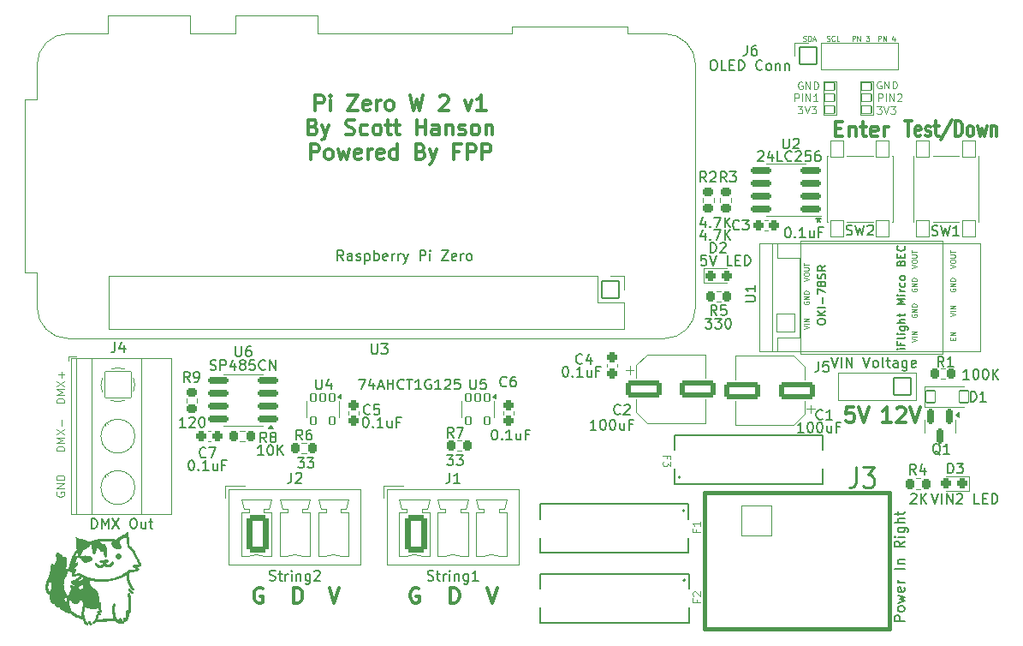
<source format=gbr>
%TF.GenerationSoftware,KiCad,Pcbnew,8.0.7*%
%TF.CreationDate,2024-12-30T21:46:30-05:00*%
%TF.ProjectId,Pi_Zero_W_2,50695f5a-6572-46f5-9f57-5f322e6b6963,v1*%
%TF.SameCoordinates,Original*%
%TF.FileFunction,Legend,Top*%
%TF.FilePolarity,Positive*%
%FSLAX46Y46*%
G04 Gerber Fmt 4.6, Leading zero omitted, Abs format (unit mm)*
G04 Created by KiCad (PCBNEW 8.0.7) date 2024-12-30 21:46:30*
%MOMM*%
%LPD*%
G01*
G04 APERTURE LIST*
G04 Aperture macros list*
%AMRoundRect*
0 Rectangle with rounded corners*
0 $1 Rounding radius*
0 $2 $3 $4 $5 $6 $7 $8 $9 X,Y pos of 4 corners*
0 Add a 4 corners polygon primitive as box body*
4,1,4,$2,$3,$4,$5,$6,$7,$8,$9,$2,$3,0*
0 Add four circle primitives for the rounded corners*
1,1,$1+$1,$2,$3*
1,1,$1+$1,$4,$5*
1,1,$1+$1,$6,$7*
1,1,$1+$1,$8,$9*
0 Add four rect primitives between the rounded corners*
20,1,$1+$1,$2,$3,$4,$5,0*
20,1,$1+$1,$4,$5,$6,$7,0*
20,1,$1+$1,$6,$7,$8,$9,0*
20,1,$1+$1,$8,$9,$2,$3,0*%
G04 Aperture macros list end*
%ADD10C,0.100000*%
%ADD11C,0.300000*%
%ADD12C,0.150000*%
%ADD13C,0.254000*%
%ADD14C,0.152400*%
%ADD15C,0.120000*%
%ADD16C,0.381000*%
%ADD17C,0.127000*%
%ADD18C,0.187000*%
%ADD19C,0.000000*%
%ADD20R,3.000000X3.000000*%
%ADD21C,3.000000*%
%ADD22RoundRect,0.175500X-0.175500X0.613000X-0.175500X-0.613000X0.175500X-0.613000X0.175500X0.613000X0*%
%ADD23RoundRect,0.305834X-0.795166X-1.545166X0.795166X-1.545166X0.795166X1.545166X-0.795166X1.545166X0*%
%ADD24O,1.902000X3.702000*%
%ADD25O,2.202000X3.702000*%
%ADD26RoundRect,0.244250X0.244250X0.281750X-0.244250X0.281750X-0.244250X-0.281750X0.244250X-0.281750X0*%
%ADD27RoundRect,0.225500X0.225500X0.300500X-0.225500X0.300500X-0.225500X-0.300500X0.225500X-0.300500X0*%
%ADD28RoundRect,0.051000X-0.850000X0.850000X-0.850000X-0.850000X0.850000X-0.850000X0.850000X0.850000X0*%
%ADD29O,1.802000X1.802000*%
%ADD30RoundRect,0.250500X-0.250500X-0.275500X0.250500X-0.275500X0.250500X0.275500X-0.250500X0.275500X0*%
%ADD31RoundRect,0.225500X-0.300500X0.225500X-0.300500X-0.225500X0.300500X-0.225500X0.300500X0.225500X0*%
%ADD32RoundRect,0.175500X0.850500X0.175500X-0.850500X0.175500X-0.850500X-0.175500X0.850500X-0.175500X0*%
%ADD33RoundRect,0.265938X-1.535062X-0.585062X1.535062X-0.585062X1.535062X0.585062X-1.535062X0.585062X0*%
%ADD34RoundRect,0.265938X1.535062X0.585062X-1.535062X0.585062X-1.535062X-0.585062X1.535062X-0.585062X0*%
%ADD35RoundRect,0.244250X-0.244250X-0.281750X0.244250X-0.281750X0.244250X0.281750X-0.244250X0.281750X0*%
%ADD36RoundRect,0.250500X-0.275500X0.250500X-0.275500X-0.250500X0.275500X-0.250500X0.275500X0.250500X0*%
%ADD37RoundRect,0.051000X0.850000X-0.850000X0.850000X0.850000X-0.850000X0.850000X-0.850000X-0.850000X0*%
%ADD38RoundRect,0.250500X0.275500X-0.250500X0.275500X0.250500X-0.275500X0.250500X-0.275500X-0.250500X0*%
%ADD39RoundRect,0.051000X-0.450000X-0.600000X0.450000X-0.600000X0.450000X0.600000X-0.450000X0.600000X0*%
%ADD40RoundRect,0.225500X-0.225500X-0.300500X0.225500X-0.300500X0.225500X0.300500X-0.225500X0.300500X0*%
%ADD41RoundRect,0.051000X-1.500000X-1.500000X1.500000X-1.500000X1.500000X1.500000X-1.500000X1.500000X0*%
%ADD42C,3.102000*%
%ADD43RoundRect,0.051000X0.650000X-0.775000X0.650000X0.775000X-0.650000X0.775000X-0.650000X-0.775000X0*%
%ADD44C,2.577000*%
%ADD45C,3.802000*%
%ADD46RoundRect,0.051000X-0.255000X0.350000X-0.255000X-0.350000X0.255000X-0.350000X0.255000X0.350000X0*%
%ADD47RoundRect,0.051000X-0.900000X0.900000X-0.900000X-0.900000X0.900000X-0.900000X0.900000X0.900000X0*%
%ADD48C,1.902000*%
%ADD49C,1.626000*%
%ADD50RoundRect,0.250500X0.250500X0.275500X-0.250500X0.275500X-0.250500X-0.275500X0.250500X-0.275500X0*%
%ADD51RoundRect,0.051000X0.500000X-0.350000X0.500000X0.350000X-0.500000X0.350000X-0.500000X-0.350000X0*%
%ADD52RoundRect,0.051000X-1.300000X1.300000X-1.300000X-1.300000X1.300000X-1.300000X1.300000X1.300000X0*%
%ADD53C,2.702000*%
%ADD54C,6.000000*%
G04 APERTURE END LIST*
D10*
X-80265410Y24291377D02*
X-80303505Y24215187D01*
X-80303505Y24215187D02*
X-80303505Y24100901D01*
X-80303505Y24100901D02*
X-80265410Y23986615D01*
X-80265410Y23986615D02*
X-80189220Y23910425D01*
X-80189220Y23910425D02*
X-80113029Y23872330D01*
X-80113029Y23872330D02*
X-79960648Y23834234D01*
X-79960648Y23834234D02*
X-79846362Y23834234D01*
X-79846362Y23834234D02*
X-79693981Y23872330D01*
X-79693981Y23872330D02*
X-79617791Y23910425D01*
X-79617791Y23910425D02*
X-79541600Y23986615D01*
X-79541600Y23986615D02*
X-79503505Y24100901D01*
X-79503505Y24100901D02*
X-79503505Y24177092D01*
X-79503505Y24177092D02*
X-79541600Y24291377D01*
X-79541600Y24291377D02*
X-79579696Y24329473D01*
X-79579696Y24329473D02*
X-79846362Y24329473D01*
X-79846362Y24329473D02*
X-79846362Y24177092D01*
X-79503505Y24672330D02*
X-80303505Y24672330D01*
X-80303505Y24672330D02*
X-79503505Y25129473D01*
X-79503505Y25129473D02*
X-80303505Y25129473D01*
X-79503505Y25510425D02*
X-80303505Y25510425D01*
X-80303505Y25510425D02*
X-80303505Y25700901D01*
X-80303505Y25700901D02*
X-80265410Y25815187D01*
X-80265410Y25815187D02*
X-80189220Y25891377D01*
X-80189220Y25891377D02*
X-80113029Y25929472D01*
X-80113029Y25929472D02*
X-79960648Y25967568D01*
X-79960648Y25967568D02*
X-79846362Y25967568D01*
X-79846362Y25967568D02*
X-79693981Y25929472D01*
X-79693981Y25929472D02*
X-79617791Y25891377D01*
X-79617791Y25891377D02*
X-79541600Y25815187D01*
X-79541600Y25815187D02*
X-79503505Y25700901D01*
X-79503505Y25700901D02*
X-79503505Y25510425D01*
X-79503505Y28358044D02*
X-80303505Y28358044D01*
X-80303505Y28358044D02*
X-80303505Y28548520D01*
X-80303505Y28548520D02*
X-80265410Y28662806D01*
X-80265410Y28662806D02*
X-80189220Y28738996D01*
X-80189220Y28738996D02*
X-80113029Y28777091D01*
X-80113029Y28777091D02*
X-79960648Y28815187D01*
X-79960648Y28815187D02*
X-79846362Y28815187D01*
X-79846362Y28815187D02*
X-79693981Y28777091D01*
X-79693981Y28777091D02*
X-79617791Y28738996D01*
X-79617791Y28738996D02*
X-79541600Y28662806D01*
X-79541600Y28662806D02*
X-79503505Y28548520D01*
X-79503505Y28548520D02*
X-79503505Y28358044D01*
X-79503505Y29158044D02*
X-80303505Y29158044D01*
X-80303505Y29158044D02*
X-79732077Y29424710D01*
X-79732077Y29424710D02*
X-80303505Y29691377D01*
X-80303505Y29691377D02*
X-79503505Y29691377D01*
X-80303505Y29996139D02*
X-79503505Y30529473D01*
X-80303505Y30529473D02*
X-79503505Y29996139D01*
X-79808267Y30834235D02*
X-79808267Y31443758D01*
X-79503505Y33108044D02*
X-80303505Y33108044D01*
X-80303505Y33108044D02*
X-80303505Y33298520D01*
X-80303505Y33298520D02*
X-80265410Y33412806D01*
X-80265410Y33412806D02*
X-80189220Y33488996D01*
X-80189220Y33488996D02*
X-80113029Y33527091D01*
X-80113029Y33527091D02*
X-79960648Y33565187D01*
X-79960648Y33565187D02*
X-79846362Y33565187D01*
X-79846362Y33565187D02*
X-79693981Y33527091D01*
X-79693981Y33527091D02*
X-79617791Y33488996D01*
X-79617791Y33488996D02*
X-79541600Y33412806D01*
X-79541600Y33412806D02*
X-79503505Y33298520D01*
X-79503505Y33298520D02*
X-79503505Y33108044D01*
X-79503505Y33908044D02*
X-80303505Y33908044D01*
X-80303505Y33908044D02*
X-79732077Y34174710D01*
X-79732077Y34174710D02*
X-80303505Y34441377D01*
X-80303505Y34441377D02*
X-79503505Y34441377D01*
X-80303505Y34746139D02*
X-79503505Y35279473D01*
X-80303505Y35279473D02*
X-79503505Y34746139D01*
X-79808267Y35584235D02*
X-79808267Y36193758D01*
X-79503505Y35888997D02*
X-80113029Y35888997D01*
D11*
X-44478043Y14768643D02*
X-44620900Y14840072D01*
X-44620900Y14840072D02*
X-44835186Y14840072D01*
X-44835186Y14840072D02*
X-45049472Y14768643D01*
X-45049472Y14768643D02*
X-45192329Y14625786D01*
X-45192329Y14625786D02*
X-45263758Y14482929D01*
X-45263758Y14482929D02*
X-45335186Y14197215D01*
X-45335186Y14197215D02*
X-45335186Y13982929D01*
X-45335186Y13982929D02*
X-45263758Y13697215D01*
X-45263758Y13697215D02*
X-45192329Y13554358D01*
X-45192329Y13554358D02*
X-45049472Y13411500D01*
X-45049472Y13411500D02*
X-44835186Y13340072D01*
X-44835186Y13340072D02*
X-44692329Y13340072D01*
X-44692329Y13340072D02*
X-44478043Y13411500D01*
X-44478043Y13411500D02*
X-44406615Y13482929D01*
X-44406615Y13482929D02*
X-44406615Y13982929D01*
X-44406615Y13982929D02*
X-44692329Y13982929D01*
X-41311258Y13340072D02*
X-41311258Y14840072D01*
X-41311258Y14840072D02*
X-40954115Y14840072D01*
X-40954115Y14840072D02*
X-40739829Y14768643D01*
X-40739829Y14768643D02*
X-40596972Y14625786D01*
X-40596972Y14625786D02*
X-40525543Y14482929D01*
X-40525543Y14482929D02*
X-40454115Y14197215D01*
X-40454115Y14197215D02*
X-40454115Y13982929D01*
X-40454115Y13982929D02*
X-40525543Y13697215D01*
X-40525543Y13697215D02*
X-40596972Y13554358D01*
X-40596972Y13554358D02*
X-40739829Y13411500D01*
X-40739829Y13411500D02*
X-40954115Y13340072D01*
X-40954115Y13340072D02*
X-41311258Y13340072D01*
X2245229Y31210972D02*
X1388086Y31210972D01*
X1816657Y31210972D02*
X1816657Y32710972D01*
X1816657Y32710972D02*
X1673800Y32496686D01*
X1673800Y32496686D02*
X1530943Y32353829D01*
X1530943Y32353829D02*
X1388086Y32282400D01*
X2816657Y32568115D02*
X2888085Y32639543D01*
X2888085Y32639543D02*
X3030943Y32710972D01*
X3030943Y32710972D02*
X3388085Y32710972D01*
X3388085Y32710972D02*
X3530943Y32639543D01*
X3530943Y32639543D02*
X3602371Y32568115D01*
X3602371Y32568115D02*
X3673800Y32425258D01*
X3673800Y32425258D02*
X3673800Y32282400D01*
X3673800Y32282400D02*
X3602371Y32068115D01*
X3602371Y32068115D02*
X2745228Y31210972D01*
X2745228Y31210972D02*
X3673800Y31210972D01*
X4102371Y32710972D02*
X4602371Y31210972D01*
X4602371Y31210972D02*
X5102371Y32710972D01*
X-1429914Y32710972D02*
X-2144200Y32710972D01*
X-2144200Y32710972D02*
X-2215628Y31996686D01*
X-2215628Y31996686D02*
X-2144200Y32068115D01*
X-2144200Y32068115D02*
X-2001342Y32139543D01*
X-2001342Y32139543D02*
X-1644200Y32139543D01*
X-1644200Y32139543D02*
X-1501342Y32068115D01*
X-1501342Y32068115D02*
X-1429914Y31996686D01*
X-1429914Y31996686D02*
X-1358485Y31853829D01*
X-1358485Y31853829D02*
X-1358485Y31496686D01*
X-1358485Y31496686D02*
X-1429914Y31353829D01*
X-1429914Y31353829D02*
X-1501342Y31282400D01*
X-1501342Y31282400D02*
X-1644200Y31210972D01*
X-1644200Y31210972D02*
X-2001342Y31210972D01*
X-2001342Y31210972D02*
X-2144200Y31282400D01*
X-2144200Y31282400D02*
X-2215628Y31353829D01*
X-929914Y32710972D02*
X-429914Y31210972D01*
X-429914Y31210972D02*
X70086Y32710972D01*
X-54686257Y62012488D02*
X-54686257Y63512488D01*
X-54686257Y63512488D02*
X-54114828Y63512488D01*
X-54114828Y63512488D02*
X-53971971Y63441059D01*
X-53971971Y63441059D02*
X-53900542Y63369631D01*
X-53900542Y63369631D02*
X-53829114Y63226774D01*
X-53829114Y63226774D02*
X-53829114Y63012488D01*
X-53829114Y63012488D02*
X-53900542Y62869631D01*
X-53900542Y62869631D02*
X-53971971Y62798202D01*
X-53971971Y62798202D02*
X-54114828Y62726774D01*
X-54114828Y62726774D02*
X-54686257Y62726774D01*
X-53186257Y62012488D02*
X-53186257Y63012488D01*
X-53186257Y63512488D02*
X-53257685Y63441059D01*
X-53257685Y63441059D02*
X-53186257Y63369631D01*
X-53186257Y63369631D02*
X-53114828Y63441059D01*
X-53114828Y63441059D02*
X-53186257Y63512488D01*
X-53186257Y63512488D02*
X-53186257Y63369631D01*
X-51471971Y63512488D02*
X-50471971Y63512488D01*
X-50471971Y63512488D02*
X-51471971Y62012488D01*
X-51471971Y62012488D02*
X-50471971Y62012488D01*
X-49329114Y62083916D02*
X-49471971Y62012488D01*
X-49471971Y62012488D02*
X-49757685Y62012488D01*
X-49757685Y62012488D02*
X-49900543Y62083916D01*
X-49900543Y62083916D02*
X-49971971Y62226774D01*
X-49971971Y62226774D02*
X-49971971Y62798202D01*
X-49971971Y62798202D02*
X-49900543Y62941059D01*
X-49900543Y62941059D02*
X-49757685Y63012488D01*
X-49757685Y63012488D02*
X-49471971Y63012488D01*
X-49471971Y63012488D02*
X-49329114Y62941059D01*
X-49329114Y62941059D02*
X-49257685Y62798202D01*
X-49257685Y62798202D02*
X-49257685Y62655345D01*
X-49257685Y62655345D02*
X-49971971Y62512488D01*
X-48614829Y62012488D02*
X-48614829Y63012488D01*
X-48614829Y62726774D02*
X-48543400Y62869631D01*
X-48543400Y62869631D02*
X-48471971Y62941059D01*
X-48471971Y62941059D02*
X-48329114Y63012488D01*
X-48329114Y63012488D02*
X-48186257Y63012488D01*
X-47471972Y62012488D02*
X-47614829Y62083916D01*
X-47614829Y62083916D02*
X-47686258Y62155345D01*
X-47686258Y62155345D02*
X-47757686Y62298202D01*
X-47757686Y62298202D02*
X-47757686Y62726774D01*
X-47757686Y62726774D02*
X-47686258Y62869631D01*
X-47686258Y62869631D02*
X-47614829Y62941059D01*
X-47614829Y62941059D02*
X-47471972Y63012488D01*
X-47471972Y63012488D02*
X-47257686Y63012488D01*
X-47257686Y63012488D02*
X-47114829Y62941059D01*
X-47114829Y62941059D02*
X-47043400Y62869631D01*
X-47043400Y62869631D02*
X-46971972Y62726774D01*
X-46971972Y62726774D02*
X-46971972Y62298202D01*
X-46971972Y62298202D02*
X-47043400Y62155345D01*
X-47043400Y62155345D02*
X-47114829Y62083916D01*
X-47114829Y62083916D02*
X-47257686Y62012488D01*
X-47257686Y62012488D02*
X-47471972Y62012488D01*
X-45329115Y63512488D02*
X-44971972Y62012488D01*
X-44971972Y62012488D02*
X-44686258Y63083916D01*
X-44686258Y63083916D02*
X-44400543Y62012488D01*
X-44400543Y62012488D02*
X-44043400Y63512488D01*
X-42400543Y63369631D02*
X-42329115Y63441059D01*
X-42329115Y63441059D02*
X-42186257Y63512488D01*
X-42186257Y63512488D02*
X-41829115Y63512488D01*
X-41829115Y63512488D02*
X-41686257Y63441059D01*
X-41686257Y63441059D02*
X-41614829Y63369631D01*
X-41614829Y63369631D02*
X-41543400Y63226774D01*
X-41543400Y63226774D02*
X-41543400Y63083916D01*
X-41543400Y63083916D02*
X-41614829Y62869631D01*
X-41614829Y62869631D02*
X-42471972Y62012488D01*
X-42471972Y62012488D02*
X-41543400Y62012488D01*
X-39900544Y63012488D02*
X-39543401Y62012488D01*
X-39543401Y62012488D02*
X-39186258Y63012488D01*
X-37829115Y62012488D02*
X-38686258Y62012488D01*
X-38257687Y62012488D02*
X-38257687Y63512488D01*
X-38257687Y63512488D02*
X-38400544Y63298202D01*
X-38400544Y63298202D02*
X-38543401Y63155345D01*
X-38543401Y63155345D02*
X-38686258Y63083916D01*
X-54900544Y60383286D02*
X-54686258Y60311858D01*
X-54686258Y60311858D02*
X-54614829Y60240429D01*
X-54614829Y60240429D02*
X-54543401Y60097572D01*
X-54543401Y60097572D02*
X-54543401Y59883286D01*
X-54543401Y59883286D02*
X-54614829Y59740429D01*
X-54614829Y59740429D02*
X-54686258Y59669000D01*
X-54686258Y59669000D02*
X-54829115Y59597572D01*
X-54829115Y59597572D02*
X-55400544Y59597572D01*
X-55400544Y59597572D02*
X-55400544Y61097572D01*
X-55400544Y61097572D02*
X-54900544Y61097572D01*
X-54900544Y61097572D02*
X-54757686Y61026143D01*
X-54757686Y61026143D02*
X-54686258Y60954715D01*
X-54686258Y60954715D02*
X-54614829Y60811858D01*
X-54614829Y60811858D02*
X-54614829Y60669000D01*
X-54614829Y60669000D02*
X-54686258Y60526143D01*
X-54686258Y60526143D02*
X-54757686Y60454715D01*
X-54757686Y60454715D02*
X-54900544Y60383286D01*
X-54900544Y60383286D02*
X-55400544Y60383286D01*
X-54043401Y60597572D02*
X-53686258Y59597572D01*
X-53329115Y60597572D02*
X-53686258Y59597572D01*
X-53686258Y59597572D02*
X-53829115Y59240429D01*
X-53829115Y59240429D02*
X-53900544Y59169000D01*
X-53900544Y59169000D02*
X-54043401Y59097572D01*
X-51686258Y59669000D02*
X-51471972Y59597572D01*
X-51471972Y59597572D02*
X-51114830Y59597572D01*
X-51114830Y59597572D02*
X-50971972Y59669000D01*
X-50971972Y59669000D02*
X-50900544Y59740429D01*
X-50900544Y59740429D02*
X-50829115Y59883286D01*
X-50829115Y59883286D02*
X-50829115Y60026143D01*
X-50829115Y60026143D02*
X-50900544Y60169000D01*
X-50900544Y60169000D02*
X-50971972Y60240429D01*
X-50971972Y60240429D02*
X-51114830Y60311858D01*
X-51114830Y60311858D02*
X-51400544Y60383286D01*
X-51400544Y60383286D02*
X-51543401Y60454715D01*
X-51543401Y60454715D02*
X-51614830Y60526143D01*
X-51614830Y60526143D02*
X-51686258Y60669000D01*
X-51686258Y60669000D02*
X-51686258Y60811858D01*
X-51686258Y60811858D02*
X-51614830Y60954715D01*
X-51614830Y60954715D02*
X-51543401Y61026143D01*
X-51543401Y61026143D02*
X-51400544Y61097572D01*
X-51400544Y61097572D02*
X-51043401Y61097572D01*
X-51043401Y61097572D02*
X-50829115Y61026143D01*
X-49543401Y59669000D02*
X-49686259Y59597572D01*
X-49686259Y59597572D02*
X-49971973Y59597572D01*
X-49971973Y59597572D02*
X-50114830Y59669000D01*
X-50114830Y59669000D02*
X-50186259Y59740429D01*
X-50186259Y59740429D02*
X-50257687Y59883286D01*
X-50257687Y59883286D02*
X-50257687Y60311858D01*
X-50257687Y60311858D02*
X-50186259Y60454715D01*
X-50186259Y60454715D02*
X-50114830Y60526143D01*
X-50114830Y60526143D02*
X-49971973Y60597572D01*
X-49971973Y60597572D02*
X-49686259Y60597572D01*
X-49686259Y60597572D02*
X-49543401Y60526143D01*
X-48686259Y59597572D02*
X-48829116Y59669000D01*
X-48829116Y59669000D02*
X-48900545Y59740429D01*
X-48900545Y59740429D02*
X-48971973Y59883286D01*
X-48971973Y59883286D02*
X-48971973Y60311858D01*
X-48971973Y60311858D02*
X-48900545Y60454715D01*
X-48900545Y60454715D02*
X-48829116Y60526143D01*
X-48829116Y60526143D02*
X-48686259Y60597572D01*
X-48686259Y60597572D02*
X-48471973Y60597572D01*
X-48471973Y60597572D02*
X-48329116Y60526143D01*
X-48329116Y60526143D02*
X-48257687Y60454715D01*
X-48257687Y60454715D02*
X-48186259Y60311858D01*
X-48186259Y60311858D02*
X-48186259Y59883286D01*
X-48186259Y59883286D02*
X-48257687Y59740429D01*
X-48257687Y59740429D02*
X-48329116Y59669000D01*
X-48329116Y59669000D02*
X-48471973Y59597572D01*
X-48471973Y59597572D02*
X-48686259Y59597572D01*
X-47757687Y60597572D02*
X-47186259Y60597572D01*
X-47543402Y61097572D02*
X-47543402Y59811858D01*
X-47543402Y59811858D02*
X-47471973Y59669000D01*
X-47471973Y59669000D02*
X-47329116Y59597572D01*
X-47329116Y59597572D02*
X-47186259Y59597572D01*
X-46900544Y60597572D02*
X-46329116Y60597572D01*
X-46686259Y61097572D02*
X-46686259Y59811858D01*
X-46686259Y59811858D02*
X-46614830Y59669000D01*
X-46614830Y59669000D02*
X-46471973Y59597572D01*
X-46471973Y59597572D02*
X-46329116Y59597572D01*
X-44686259Y59597572D02*
X-44686259Y61097572D01*
X-44686259Y60383286D02*
X-43829116Y60383286D01*
X-43829116Y59597572D02*
X-43829116Y61097572D01*
X-42471972Y59597572D02*
X-42471972Y60383286D01*
X-42471972Y60383286D02*
X-42543401Y60526143D01*
X-42543401Y60526143D02*
X-42686258Y60597572D01*
X-42686258Y60597572D02*
X-42971972Y60597572D01*
X-42971972Y60597572D02*
X-43114830Y60526143D01*
X-42471972Y59669000D02*
X-42614830Y59597572D01*
X-42614830Y59597572D02*
X-42971972Y59597572D01*
X-42971972Y59597572D02*
X-43114830Y59669000D01*
X-43114830Y59669000D02*
X-43186258Y59811858D01*
X-43186258Y59811858D02*
X-43186258Y59954715D01*
X-43186258Y59954715D02*
X-43114830Y60097572D01*
X-43114830Y60097572D02*
X-42971972Y60169000D01*
X-42971972Y60169000D02*
X-42614830Y60169000D01*
X-42614830Y60169000D02*
X-42471972Y60240429D01*
X-41757687Y60597572D02*
X-41757687Y59597572D01*
X-41757687Y60454715D02*
X-41686258Y60526143D01*
X-41686258Y60526143D02*
X-41543401Y60597572D01*
X-41543401Y60597572D02*
X-41329115Y60597572D01*
X-41329115Y60597572D02*
X-41186258Y60526143D01*
X-41186258Y60526143D02*
X-41114829Y60383286D01*
X-41114829Y60383286D02*
X-41114829Y59597572D01*
X-40471972Y59669000D02*
X-40329115Y59597572D01*
X-40329115Y59597572D02*
X-40043401Y59597572D01*
X-40043401Y59597572D02*
X-39900544Y59669000D01*
X-39900544Y59669000D02*
X-39829115Y59811858D01*
X-39829115Y59811858D02*
X-39829115Y59883286D01*
X-39829115Y59883286D02*
X-39900544Y60026143D01*
X-39900544Y60026143D02*
X-40043401Y60097572D01*
X-40043401Y60097572D02*
X-40257686Y60097572D01*
X-40257686Y60097572D02*
X-40400544Y60169000D01*
X-40400544Y60169000D02*
X-40471972Y60311858D01*
X-40471972Y60311858D02*
X-40471972Y60383286D01*
X-40471972Y60383286D02*
X-40400544Y60526143D01*
X-40400544Y60526143D02*
X-40257686Y60597572D01*
X-40257686Y60597572D02*
X-40043401Y60597572D01*
X-40043401Y60597572D02*
X-39900544Y60526143D01*
X-38971972Y59597572D02*
X-39114829Y59669000D01*
X-39114829Y59669000D02*
X-39186258Y59740429D01*
X-39186258Y59740429D02*
X-39257686Y59883286D01*
X-39257686Y59883286D02*
X-39257686Y60311858D01*
X-39257686Y60311858D02*
X-39186258Y60454715D01*
X-39186258Y60454715D02*
X-39114829Y60526143D01*
X-39114829Y60526143D02*
X-38971972Y60597572D01*
X-38971972Y60597572D02*
X-38757686Y60597572D01*
X-38757686Y60597572D02*
X-38614829Y60526143D01*
X-38614829Y60526143D02*
X-38543400Y60454715D01*
X-38543400Y60454715D02*
X-38471972Y60311858D01*
X-38471972Y60311858D02*
X-38471972Y59883286D01*
X-38471972Y59883286D02*
X-38543400Y59740429D01*
X-38543400Y59740429D02*
X-38614829Y59669000D01*
X-38614829Y59669000D02*
X-38757686Y59597572D01*
X-38757686Y59597572D02*
X-38971972Y59597572D01*
X-37829115Y60597572D02*
X-37829115Y59597572D01*
X-37829115Y60454715D02*
X-37757686Y60526143D01*
X-37757686Y60526143D02*
X-37614829Y60597572D01*
X-37614829Y60597572D02*
X-37400543Y60597572D01*
X-37400543Y60597572D02*
X-37257686Y60526143D01*
X-37257686Y60526143D02*
X-37186257Y60383286D01*
X-37186257Y60383286D02*
X-37186257Y59597572D01*
X-55186257Y57182656D02*
X-55186257Y58682656D01*
X-55186257Y58682656D02*
X-54614828Y58682656D01*
X-54614828Y58682656D02*
X-54471971Y58611227D01*
X-54471971Y58611227D02*
X-54400542Y58539799D01*
X-54400542Y58539799D02*
X-54329114Y58396942D01*
X-54329114Y58396942D02*
X-54329114Y58182656D01*
X-54329114Y58182656D02*
X-54400542Y58039799D01*
X-54400542Y58039799D02*
X-54471971Y57968370D01*
X-54471971Y57968370D02*
X-54614828Y57896942D01*
X-54614828Y57896942D02*
X-55186257Y57896942D01*
X-53471971Y57182656D02*
X-53614828Y57254084D01*
X-53614828Y57254084D02*
X-53686257Y57325513D01*
X-53686257Y57325513D02*
X-53757685Y57468370D01*
X-53757685Y57468370D02*
X-53757685Y57896942D01*
X-53757685Y57896942D02*
X-53686257Y58039799D01*
X-53686257Y58039799D02*
X-53614828Y58111227D01*
X-53614828Y58111227D02*
X-53471971Y58182656D01*
X-53471971Y58182656D02*
X-53257685Y58182656D01*
X-53257685Y58182656D02*
X-53114828Y58111227D01*
X-53114828Y58111227D02*
X-53043399Y58039799D01*
X-53043399Y58039799D02*
X-52971971Y57896942D01*
X-52971971Y57896942D02*
X-52971971Y57468370D01*
X-52971971Y57468370D02*
X-53043399Y57325513D01*
X-53043399Y57325513D02*
X-53114828Y57254084D01*
X-53114828Y57254084D02*
X-53257685Y57182656D01*
X-53257685Y57182656D02*
X-53471971Y57182656D01*
X-52471971Y58182656D02*
X-52186256Y57182656D01*
X-52186256Y57182656D02*
X-51900542Y57896942D01*
X-51900542Y57896942D02*
X-51614828Y57182656D01*
X-51614828Y57182656D02*
X-51329114Y58182656D01*
X-50186256Y57254084D02*
X-50329113Y57182656D01*
X-50329113Y57182656D02*
X-50614827Y57182656D01*
X-50614827Y57182656D02*
X-50757685Y57254084D01*
X-50757685Y57254084D02*
X-50829113Y57396942D01*
X-50829113Y57396942D02*
X-50829113Y57968370D01*
X-50829113Y57968370D02*
X-50757685Y58111227D01*
X-50757685Y58111227D02*
X-50614827Y58182656D01*
X-50614827Y58182656D02*
X-50329113Y58182656D01*
X-50329113Y58182656D02*
X-50186256Y58111227D01*
X-50186256Y58111227D02*
X-50114827Y57968370D01*
X-50114827Y57968370D02*
X-50114827Y57825513D01*
X-50114827Y57825513D02*
X-50829113Y57682656D01*
X-49471971Y57182656D02*
X-49471971Y58182656D01*
X-49471971Y57896942D02*
X-49400542Y58039799D01*
X-49400542Y58039799D02*
X-49329113Y58111227D01*
X-49329113Y58111227D02*
X-49186256Y58182656D01*
X-49186256Y58182656D02*
X-49043399Y58182656D01*
X-47971971Y57254084D02*
X-48114828Y57182656D01*
X-48114828Y57182656D02*
X-48400542Y57182656D01*
X-48400542Y57182656D02*
X-48543400Y57254084D01*
X-48543400Y57254084D02*
X-48614828Y57396942D01*
X-48614828Y57396942D02*
X-48614828Y57968370D01*
X-48614828Y57968370D02*
X-48543400Y58111227D01*
X-48543400Y58111227D02*
X-48400542Y58182656D01*
X-48400542Y58182656D02*
X-48114828Y58182656D01*
X-48114828Y58182656D02*
X-47971971Y58111227D01*
X-47971971Y58111227D02*
X-47900542Y57968370D01*
X-47900542Y57968370D02*
X-47900542Y57825513D01*
X-47900542Y57825513D02*
X-48614828Y57682656D01*
X-46614828Y57182656D02*
X-46614828Y58682656D01*
X-46614828Y57254084D02*
X-46757686Y57182656D01*
X-46757686Y57182656D02*
X-47043400Y57182656D01*
X-47043400Y57182656D02*
X-47186257Y57254084D01*
X-47186257Y57254084D02*
X-47257686Y57325513D01*
X-47257686Y57325513D02*
X-47329114Y57468370D01*
X-47329114Y57468370D02*
X-47329114Y57896942D01*
X-47329114Y57896942D02*
X-47257686Y58039799D01*
X-47257686Y58039799D02*
X-47186257Y58111227D01*
X-47186257Y58111227D02*
X-47043400Y58182656D01*
X-47043400Y58182656D02*
X-46757686Y58182656D01*
X-46757686Y58182656D02*
X-46614828Y58111227D01*
X-44257686Y57968370D02*
X-44043400Y57896942D01*
X-44043400Y57896942D02*
X-43971971Y57825513D01*
X-43971971Y57825513D02*
X-43900543Y57682656D01*
X-43900543Y57682656D02*
X-43900543Y57468370D01*
X-43900543Y57468370D02*
X-43971971Y57325513D01*
X-43971971Y57325513D02*
X-44043400Y57254084D01*
X-44043400Y57254084D02*
X-44186257Y57182656D01*
X-44186257Y57182656D02*
X-44757686Y57182656D01*
X-44757686Y57182656D02*
X-44757686Y58682656D01*
X-44757686Y58682656D02*
X-44257686Y58682656D01*
X-44257686Y58682656D02*
X-44114828Y58611227D01*
X-44114828Y58611227D02*
X-44043400Y58539799D01*
X-44043400Y58539799D02*
X-43971971Y58396942D01*
X-43971971Y58396942D02*
X-43971971Y58254084D01*
X-43971971Y58254084D02*
X-44043400Y58111227D01*
X-44043400Y58111227D02*
X-44114828Y58039799D01*
X-44114828Y58039799D02*
X-44257686Y57968370D01*
X-44257686Y57968370D02*
X-44757686Y57968370D01*
X-43400543Y58182656D02*
X-43043400Y57182656D01*
X-42686257Y58182656D02*
X-43043400Y57182656D01*
X-43043400Y57182656D02*
X-43186257Y56825513D01*
X-43186257Y56825513D02*
X-43257686Y56754084D01*
X-43257686Y56754084D02*
X-43400543Y56682656D01*
X-40471972Y57968370D02*
X-40971972Y57968370D01*
X-40971972Y57182656D02*
X-40971972Y58682656D01*
X-40971972Y58682656D02*
X-40257686Y58682656D01*
X-39686258Y57182656D02*
X-39686258Y58682656D01*
X-39686258Y58682656D02*
X-39114829Y58682656D01*
X-39114829Y58682656D02*
X-38971972Y58611227D01*
X-38971972Y58611227D02*
X-38900543Y58539799D01*
X-38900543Y58539799D02*
X-38829115Y58396942D01*
X-38829115Y58396942D02*
X-38829115Y58182656D01*
X-38829115Y58182656D02*
X-38900543Y58039799D01*
X-38900543Y58039799D02*
X-38971972Y57968370D01*
X-38971972Y57968370D02*
X-39114829Y57896942D01*
X-39114829Y57896942D02*
X-39686258Y57896942D01*
X-38186258Y57182656D02*
X-38186258Y58682656D01*
X-38186258Y58682656D02*
X-37614829Y58682656D01*
X-37614829Y58682656D02*
X-37471972Y58611227D01*
X-37471972Y58611227D02*
X-37400543Y58539799D01*
X-37400543Y58539799D02*
X-37329115Y58396942D01*
X-37329115Y58396942D02*
X-37329115Y58182656D01*
X-37329115Y58182656D02*
X-37400543Y58039799D01*
X-37400543Y58039799D02*
X-37471972Y57968370D01*
X-37471972Y57968370D02*
X-37614829Y57896942D01*
X-37614829Y57896942D02*
X-38186258Y57896942D01*
D10*
X-1589829Y68874791D02*
X-1589829Y69374791D01*
X-1589829Y69374791D02*
X-1399353Y69374791D01*
X-1399353Y69374791D02*
X-1351734Y69350981D01*
X-1351734Y69350981D02*
X-1327924Y69327172D01*
X-1327924Y69327172D02*
X-1304115Y69279553D01*
X-1304115Y69279553D02*
X-1304115Y69208124D01*
X-1304115Y69208124D02*
X-1327924Y69160505D01*
X-1327924Y69160505D02*
X-1351734Y69136696D01*
X-1351734Y69136696D02*
X-1399353Y69112886D01*
X-1399353Y69112886D02*
X-1589829Y69112886D01*
X-1089829Y68874791D02*
X-1089829Y69374791D01*
X-1089829Y69374791D02*
X-804115Y68874791D01*
X-804115Y68874791D02*
X-804115Y69374791D01*
X-232686Y69374791D02*
X76838Y69374791D01*
X76838Y69374791D02*
X-89829Y69184315D01*
X-89829Y69184315D02*
X-18400Y69184315D01*
X-18400Y69184315D02*
X29219Y69160505D01*
X29219Y69160505D02*
X53028Y69136696D01*
X53028Y69136696D02*
X76838Y69089077D01*
X76838Y69089077D02*
X76838Y68970029D01*
X76838Y68970029D02*
X53028Y68922410D01*
X53028Y68922410D02*
X29219Y68898600D01*
X29219Y68898600D02*
X-18400Y68874791D01*
X-18400Y68874791D02*
X-161257Y68874791D01*
X-161257Y68874791D02*
X-208876Y68898600D01*
X-208876Y68898600D02*
X-232686Y68922410D01*
X-6425542Y68898600D02*
X-6354114Y68874791D01*
X-6354114Y68874791D02*
X-6235066Y68874791D01*
X-6235066Y68874791D02*
X-6187447Y68898600D01*
X-6187447Y68898600D02*
X-6163638Y68922410D01*
X-6163638Y68922410D02*
X-6139828Y68970029D01*
X-6139828Y68970029D02*
X-6139828Y69017648D01*
X-6139828Y69017648D02*
X-6163638Y69065267D01*
X-6163638Y69065267D02*
X-6187447Y69089077D01*
X-6187447Y69089077D02*
X-6235066Y69112886D01*
X-6235066Y69112886D02*
X-6330304Y69136696D01*
X-6330304Y69136696D02*
X-6377923Y69160505D01*
X-6377923Y69160505D02*
X-6401733Y69184315D01*
X-6401733Y69184315D02*
X-6425542Y69231934D01*
X-6425542Y69231934D02*
X-6425542Y69279553D01*
X-6425542Y69279553D02*
X-6401733Y69327172D01*
X-6401733Y69327172D02*
X-6377923Y69350981D01*
X-6377923Y69350981D02*
X-6330304Y69374791D01*
X-6330304Y69374791D02*
X-6211257Y69374791D01*
X-6211257Y69374791D02*
X-6139828Y69350981D01*
X-5925543Y68874791D02*
X-5925543Y69374791D01*
X-5925543Y69374791D02*
X-5806495Y69374791D01*
X-5806495Y69374791D02*
X-5735067Y69350981D01*
X-5735067Y69350981D02*
X-5687448Y69303362D01*
X-5687448Y69303362D02*
X-5663638Y69255743D01*
X-5663638Y69255743D02*
X-5639829Y69160505D01*
X-5639829Y69160505D02*
X-5639829Y69089077D01*
X-5639829Y69089077D02*
X-5663638Y68993839D01*
X-5663638Y68993839D02*
X-5687448Y68946220D01*
X-5687448Y68946220D02*
X-5735067Y68898600D01*
X-5735067Y68898600D02*
X-5806495Y68874791D01*
X-5806495Y68874791D02*
X-5925543Y68874791D01*
X-5449352Y69017648D02*
X-5211257Y69017648D01*
X-5496971Y68874791D02*
X-5330305Y69374791D01*
X-5330305Y69374791D02*
X-5163638Y68874791D01*
X-4113638Y68898600D02*
X-4042210Y68874791D01*
X-4042210Y68874791D02*
X-3923162Y68874791D01*
X-3923162Y68874791D02*
X-3875543Y68898600D01*
X-3875543Y68898600D02*
X-3851734Y68922410D01*
X-3851734Y68922410D02*
X-3827924Y68970029D01*
X-3827924Y68970029D02*
X-3827924Y69017648D01*
X-3827924Y69017648D02*
X-3851734Y69065267D01*
X-3851734Y69065267D02*
X-3875543Y69089077D01*
X-3875543Y69089077D02*
X-3923162Y69112886D01*
X-3923162Y69112886D02*
X-4018400Y69136696D01*
X-4018400Y69136696D02*
X-4066019Y69160505D01*
X-4066019Y69160505D02*
X-4089829Y69184315D01*
X-4089829Y69184315D02*
X-4113638Y69231934D01*
X-4113638Y69231934D02*
X-4113638Y69279553D01*
X-4113638Y69279553D02*
X-4089829Y69327172D01*
X-4089829Y69327172D02*
X-4066019Y69350981D01*
X-4066019Y69350981D02*
X-4018400Y69374791D01*
X-4018400Y69374791D02*
X-3899353Y69374791D01*
X-3899353Y69374791D02*
X-3827924Y69350981D01*
X-3327925Y68922410D02*
X-3351734Y68898600D01*
X-3351734Y68898600D02*
X-3423163Y68874791D01*
X-3423163Y68874791D02*
X-3470782Y68874791D01*
X-3470782Y68874791D02*
X-3542210Y68898600D01*
X-3542210Y68898600D02*
X-3589829Y68946220D01*
X-3589829Y68946220D02*
X-3613639Y68993839D01*
X-3613639Y68993839D02*
X-3637448Y69089077D01*
X-3637448Y69089077D02*
X-3637448Y69160505D01*
X-3637448Y69160505D02*
X-3613639Y69255743D01*
X-3613639Y69255743D02*
X-3589829Y69303362D01*
X-3589829Y69303362D02*
X-3542210Y69350981D01*
X-3542210Y69350981D02*
X-3470782Y69374791D01*
X-3470782Y69374791D02*
X-3423163Y69374791D01*
X-3423163Y69374791D02*
X-3351734Y69350981D01*
X-3351734Y69350981D02*
X-3327925Y69327172D01*
X-2875544Y68874791D02*
X-3113639Y68874791D01*
X-3113639Y68874791D02*
X-3113639Y69374791D01*
X960171Y68874791D02*
X960171Y69374791D01*
X960171Y69374791D02*
X1150647Y69374791D01*
X1150647Y69374791D02*
X1198266Y69350981D01*
X1198266Y69350981D02*
X1222076Y69327172D01*
X1222076Y69327172D02*
X1245885Y69279553D01*
X1245885Y69279553D02*
X1245885Y69208124D01*
X1245885Y69208124D02*
X1222076Y69160505D01*
X1222076Y69160505D02*
X1198266Y69136696D01*
X1198266Y69136696D02*
X1150647Y69112886D01*
X1150647Y69112886D02*
X960171Y69112886D01*
X1460171Y68874791D02*
X1460171Y69374791D01*
X1460171Y69374791D02*
X1745885Y68874791D01*
X1745885Y68874791D02*
X1745885Y69374791D01*
X2579219Y69208124D02*
X2579219Y68874791D01*
X2460171Y69398600D02*
X2341124Y69041458D01*
X2341124Y69041458D02*
X2650647Y69041458D01*
D11*
X-3254115Y60208286D02*
X-2754115Y60208286D01*
X-2539829Y59422572D02*
X-3254115Y59422572D01*
X-3254115Y59422572D02*
X-3254115Y60922572D01*
X-3254115Y60922572D02*
X-2539829Y60922572D01*
X-1896972Y60422572D02*
X-1896972Y59422572D01*
X-1896972Y60279715D02*
X-1825543Y60351143D01*
X-1825543Y60351143D02*
X-1682686Y60422572D01*
X-1682686Y60422572D02*
X-1468400Y60422572D01*
X-1468400Y60422572D02*
X-1325543Y60351143D01*
X-1325543Y60351143D02*
X-1254114Y60208286D01*
X-1254114Y60208286D02*
X-1254114Y59422572D01*
X-754114Y60422572D02*
X-182686Y60422572D01*
X-539829Y60922572D02*
X-539829Y59636858D01*
X-539829Y59636858D02*
X-468400Y59494000D01*
X-468400Y59494000D02*
X-325543Y59422572D01*
X-325543Y59422572D02*
X-182686Y59422572D01*
X888743Y59494000D02*
X745886Y59422572D01*
X745886Y59422572D02*
X460172Y59422572D01*
X460172Y59422572D02*
X317314Y59494000D01*
X317314Y59494000D02*
X245886Y59636858D01*
X245886Y59636858D02*
X245886Y60208286D01*
X245886Y60208286D02*
X317314Y60351143D01*
X317314Y60351143D02*
X460172Y60422572D01*
X460172Y60422572D02*
X745886Y60422572D01*
X745886Y60422572D02*
X888743Y60351143D01*
X888743Y60351143D02*
X960172Y60208286D01*
X960172Y60208286D02*
X960172Y60065429D01*
X960172Y60065429D02*
X245886Y59922572D01*
X1603028Y59422572D02*
X1603028Y60422572D01*
X1603028Y60136858D02*
X1674457Y60279715D01*
X1674457Y60279715D02*
X1745886Y60351143D01*
X1745886Y60351143D02*
X1888743Y60422572D01*
X1888743Y60422572D02*
X2031600Y60422572D01*
X-53318400Y14840072D02*
X-52818400Y13340072D01*
X-52818400Y13340072D02*
X-52318400Y14840072D01*
D10*
X-6529829Y64823422D02*
X-6601257Y64859136D01*
X-6601257Y64859136D02*
X-6708400Y64859136D01*
X-6708400Y64859136D02*
X-6815543Y64823422D01*
X-6815543Y64823422D02*
X-6886972Y64751993D01*
X-6886972Y64751993D02*
X-6922686Y64680565D01*
X-6922686Y64680565D02*
X-6958400Y64537708D01*
X-6958400Y64537708D02*
X-6958400Y64430565D01*
X-6958400Y64430565D02*
X-6922686Y64287708D01*
X-6922686Y64287708D02*
X-6886972Y64216279D01*
X-6886972Y64216279D02*
X-6815543Y64144850D01*
X-6815543Y64144850D02*
X-6708400Y64109136D01*
X-6708400Y64109136D02*
X-6636972Y64109136D01*
X-6636972Y64109136D02*
X-6529829Y64144850D01*
X-6529829Y64144850D02*
X-6494115Y64180565D01*
X-6494115Y64180565D02*
X-6494115Y64430565D01*
X-6494115Y64430565D02*
X-6636972Y64430565D01*
X-6172686Y64109136D02*
X-6172686Y64859136D01*
X-6172686Y64859136D02*
X-5744115Y64109136D01*
X-5744115Y64109136D02*
X-5744115Y64859136D01*
X-5386972Y64109136D02*
X-5386972Y64859136D01*
X-5386972Y64859136D02*
X-5208401Y64859136D01*
X-5208401Y64859136D02*
X-5101258Y64823422D01*
X-5101258Y64823422D02*
X-5029829Y64751993D01*
X-5029829Y64751993D02*
X-4994115Y64680565D01*
X-4994115Y64680565D02*
X-4958401Y64537708D01*
X-4958401Y64537708D02*
X-4958401Y64430565D01*
X-4958401Y64430565D02*
X-4994115Y64287708D01*
X-4994115Y64287708D02*
X-5029829Y64216279D01*
X-5029829Y64216279D02*
X-5101258Y64144850D01*
X-5101258Y64144850D02*
X-5208401Y64109136D01*
X-5208401Y64109136D02*
X-5386972Y64109136D01*
D11*
X-37718400Y14840072D02*
X-37218400Y13340072D01*
X-37218400Y13340072D02*
X-36718400Y14840072D01*
X3603028Y60972572D02*
X4288743Y60972572D01*
X3945885Y59472572D02*
X3945885Y60972572D01*
X5145886Y59544000D02*
X5031600Y59472572D01*
X5031600Y59472572D02*
X4803029Y59472572D01*
X4803029Y59472572D02*
X4688743Y59544000D01*
X4688743Y59544000D02*
X4631600Y59686858D01*
X4631600Y59686858D02*
X4631600Y60258286D01*
X4631600Y60258286D02*
X4688743Y60401143D01*
X4688743Y60401143D02*
X4803029Y60472572D01*
X4803029Y60472572D02*
X5031600Y60472572D01*
X5031600Y60472572D02*
X5145886Y60401143D01*
X5145886Y60401143D02*
X5203029Y60258286D01*
X5203029Y60258286D02*
X5203029Y60115429D01*
X5203029Y60115429D02*
X4631600Y59972572D01*
X5660171Y59544000D02*
X5774457Y59472572D01*
X5774457Y59472572D02*
X6003028Y59472572D01*
X6003028Y59472572D02*
X6117314Y59544000D01*
X6117314Y59544000D02*
X6174457Y59686858D01*
X6174457Y59686858D02*
X6174457Y59758286D01*
X6174457Y59758286D02*
X6117314Y59901143D01*
X6117314Y59901143D02*
X6003028Y59972572D01*
X6003028Y59972572D02*
X5831600Y59972572D01*
X5831600Y59972572D02*
X5717314Y60044000D01*
X5717314Y60044000D02*
X5660171Y60186858D01*
X5660171Y60186858D02*
X5660171Y60258286D01*
X5660171Y60258286D02*
X5717314Y60401143D01*
X5717314Y60401143D02*
X5831600Y60472572D01*
X5831600Y60472572D02*
X6003028Y60472572D01*
X6003028Y60472572D02*
X6117314Y60401143D01*
X6517314Y60472572D02*
X6974457Y60472572D01*
X6688743Y60972572D02*
X6688743Y59686858D01*
X6688743Y59686858D02*
X6745886Y59544000D01*
X6745886Y59544000D02*
X6860171Y59472572D01*
X6860171Y59472572D02*
X6974457Y59472572D01*
X8231600Y61044000D02*
X7203028Y59115429D01*
X8631600Y59472572D02*
X8631600Y60972572D01*
X8631600Y60972572D02*
X8917314Y60972572D01*
X8917314Y60972572D02*
X9088743Y60901143D01*
X9088743Y60901143D02*
X9203028Y60758286D01*
X9203028Y60758286D02*
X9260171Y60615429D01*
X9260171Y60615429D02*
X9317314Y60329715D01*
X9317314Y60329715D02*
X9317314Y60115429D01*
X9317314Y60115429D02*
X9260171Y59829715D01*
X9260171Y59829715D02*
X9203028Y59686858D01*
X9203028Y59686858D02*
X9088743Y59544000D01*
X9088743Y59544000D02*
X8917314Y59472572D01*
X8917314Y59472572D02*
X8631600Y59472572D01*
X10003028Y59472572D02*
X9888743Y59544000D01*
X9888743Y59544000D02*
X9831600Y59615429D01*
X9831600Y59615429D02*
X9774457Y59758286D01*
X9774457Y59758286D02*
X9774457Y60186858D01*
X9774457Y60186858D02*
X9831600Y60329715D01*
X9831600Y60329715D02*
X9888743Y60401143D01*
X9888743Y60401143D02*
X10003028Y60472572D01*
X10003028Y60472572D02*
X10174457Y60472572D01*
X10174457Y60472572D02*
X10288743Y60401143D01*
X10288743Y60401143D02*
X10345886Y60329715D01*
X10345886Y60329715D02*
X10403028Y60186858D01*
X10403028Y60186858D02*
X10403028Y59758286D01*
X10403028Y59758286D02*
X10345886Y59615429D01*
X10345886Y59615429D02*
X10288743Y59544000D01*
X10288743Y59544000D02*
X10174457Y59472572D01*
X10174457Y59472572D02*
X10003028Y59472572D01*
X10803028Y60472572D02*
X11031600Y59472572D01*
X11031600Y59472572D02*
X11260171Y60186858D01*
X11260171Y60186858D02*
X11488742Y59472572D01*
X11488742Y59472572D02*
X11717314Y60472572D01*
X12174457Y60472572D02*
X12174457Y59472572D01*
X12174457Y60329715D02*
X12231600Y60401143D01*
X12231600Y60401143D02*
X12345885Y60472572D01*
X12345885Y60472572D02*
X12517314Y60472572D01*
X12517314Y60472572D02*
X12631600Y60401143D01*
X12631600Y60401143D02*
X12688743Y60258286D01*
X12688743Y60258286D02*
X12688743Y59472572D01*
D10*
X853028Y62416136D02*
X1317314Y62416136D01*
X1317314Y62416136D02*
X1067314Y62130422D01*
X1067314Y62130422D02*
X1174457Y62130422D01*
X1174457Y62130422D02*
X1245886Y62094708D01*
X1245886Y62094708D02*
X1281600Y62058993D01*
X1281600Y62058993D02*
X1317314Y61987565D01*
X1317314Y61987565D02*
X1317314Y61808993D01*
X1317314Y61808993D02*
X1281600Y61737565D01*
X1281600Y61737565D02*
X1245886Y61701850D01*
X1245886Y61701850D02*
X1174457Y61666136D01*
X1174457Y61666136D02*
X960171Y61666136D01*
X960171Y61666136D02*
X888743Y61701850D01*
X888743Y61701850D02*
X853028Y61737565D01*
X1531600Y62416136D02*
X1781600Y61666136D01*
X1781600Y61666136D02*
X2031600Y62416136D01*
X2210171Y62416136D02*
X2674457Y62416136D01*
X2674457Y62416136D02*
X2424457Y62130422D01*
X2424457Y62130422D02*
X2531600Y62130422D01*
X2531600Y62130422D02*
X2603029Y62094708D01*
X2603029Y62094708D02*
X2638743Y62058993D01*
X2638743Y62058993D02*
X2674457Y61987565D01*
X2674457Y61987565D02*
X2674457Y61808993D01*
X2674457Y61808993D02*
X2638743Y61737565D01*
X2638743Y61737565D02*
X2603029Y61701850D01*
X2603029Y61701850D02*
X2531600Y61666136D01*
X2531600Y61666136D02*
X2317314Y61666136D01*
X2317314Y61666136D02*
X2245886Y61701850D01*
X2245886Y61701850D02*
X2210171Y61737565D01*
X1260171Y64880422D02*
X1188743Y64916136D01*
X1188743Y64916136D02*
X1081600Y64916136D01*
X1081600Y64916136D02*
X974457Y64880422D01*
X974457Y64880422D02*
X903028Y64808993D01*
X903028Y64808993D02*
X867314Y64737565D01*
X867314Y64737565D02*
X831600Y64594708D01*
X831600Y64594708D02*
X831600Y64487565D01*
X831600Y64487565D02*
X867314Y64344708D01*
X867314Y64344708D02*
X903028Y64273279D01*
X903028Y64273279D02*
X974457Y64201850D01*
X974457Y64201850D02*
X1081600Y64166136D01*
X1081600Y64166136D02*
X1153028Y64166136D01*
X1153028Y64166136D02*
X1260171Y64201850D01*
X1260171Y64201850D02*
X1295885Y64237565D01*
X1295885Y64237565D02*
X1295885Y64487565D01*
X1295885Y64487565D02*
X1153028Y64487565D01*
X1617314Y64166136D02*
X1617314Y64916136D01*
X1617314Y64916136D02*
X2045885Y64166136D01*
X2045885Y64166136D02*
X2045885Y64916136D01*
X2403028Y64166136D02*
X2403028Y64916136D01*
X2403028Y64916136D02*
X2581599Y64916136D01*
X2581599Y64916136D02*
X2688742Y64880422D01*
X2688742Y64880422D02*
X2760171Y64808993D01*
X2760171Y64808993D02*
X2795885Y64737565D01*
X2795885Y64737565D02*
X2831599Y64594708D01*
X2831599Y64594708D02*
X2831599Y64487565D01*
X2831599Y64487565D02*
X2795885Y64344708D01*
X2795885Y64344708D02*
X2760171Y64273279D01*
X2760171Y64273279D02*
X2688742Y64201850D01*
X2688742Y64201850D02*
X2581599Y64166136D01*
X2581599Y64166136D02*
X2403028Y64166136D01*
D11*
X-59918043Y14768643D02*
X-60060900Y14840072D01*
X-60060900Y14840072D02*
X-60275186Y14840072D01*
X-60275186Y14840072D02*
X-60489472Y14768643D01*
X-60489472Y14768643D02*
X-60632329Y14625786D01*
X-60632329Y14625786D02*
X-60703758Y14482929D01*
X-60703758Y14482929D02*
X-60775186Y14197215D01*
X-60775186Y14197215D02*
X-60775186Y13982929D01*
X-60775186Y13982929D02*
X-60703758Y13697215D01*
X-60703758Y13697215D02*
X-60632329Y13554358D01*
X-60632329Y13554358D02*
X-60489472Y13411500D01*
X-60489472Y13411500D02*
X-60275186Y13340072D01*
X-60275186Y13340072D02*
X-60132329Y13340072D01*
X-60132329Y13340072D02*
X-59918043Y13411500D01*
X-59918043Y13411500D02*
X-59846615Y13482929D01*
X-59846615Y13482929D02*
X-59846615Y13982929D01*
X-59846615Y13982929D02*
X-60132329Y13982929D01*
X-56811258Y13340072D02*
X-56811258Y14840072D01*
X-56811258Y14840072D02*
X-56454115Y14840072D01*
X-56454115Y14840072D02*
X-56239829Y14768643D01*
X-56239829Y14768643D02*
X-56096972Y14625786D01*
X-56096972Y14625786D02*
X-56025543Y14482929D01*
X-56025543Y14482929D02*
X-55954115Y14197215D01*
X-55954115Y14197215D02*
X-55954115Y13982929D01*
X-55954115Y13982929D02*
X-56025543Y13697215D01*
X-56025543Y13697215D02*
X-56096972Y13554358D01*
X-56096972Y13554358D02*
X-56239829Y13411500D01*
X-56239829Y13411500D02*
X-56454115Y13340072D01*
X-56454115Y13340072D02*
X-56811258Y13340072D01*
D10*
X-6986972Y62459136D02*
X-6522686Y62459136D01*
X-6522686Y62459136D02*
X-6772686Y62173422D01*
X-6772686Y62173422D02*
X-6665543Y62173422D01*
X-6665543Y62173422D02*
X-6594114Y62137708D01*
X-6594114Y62137708D02*
X-6558400Y62101993D01*
X-6558400Y62101993D02*
X-6522686Y62030565D01*
X-6522686Y62030565D02*
X-6522686Y61851993D01*
X-6522686Y61851993D02*
X-6558400Y61780565D01*
X-6558400Y61780565D02*
X-6594114Y61744850D01*
X-6594114Y61744850D02*
X-6665543Y61709136D01*
X-6665543Y61709136D02*
X-6879829Y61709136D01*
X-6879829Y61709136D02*
X-6951257Y61744850D01*
X-6951257Y61744850D02*
X-6986972Y61780565D01*
X-6308400Y62459136D02*
X-6058400Y61709136D01*
X-6058400Y61709136D02*
X-5808400Y62459136D01*
X-5629829Y62459136D02*
X-5165543Y62459136D01*
X-5165543Y62459136D02*
X-5415543Y62173422D01*
X-5415543Y62173422D02*
X-5308400Y62173422D01*
X-5308400Y62173422D02*
X-5236971Y62137708D01*
X-5236971Y62137708D02*
X-5201257Y62101993D01*
X-5201257Y62101993D02*
X-5165543Y62030565D01*
X-5165543Y62030565D02*
X-5165543Y61851993D01*
X-5165543Y61851993D02*
X-5201257Y61780565D01*
X-5201257Y61780565D02*
X-5236971Y61744850D01*
X-5236971Y61744850D02*
X-5308400Y61709136D01*
X-5308400Y61709136D02*
X-5522686Y61709136D01*
X-5522686Y61709136D02*
X-5594114Y61744850D01*
X-5594114Y61744850D02*
X-5629829Y61780565D01*
D12*
X7126361Y27990843D02*
X7031123Y28038462D01*
X7031123Y28038462D02*
X6935885Y28133700D01*
X6935885Y28133700D02*
X6793028Y28276558D01*
X6793028Y28276558D02*
X6697790Y28324177D01*
X6697790Y28324177D02*
X6602552Y28324177D01*
X6650171Y28086081D02*
X6554933Y28133700D01*
X6554933Y28133700D02*
X6459695Y28228939D01*
X6459695Y28228939D02*
X6412076Y28419415D01*
X6412076Y28419415D02*
X6412076Y28752748D01*
X6412076Y28752748D02*
X6459695Y28943224D01*
X6459695Y28943224D02*
X6554933Y29038462D01*
X6554933Y29038462D02*
X6650171Y29086081D01*
X6650171Y29086081D02*
X6840647Y29086081D01*
X6840647Y29086081D02*
X6935885Y29038462D01*
X6935885Y29038462D02*
X7031123Y28943224D01*
X7031123Y28943224D02*
X7078742Y28752748D01*
X7078742Y28752748D02*
X7078742Y28419415D01*
X7078742Y28419415D02*
X7031123Y28228939D01*
X7031123Y28228939D02*
X6935885Y28133700D01*
X6935885Y28133700D02*
X6840647Y28086081D01*
X6840647Y28086081D02*
X6650171Y28086081D01*
X8031123Y28086081D02*
X7459695Y28086081D01*
X7745409Y28086081D02*
X7745409Y29086081D01*
X7745409Y29086081D02*
X7650171Y28943224D01*
X7650171Y28943224D02*
X7554933Y28847986D01*
X7554933Y28847986D02*
X7459695Y28800367D01*
X-41411734Y26196081D02*
X-41411734Y25481796D01*
X-41411734Y25481796D02*
X-41459353Y25338939D01*
X-41459353Y25338939D02*
X-41554591Y25243700D01*
X-41554591Y25243700D02*
X-41697448Y25196081D01*
X-41697448Y25196081D02*
X-41792686Y25196081D01*
X-40411734Y25196081D02*
X-40983162Y25196081D01*
X-40697448Y25196081D02*
X-40697448Y26196081D01*
X-40697448Y26196081D02*
X-40792686Y26053224D01*
X-40792686Y26053224D02*
X-40887924Y25957986D01*
X-40887924Y25957986D02*
X-40983162Y25910367D01*
X-43578400Y15593700D02*
X-43435543Y15546081D01*
X-43435543Y15546081D02*
X-43197448Y15546081D01*
X-43197448Y15546081D02*
X-43102210Y15593700D01*
X-43102210Y15593700D02*
X-43054591Y15641320D01*
X-43054591Y15641320D02*
X-43006972Y15736558D01*
X-43006972Y15736558D02*
X-43006972Y15831796D01*
X-43006972Y15831796D02*
X-43054591Y15927034D01*
X-43054591Y15927034D02*
X-43102210Y15974653D01*
X-43102210Y15974653D02*
X-43197448Y16022272D01*
X-43197448Y16022272D02*
X-43387924Y16069891D01*
X-43387924Y16069891D02*
X-43483162Y16117510D01*
X-43483162Y16117510D02*
X-43530781Y16165129D01*
X-43530781Y16165129D02*
X-43578400Y16260367D01*
X-43578400Y16260367D02*
X-43578400Y16355605D01*
X-43578400Y16355605D02*
X-43530781Y16450843D01*
X-43530781Y16450843D02*
X-43483162Y16498462D01*
X-43483162Y16498462D02*
X-43387924Y16546081D01*
X-43387924Y16546081D02*
X-43149829Y16546081D01*
X-43149829Y16546081D02*
X-43006972Y16498462D01*
X-42721257Y16212748D02*
X-42340305Y16212748D01*
X-42578400Y16546081D02*
X-42578400Y15688939D01*
X-42578400Y15688939D02*
X-42530781Y15593700D01*
X-42530781Y15593700D02*
X-42435543Y15546081D01*
X-42435543Y15546081D02*
X-42340305Y15546081D01*
X-42006971Y15546081D02*
X-42006971Y16212748D01*
X-42006971Y16022272D02*
X-41959352Y16117510D01*
X-41959352Y16117510D02*
X-41911733Y16165129D01*
X-41911733Y16165129D02*
X-41816495Y16212748D01*
X-41816495Y16212748D02*
X-41721257Y16212748D01*
X-41387923Y15546081D02*
X-41387923Y16212748D01*
X-41387923Y16546081D02*
X-41435542Y16498462D01*
X-41435542Y16498462D02*
X-41387923Y16450843D01*
X-41387923Y16450843D02*
X-41340304Y16498462D01*
X-41340304Y16498462D02*
X-41387923Y16546081D01*
X-41387923Y16546081D02*
X-41387923Y16450843D01*
X-40911733Y16212748D02*
X-40911733Y15546081D01*
X-40911733Y16117510D02*
X-40864114Y16165129D01*
X-40864114Y16165129D02*
X-40768876Y16212748D01*
X-40768876Y16212748D02*
X-40626019Y16212748D01*
X-40626019Y16212748D02*
X-40530781Y16165129D01*
X-40530781Y16165129D02*
X-40483162Y16069891D01*
X-40483162Y16069891D02*
X-40483162Y15546081D01*
X-39578400Y16212748D02*
X-39578400Y15403224D01*
X-39578400Y15403224D02*
X-39626019Y15307986D01*
X-39626019Y15307986D02*
X-39673638Y15260367D01*
X-39673638Y15260367D02*
X-39768876Y15212748D01*
X-39768876Y15212748D02*
X-39911733Y15212748D01*
X-39911733Y15212748D02*
X-40006971Y15260367D01*
X-39578400Y15593700D02*
X-39673638Y15546081D01*
X-39673638Y15546081D02*
X-39864114Y15546081D01*
X-39864114Y15546081D02*
X-39959352Y15593700D01*
X-39959352Y15593700D02*
X-40006971Y15641320D01*
X-40006971Y15641320D02*
X-40054590Y15736558D01*
X-40054590Y15736558D02*
X-40054590Y16022272D01*
X-40054590Y16022272D02*
X-40006971Y16117510D01*
X-40006971Y16117510D02*
X-39959352Y16165129D01*
X-39959352Y16165129D02*
X-39864114Y16212748D01*
X-39864114Y16212748D02*
X-39673638Y16212748D01*
X-39673638Y16212748D02*
X-39578400Y16165129D01*
X-38578400Y15546081D02*
X-39149828Y15546081D01*
X-38864114Y15546081D02*
X-38864114Y16546081D01*
X-38864114Y16546081D02*
X-38959352Y16403224D01*
X-38959352Y16403224D02*
X-39054590Y16307986D01*
X-39054590Y16307986D02*
X-39149828Y16260367D01*
X-57051734Y26196081D02*
X-57051734Y25481796D01*
X-57051734Y25481796D02*
X-57099353Y25338939D01*
X-57099353Y25338939D02*
X-57194591Y25243700D01*
X-57194591Y25243700D02*
X-57337448Y25196081D01*
X-57337448Y25196081D02*
X-57432686Y25196081D01*
X-56623162Y26100843D02*
X-56575543Y26148462D01*
X-56575543Y26148462D02*
X-56480305Y26196081D01*
X-56480305Y26196081D02*
X-56242210Y26196081D01*
X-56242210Y26196081D02*
X-56146972Y26148462D01*
X-56146972Y26148462D02*
X-56099353Y26100843D01*
X-56099353Y26100843D02*
X-56051734Y26005605D01*
X-56051734Y26005605D02*
X-56051734Y25910367D01*
X-56051734Y25910367D02*
X-56099353Y25767510D01*
X-56099353Y25767510D02*
X-56670781Y25196081D01*
X-56670781Y25196081D02*
X-56051734Y25196081D01*
X-59218400Y15593700D02*
X-59075543Y15546081D01*
X-59075543Y15546081D02*
X-58837448Y15546081D01*
X-58837448Y15546081D02*
X-58742210Y15593700D01*
X-58742210Y15593700D02*
X-58694591Y15641320D01*
X-58694591Y15641320D02*
X-58646972Y15736558D01*
X-58646972Y15736558D02*
X-58646972Y15831796D01*
X-58646972Y15831796D02*
X-58694591Y15927034D01*
X-58694591Y15927034D02*
X-58742210Y15974653D01*
X-58742210Y15974653D02*
X-58837448Y16022272D01*
X-58837448Y16022272D02*
X-59027924Y16069891D01*
X-59027924Y16069891D02*
X-59123162Y16117510D01*
X-59123162Y16117510D02*
X-59170781Y16165129D01*
X-59170781Y16165129D02*
X-59218400Y16260367D01*
X-59218400Y16260367D02*
X-59218400Y16355605D01*
X-59218400Y16355605D02*
X-59170781Y16450843D01*
X-59170781Y16450843D02*
X-59123162Y16498462D01*
X-59123162Y16498462D02*
X-59027924Y16546081D01*
X-59027924Y16546081D02*
X-58789829Y16546081D01*
X-58789829Y16546081D02*
X-58646972Y16498462D01*
X-58361257Y16212748D02*
X-57980305Y16212748D01*
X-58218400Y16546081D02*
X-58218400Y15688939D01*
X-58218400Y15688939D02*
X-58170781Y15593700D01*
X-58170781Y15593700D02*
X-58075543Y15546081D01*
X-58075543Y15546081D02*
X-57980305Y15546081D01*
X-57646971Y15546081D02*
X-57646971Y16212748D01*
X-57646971Y16022272D02*
X-57599352Y16117510D01*
X-57599352Y16117510D02*
X-57551733Y16165129D01*
X-57551733Y16165129D02*
X-57456495Y16212748D01*
X-57456495Y16212748D02*
X-57361257Y16212748D01*
X-57027923Y15546081D02*
X-57027923Y16212748D01*
X-57027923Y16546081D02*
X-57075542Y16498462D01*
X-57075542Y16498462D02*
X-57027923Y16450843D01*
X-57027923Y16450843D02*
X-56980304Y16498462D01*
X-56980304Y16498462D02*
X-57027923Y16546081D01*
X-57027923Y16546081D02*
X-57027923Y16450843D01*
X-56551733Y16212748D02*
X-56551733Y15546081D01*
X-56551733Y16117510D02*
X-56504114Y16165129D01*
X-56504114Y16165129D02*
X-56408876Y16212748D01*
X-56408876Y16212748D02*
X-56266019Y16212748D01*
X-56266019Y16212748D02*
X-56170781Y16165129D01*
X-56170781Y16165129D02*
X-56123162Y16069891D01*
X-56123162Y16069891D02*
X-56123162Y15546081D01*
X-55218400Y16212748D02*
X-55218400Y15403224D01*
X-55218400Y15403224D02*
X-55266019Y15307986D01*
X-55266019Y15307986D02*
X-55313638Y15260367D01*
X-55313638Y15260367D02*
X-55408876Y15212748D01*
X-55408876Y15212748D02*
X-55551733Y15212748D01*
X-55551733Y15212748D02*
X-55646971Y15260367D01*
X-55218400Y15593700D02*
X-55313638Y15546081D01*
X-55313638Y15546081D02*
X-55504114Y15546081D01*
X-55504114Y15546081D02*
X-55599352Y15593700D01*
X-55599352Y15593700D02*
X-55646971Y15641320D01*
X-55646971Y15641320D02*
X-55694590Y15736558D01*
X-55694590Y15736558D02*
X-55694590Y16022272D01*
X-55694590Y16022272D02*
X-55646971Y16117510D01*
X-55646971Y16117510D02*
X-55599352Y16165129D01*
X-55599352Y16165129D02*
X-55504114Y16212748D01*
X-55504114Y16212748D02*
X-55313638Y16212748D01*
X-55313638Y16212748D02*
X-55218400Y16165129D01*
X-54789828Y16450843D02*
X-54742209Y16498462D01*
X-54742209Y16498462D02*
X-54646971Y16546081D01*
X-54646971Y16546081D02*
X-54408876Y16546081D01*
X-54408876Y16546081D02*
X-54313638Y16498462D01*
X-54313638Y16498462D02*
X-54266019Y16450843D01*
X-54266019Y16450843D02*
X-54218400Y16355605D01*
X-54218400Y16355605D02*
X-54218400Y16260367D01*
X-54218400Y16260367D02*
X-54266019Y16117510D01*
X-54266019Y16117510D02*
X-54837447Y15546081D01*
X-54837447Y15546081D02*
X-54218400Y15546081D01*
X7843505Y26146081D02*
X7843505Y27146081D01*
X7843505Y27146081D02*
X8081600Y27146081D01*
X8081600Y27146081D02*
X8224457Y27098462D01*
X8224457Y27098462D02*
X8319695Y27003224D01*
X8319695Y27003224D02*
X8367314Y26907986D01*
X8367314Y26907986D02*
X8414933Y26717510D01*
X8414933Y26717510D02*
X8414933Y26574653D01*
X8414933Y26574653D02*
X8367314Y26384177D01*
X8367314Y26384177D02*
X8319695Y26288939D01*
X8319695Y26288939D02*
X8224457Y26193700D01*
X8224457Y26193700D02*
X8081600Y26146081D01*
X8081600Y26146081D02*
X7843505Y26146081D01*
X8748267Y27146081D02*
X9367314Y27146081D01*
X9367314Y27146081D02*
X9033981Y26765129D01*
X9033981Y26765129D02*
X9176838Y26765129D01*
X9176838Y26765129D02*
X9272076Y26717510D01*
X9272076Y26717510D02*
X9319695Y26669891D01*
X9319695Y26669891D02*
X9367314Y26574653D01*
X9367314Y26574653D02*
X9367314Y26336558D01*
X9367314Y26336558D02*
X9319695Y26241320D01*
X9319695Y26241320D02*
X9272076Y26193700D01*
X9272076Y26193700D02*
X9176838Y26146081D01*
X9176838Y26146081D02*
X8891124Y26146081D01*
X8891124Y26146081D02*
X8795886Y26193700D01*
X8795886Y26193700D02*
X8748267Y26241320D01*
X6272076Y24146081D02*
X6605409Y23146081D01*
X6605409Y23146081D02*
X6938742Y24146081D01*
X7272076Y23146081D02*
X7272076Y24146081D01*
X7748266Y23146081D02*
X7748266Y24146081D01*
X7748266Y24146081D02*
X8319694Y23146081D01*
X8319694Y23146081D02*
X8319694Y24146081D01*
X8748266Y24050843D02*
X8795885Y24098462D01*
X8795885Y24098462D02*
X8891123Y24146081D01*
X8891123Y24146081D02*
X9129218Y24146081D01*
X9129218Y24146081D02*
X9224456Y24098462D01*
X9224456Y24098462D02*
X9272075Y24050843D01*
X9272075Y24050843D02*
X9319694Y23955605D01*
X9319694Y23955605D02*
X9319694Y23860367D01*
X9319694Y23860367D02*
X9272075Y23717510D01*
X9272075Y23717510D02*
X8700647Y23146081D01*
X8700647Y23146081D02*
X9319694Y23146081D01*
X10986361Y23146081D02*
X10510171Y23146081D01*
X10510171Y23146081D02*
X10510171Y24146081D01*
X11319695Y23669891D02*
X11653028Y23669891D01*
X11795885Y23146081D02*
X11319695Y23146081D01*
X11319695Y23146081D02*
X11319695Y24146081D01*
X11319695Y24146081D02*
X11795885Y24146081D01*
X12224457Y23146081D02*
X12224457Y24146081D01*
X12224457Y24146081D02*
X12462552Y24146081D01*
X12462552Y24146081D02*
X12605409Y24098462D01*
X12605409Y24098462D02*
X12700647Y24003224D01*
X12700647Y24003224D02*
X12748266Y23907986D01*
X12748266Y23907986D02*
X12795885Y23717510D01*
X12795885Y23717510D02*
X12795885Y23574653D01*
X12795885Y23574653D02*
X12748266Y23384177D01*
X12748266Y23384177D02*
X12700647Y23288939D01*
X12700647Y23288939D02*
X12605409Y23193700D01*
X12605409Y23193700D02*
X12462552Y23146081D01*
X12462552Y23146081D02*
X12224457Y23146081D01*
X4714933Y26046081D02*
X4381600Y26522272D01*
X4143505Y26046081D02*
X4143505Y27046081D01*
X4143505Y27046081D02*
X4524457Y27046081D01*
X4524457Y27046081D02*
X4619695Y26998462D01*
X4619695Y26998462D02*
X4667314Y26950843D01*
X4667314Y26950843D02*
X4714933Y26855605D01*
X4714933Y26855605D02*
X4714933Y26712748D01*
X4714933Y26712748D02*
X4667314Y26617510D01*
X4667314Y26617510D02*
X4619695Y26569891D01*
X4619695Y26569891D02*
X4524457Y26522272D01*
X4524457Y26522272D02*
X4143505Y26522272D01*
X5572076Y26712748D02*
X5572076Y26046081D01*
X5333981Y27093700D02*
X5095886Y26379415D01*
X5095886Y26379415D02*
X5714933Y26379415D01*
X4195886Y24050843D02*
X4243505Y24098462D01*
X4243505Y24098462D02*
X4338743Y24146081D01*
X4338743Y24146081D02*
X4576838Y24146081D01*
X4576838Y24146081D02*
X4672076Y24098462D01*
X4672076Y24098462D02*
X4719695Y24050843D01*
X4719695Y24050843D02*
X4767314Y23955605D01*
X4767314Y23955605D02*
X4767314Y23860367D01*
X4767314Y23860367D02*
X4719695Y23717510D01*
X4719695Y23717510D02*
X4148267Y23146081D01*
X4148267Y23146081D02*
X4767314Y23146081D01*
X5195886Y23146081D02*
X5195886Y24146081D01*
X5767314Y23146081D02*
X5338743Y23717510D01*
X5767314Y24146081D02*
X5195886Y23574653D01*
X-4901734Y37196081D02*
X-4901734Y36481796D01*
X-4901734Y36481796D02*
X-4949353Y36338939D01*
X-4949353Y36338939D02*
X-5044591Y36243700D01*
X-5044591Y36243700D02*
X-5187448Y36196081D01*
X-5187448Y36196081D02*
X-5282686Y36196081D01*
X-3949353Y37196081D02*
X-4425543Y37196081D01*
X-4425543Y37196081D02*
X-4473162Y36719891D01*
X-4473162Y36719891D02*
X-4425543Y36767510D01*
X-4425543Y36767510D02*
X-4330305Y36815129D01*
X-4330305Y36815129D02*
X-4092210Y36815129D01*
X-4092210Y36815129D02*
X-3996972Y36767510D01*
X-3996972Y36767510D02*
X-3949353Y36719891D01*
X-3949353Y36719891D02*
X-3901734Y36624653D01*
X-3901734Y36624653D02*
X-3901734Y36386558D01*
X-3901734Y36386558D02*
X-3949353Y36291320D01*
X-3949353Y36291320D02*
X-3996972Y36243700D01*
X-3996972Y36243700D02*
X-4092210Y36196081D01*
X-4092210Y36196081D02*
X-4330305Y36196081D01*
X-4330305Y36196081D02*
X-4425543Y36243700D01*
X-4425543Y36243700D02*
X-4473162Y36291320D01*
X-3653496Y37616081D02*
X-3320163Y36616081D01*
X-3320163Y36616081D02*
X-2986830Y37616081D01*
X-2653496Y36616081D02*
X-2653496Y37616081D01*
X-2177306Y36616081D02*
X-2177306Y37616081D01*
X-2177306Y37616081D02*
X-1605878Y36616081D01*
X-1605878Y36616081D02*
X-1605878Y37616081D01*
X-510639Y37616081D02*
X-177306Y36616081D01*
X-177306Y36616081D02*
X156027Y37616081D01*
X632218Y36616081D02*
X536980Y36663700D01*
X536980Y36663700D02*
X489361Y36711320D01*
X489361Y36711320D02*
X441742Y36806558D01*
X441742Y36806558D02*
X441742Y37092272D01*
X441742Y37092272D02*
X489361Y37187510D01*
X489361Y37187510D02*
X536980Y37235129D01*
X536980Y37235129D02*
X632218Y37282748D01*
X632218Y37282748D02*
X775075Y37282748D01*
X775075Y37282748D02*
X870313Y37235129D01*
X870313Y37235129D02*
X917932Y37187510D01*
X917932Y37187510D02*
X965551Y37092272D01*
X965551Y37092272D02*
X965551Y36806558D01*
X965551Y36806558D02*
X917932Y36711320D01*
X917932Y36711320D02*
X870313Y36663700D01*
X870313Y36663700D02*
X775075Y36616081D01*
X775075Y36616081D02*
X632218Y36616081D01*
X1536980Y36616081D02*
X1441742Y36663700D01*
X1441742Y36663700D02*
X1394123Y36758939D01*
X1394123Y36758939D02*
X1394123Y37616081D01*
X1775076Y37282748D02*
X2156028Y37282748D01*
X1917933Y37616081D02*
X1917933Y36758939D01*
X1917933Y36758939D02*
X1965552Y36663700D01*
X1965552Y36663700D02*
X2060790Y36616081D01*
X2060790Y36616081D02*
X2156028Y36616081D01*
X2917933Y36616081D02*
X2917933Y37139891D01*
X2917933Y37139891D02*
X2870314Y37235129D01*
X2870314Y37235129D02*
X2775076Y37282748D01*
X2775076Y37282748D02*
X2584600Y37282748D01*
X2584600Y37282748D02*
X2489362Y37235129D01*
X2917933Y36663700D02*
X2822695Y36616081D01*
X2822695Y36616081D02*
X2584600Y36616081D01*
X2584600Y36616081D02*
X2489362Y36663700D01*
X2489362Y36663700D02*
X2441743Y36758939D01*
X2441743Y36758939D02*
X2441743Y36854177D01*
X2441743Y36854177D02*
X2489362Y36949415D01*
X2489362Y36949415D02*
X2584600Y36997034D01*
X2584600Y36997034D02*
X2822695Y36997034D01*
X2822695Y36997034D02*
X2917933Y37044653D01*
X3822695Y37282748D02*
X3822695Y36473224D01*
X3822695Y36473224D02*
X3775076Y36377986D01*
X3775076Y36377986D02*
X3727457Y36330367D01*
X3727457Y36330367D02*
X3632219Y36282748D01*
X3632219Y36282748D02*
X3489362Y36282748D01*
X3489362Y36282748D02*
X3394124Y36330367D01*
X3822695Y36663700D02*
X3727457Y36616081D01*
X3727457Y36616081D02*
X3536981Y36616081D01*
X3536981Y36616081D02*
X3441743Y36663700D01*
X3441743Y36663700D02*
X3394124Y36711320D01*
X3394124Y36711320D02*
X3346505Y36806558D01*
X3346505Y36806558D02*
X3346505Y37092272D01*
X3346505Y37092272D02*
X3394124Y37187510D01*
X3394124Y37187510D02*
X3441743Y37235129D01*
X3441743Y37235129D02*
X3536981Y37282748D01*
X3536981Y37282748D02*
X3727457Y37282748D01*
X3727457Y37282748D02*
X3822695Y37235129D01*
X4679838Y36663700D02*
X4584600Y36616081D01*
X4584600Y36616081D02*
X4394124Y36616081D01*
X4394124Y36616081D02*
X4298886Y36663700D01*
X4298886Y36663700D02*
X4251267Y36758939D01*
X4251267Y36758939D02*
X4251267Y37139891D01*
X4251267Y37139891D02*
X4298886Y37235129D01*
X4298886Y37235129D02*
X4394124Y37282748D01*
X4394124Y37282748D02*
X4584600Y37282748D01*
X4584600Y37282748D02*
X4679838Y37235129D01*
X4679838Y37235129D02*
X4727457Y37139891D01*
X4727457Y37139891D02*
X4727457Y37044653D01*
X4727457Y37044653D02*
X4251267Y36949415D01*
X-12785067Y50291320D02*
X-12832686Y50243700D01*
X-12832686Y50243700D02*
X-12975543Y50196081D01*
X-12975543Y50196081D02*
X-13070781Y50196081D01*
X-13070781Y50196081D02*
X-13213638Y50243700D01*
X-13213638Y50243700D02*
X-13308876Y50338939D01*
X-13308876Y50338939D02*
X-13356495Y50434177D01*
X-13356495Y50434177D02*
X-13404114Y50624653D01*
X-13404114Y50624653D02*
X-13404114Y50767510D01*
X-13404114Y50767510D02*
X-13356495Y50957986D01*
X-13356495Y50957986D02*
X-13308876Y51053224D01*
X-13308876Y51053224D02*
X-13213638Y51148462D01*
X-13213638Y51148462D02*
X-13070781Y51196081D01*
X-13070781Y51196081D02*
X-12975543Y51196081D01*
X-12975543Y51196081D02*
X-12832686Y51148462D01*
X-12832686Y51148462D02*
X-12785067Y51100843D01*
X-12451733Y51196081D02*
X-11832686Y51196081D01*
X-11832686Y51196081D02*
X-12166019Y50815129D01*
X-12166019Y50815129D02*
X-12023162Y50815129D01*
X-12023162Y50815129D02*
X-11927924Y50767510D01*
X-11927924Y50767510D02*
X-11880305Y50719891D01*
X-11880305Y50719891D02*
X-11832686Y50624653D01*
X-11832686Y50624653D02*
X-11832686Y50386558D01*
X-11832686Y50386558D02*
X-11880305Y50291320D01*
X-11880305Y50291320D02*
X-11927924Y50243700D01*
X-11927924Y50243700D02*
X-12023162Y50196081D01*
X-12023162Y50196081D02*
X-12308876Y50196081D01*
X-12308876Y50196081D02*
X-12404114Y50243700D01*
X-12404114Y50243700D02*
X-12451733Y50291320D01*
X-8011257Y50446081D02*
X-7916019Y50446081D01*
X-7916019Y50446081D02*
X-7820781Y50398462D01*
X-7820781Y50398462D02*
X-7773162Y50350843D01*
X-7773162Y50350843D02*
X-7725543Y50255605D01*
X-7725543Y50255605D02*
X-7677924Y50065129D01*
X-7677924Y50065129D02*
X-7677924Y49827034D01*
X-7677924Y49827034D02*
X-7725543Y49636558D01*
X-7725543Y49636558D02*
X-7773162Y49541320D01*
X-7773162Y49541320D02*
X-7820781Y49493700D01*
X-7820781Y49493700D02*
X-7916019Y49446081D01*
X-7916019Y49446081D02*
X-8011257Y49446081D01*
X-8011257Y49446081D02*
X-8106495Y49493700D01*
X-8106495Y49493700D02*
X-8154114Y49541320D01*
X-8154114Y49541320D02*
X-8201733Y49636558D01*
X-8201733Y49636558D02*
X-8249352Y49827034D01*
X-8249352Y49827034D02*
X-8249352Y50065129D01*
X-8249352Y50065129D02*
X-8201733Y50255605D01*
X-8201733Y50255605D02*
X-8154114Y50350843D01*
X-8154114Y50350843D02*
X-8106495Y50398462D01*
X-8106495Y50398462D02*
X-8011257Y50446081D01*
X-7249352Y49541320D02*
X-7201733Y49493700D01*
X-7201733Y49493700D02*
X-7249352Y49446081D01*
X-7249352Y49446081D02*
X-7296971Y49493700D01*
X-7296971Y49493700D02*
X-7249352Y49541320D01*
X-7249352Y49541320D02*
X-7249352Y49446081D01*
X-6249353Y49446081D02*
X-6820781Y49446081D01*
X-6535067Y49446081D02*
X-6535067Y50446081D01*
X-6535067Y50446081D02*
X-6630305Y50303224D01*
X-6630305Y50303224D02*
X-6725543Y50207986D01*
X-6725543Y50207986D02*
X-6820781Y50160367D01*
X-5392210Y50112748D02*
X-5392210Y49446081D01*
X-5820781Y50112748D02*
X-5820781Y49588939D01*
X-5820781Y49588939D02*
X-5773162Y49493700D01*
X-5773162Y49493700D02*
X-5677924Y49446081D01*
X-5677924Y49446081D02*
X-5535067Y49446081D01*
X-5535067Y49446081D02*
X-5439829Y49493700D01*
X-5439829Y49493700D02*
X-5392210Y49541320D01*
X-4582686Y49969891D02*
X-4916019Y49969891D01*
X-4916019Y49446081D02*
X-4916019Y50446081D01*
X-4916019Y50446081D02*
X-4439829Y50446081D01*
X-14035067Y54946081D02*
X-14368400Y55422272D01*
X-14606495Y54946081D02*
X-14606495Y55946081D01*
X-14606495Y55946081D02*
X-14225543Y55946081D01*
X-14225543Y55946081D02*
X-14130305Y55898462D01*
X-14130305Y55898462D02*
X-14082686Y55850843D01*
X-14082686Y55850843D02*
X-14035067Y55755605D01*
X-14035067Y55755605D02*
X-14035067Y55612748D01*
X-14035067Y55612748D02*
X-14082686Y55517510D01*
X-14082686Y55517510D02*
X-14130305Y55469891D01*
X-14130305Y55469891D02*
X-14225543Y55422272D01*
X-14225543Y55422272D02*
X-14606495Y55422272D01*
X-13701733Y55946081D02*
X-13082686Y55946081D01*
X-13082686Y55946081D02*
X-13416019Y55565129D01*
X-13416019Y55565129D02*
X-13273162Y55565129D01*
X-13273162Y55565129D02*
X-13177924Y55517510D01*
X-13177924Y55517510D02*
X-13130305Y55469891D01*
X-13130305Y55469891D02*
X-13082686Y55374653D01*
X-13082686Y55374653D02*
X-13082686Y55136558D01*
X-13082686Y55136558D02*
X-13130305Y55041320D01*
X-13130305Y55041320D02*
X-13177924Y54993700D01*
X-13177924Y54993700D02*
X-13273162Y54946081D01*
X-13273162Y54946081D02*
X-13558876Y54946081D01*
X-13558876Y54946081D02*
X-13654114Y54993700D01*
X-13654114Y54993700D02*
X-13701733Y55041320D01*
X-16142210Y51112748D02*
X-16142210Y50446081D01*
X-16380305Y51493700D02*
X-16618400Y50779415D01*
X-16618400Y50779415D02*
X-15999353Y50779415D01*
X-15618400Y50541320D02*
X-15570781Y50493700D01*
X-15570781Y50493700D02*
X-15618400Y50446081D01*
X-15618400Y50446081D02*
X-15666019Y50493700D01*
X-15666019Y50493700D02*
X-15618400Y50541320D01*
X-15618400Y50541320D02*
X-15618400Y50446081D01*
X-15237448Y51446081D02*
X-14570782Y51446081D01*
X-14570782Y51446081D02*
X-14999353Y50446081D01*
X-14189829Y50446081D02*
X-14189829Y51446081D01*
X-13618401Y50446081D02*
X-14046972Y51017510D01*
X-13618401Y51446081D02*
X-14189829Y50874653D01*
X-8430305Y59246081D02*
X-8430305Y58436558D01*
X-8430305Y58436558D02*
X-8382686Y58341320D01*
X-8382686Y58341320D02*
X-8335067Y58293700D01*
X-8335067Y58293700D02*
X-8239829Y58246081D01*
X-8239829Y58246081D02*
X-8049353Y58246081D01*
X-8049353Y58246081D02*
X-7954115Y58293700D01*
X-7954115Y58293700D02*
X-7906496Y58341320D01*
X-7906496Y58341320D02*
X-7858877Y58436558D01*
X-7858877Y58436558D02*
X-7858877Y59246081D01*
X-7430305Y59150843D02*
X-7382686Y59198462D01*
X-7382686Y59198462D02*
X-7287448Y59246081D01*
X-7287448Y59246081D02*
X-7049353Y59246081D01*
X-7049353Y59246081D02*
X-6954115Y59198462D01*
X-6954115Y59198462D02*
X-6906496Y59150843D01*
X-6906496Y59150843D02*
X-6858877Y59055605D01*
X-6858877Y59055605D02*
X-6858877Y58960367D01*
X-6858877Y58960367D02*
X-6906496Y58817510D01*
X-6906496Y58817510D02*
X-7477924Y58246081D01*
X-7477924Y58246081D02*
X-6858877Y58246081D01*
X-10913638Y57900843D02*
X-10866019Y57948462D01*
X-10866019Y57948462D02*
X-10770781Y57996081D01*
X-10770781Y57996081D02*
X-10532686Y57996081D01*
X-10532686Y57996081D02*
X-10437448Y57948462D01*
X-10437448Y57948462D02*
X-10389829Y57900843D01*
X-10389829Y57900843D02*
X-10342210Y57805605D01*
X-10342210Y57805605D02*
X-10342210Y57710367D01*
X-10342210Y57710367D02*
X-10389829Y57567510D01*
X-10389829Y57567510D02*
X-10961257Y56996081D01*
X-10961257Y56996081D02*
X-10342210Y56996081D01*
X-9485067Y57662748D02*
X-9485067Y56996081D01*
X-9723162Y58043700D02*
X-9961257Y57329415D01*
X-9961257Y57329415D02*
X-9342210Y57329415D01*
X-8485067Y56996081D02*
X-8961257Y56996081D01*
X-8961257Y56996081D02*
X-8961257Y57996081D01*
X-7580305Y57091320D02*
X-7627924Y57043700D01*
X-7627924Y57043700D02*
X-7770781Y56996081D01*
X-7770781Y56996081D02*
X-7866019Y56996081D01*
X-7866019Y56996081D02*
X-8008876Y57043700D01*
X-8008876Y57043700D02*
X-8104114Y57138939D01*
X-8104114Y57138939D02*
X-8151733Y57234177D01*
X-8151733Y57234177D02*
X-8199352Y57424653D01*
X-8199352Y57424653D02*
X-8199352Y57567510D01*
X-8199352Y57567510D02*
X-8151733Y57757986D01*
X-8151733Y57757986D02*
X-8104114Y57853224D01*
X-8104114Y57853224D02*
X-8008876Y57948462D01*
X-8008876Y57948462D02*
X-7866019Y57996081D01*
X-7866019Y57996081D02*
X-7770781Y57996081D01*
X-7770781Y57996081D02*
X-7627924Y57948462D01*
X-7627924Y57948462D02*
X-7580305Y57900843D01*
X-7199352Y57900843D02*
X-7151733Y57948462D01*
X-7151733Y57948462D02*
X-7056495Y57996081D01*
X-7056495Y57996081D02*
X-6818400Y57996081D01*
X-6818400Y57996081D02*
X-6723162Y57948462D01*
X-6723162Y57948462D02*
X-6675543Y57900843D01*
X-6675543Y57900843D02*
X-6627924Y57805605D01*
X-6627924Y57805605D02*
X-6627924Y57710367D01*
X-6627924Y57710367D02*
X-6675543Y57567510D01*
X-6675543Y57567510D02*
X-7246971Y56996081D01*
X-7246971Y56996081D02*
X-6627924Y56996081D01*
X-5723162Y57996081D02*
X-6199352Y57996081D01*
X-6199352Y57996081D02*
X-6246971Y57519891D01*
X-6246971Y57519891D02*
X-6199352Y57567510D01*
X-6199352Y57567510D02*
X-6104114Y57615129D01*
X-6104114Y57615129D02*
X-5866019Y57615129D01*
X-5866019Y57615129D02*
X-5770781Y57567510D01*
X-5770781Y57567510D02*
X-5723162Y57519891D01*
X-5723162Y57519891D02*
X-5675543Y57424653D01*
X-5675543Y57424653D02*
X-5675543Y57186558D01*
X-5675543Y57186558D02*
X-5723162Y57091320D01*
X-5723162Y57091320D02*
X-5770781Y57043700D01*
X-5770781Y57043700D02*
X-5866019Y56996081D01*
X-5866019Y56996081D02*
X-6104114Y56996081D01*
X-6104114Y56996081D02*
X-6199352Y57043700D01*
X-6199352Y57043700D02*
X-6246971Y57091320D01*
X-4818400Y57996081D02*
X-5008876Y57996081D01*
X-5008876Y57996081D02*
X-5104114Y57948462D01*
X-5104114Y57948462D02*
X-5151733Y57900843D01*
X-5151733Y57900843D02*
X-5246971Y57757986D01*
X-5246971Y57757986D02*
X-5294590Y57567510D01*
X-5294590Y57567510D02*
X-5294590Y57186558D01*
X-5294590Y57186558D02*
X-5246971Y57091320D01*
X-5246971Y57091320D02*
X-5199352Y57043700D01*
X-5199352Y57043700D02*
X-5104114Y56996081D01*
X-5104114Y56996081D02*
X-4913638Y56996081D01*
X-4913638Y56996081D02*
X-4818400Y57043700D01*
X-4818400Y57043700D02*
X-4770781Y57091320D01*
X-4770781Y57091320D02*
X-4723162Y57186558D01*
X-4723162Y57186558D02*
X-4723162Y57424653D01*
X-4723162Y57424653D02*
X-4770781Y57519891D01*
X-4770781Y57519891D02*
X-4818400Y57567510D01*
X-4818400Y57567510D02*
X-4913638Y57615129D01*
X-4913638Y57615129D02*
X-5104114Y57615129D01*
X-5104114Y57615129D02*
X-5199352Y57567510D01*
X-5199352Y57567510D02*
X-5246971Y57519891D01*
X-5246971Y57519891D02*
X-5294590Y57424653D01*
X-4918400Y51446081D02*
X-4918400Y51207986D01*
X-5156495Y51303224D02*
X-4918400Y51207986D01*
X-4918400Y51207986D02*
X-4680305Y51303224D01*
X-5061257Y51017510D02*
X-4918400Y51207986D01*
X-4918400Y51207986D02*
X-4775543Y51017510D01*
X-16035067Y54946081D02*
X-16368400Y55422272D01*
X-16606495Y54946081D02*
X-16606495Y55946081D01*
X-16606495Y55946081D02*
X-16225543Y55946081D01*
X-16225543Y55946081D02*
X-16130305Y55898462D01*
X-16130305Y55898462D02*
X-16082686Y55850843D01*
X-16082686Y55850843D02*
X-16035067Y55755605D01*
X-16035067Y55755605D02*
X-16035067Y55612748D01*
X-16035067Y55612748D02*
X-16082686Y55517510D01*
X-16082686Y55517510D02*
X-16130305Y55469891D01*
X-16130305Y55469891D02*
X-16225543Y55422272D01*
X-16225543Y55422272D02*
X-16606495Y55422272D01*
X-15654114Y55850843D02*
X-15606495Y55898462D01*
X-15606495Y55898462D02*
X-15511257Y55946081D01*
X-15511257Y55946081D02*
X-15273162Y55946081D01*
X-15273162Y55946081D02*
X-15177924Y55898462D01*
X-15177924Y55898462D02*
X-15130305Y55850843D01*
X-15130305Y55850843D02*
X-15082686Y55755605D01*
X-15082686Y55755605D02*
X-15082686Y55660367D01*
X-15082686Y55660367D02*
X-15130305Y55517510D01*
X-15130305Y55517510D02*
X-15701733Y54946081D01*
X-15701733Y54946081D02*
X-15082686Y54946081D01*
X-16142210Y49862748D02*
X-16142210Y49196081D01*
X-16380305Y50243700D02*
X-16618400Y49529415D01*
X-16618400Y49529415D02*
X-15999353Y49529415D01*
X-15618400Y49291320D02*
X-15570781Y49243700D01*
X-15570781Y49243700D02*
X-15618400Y49196081D01*
X-15618400Y49196081D02*
X-15666019Y49243700D01*
X-15666019Y49243700D02*
X-15618400Y49291320D01*
X-15618400Y49291320D02*
X-15618400Y49196081D01*
X-15237448Y50196081D02*
X-14570782Y50196081D01*
X-14570782Y50196081D02*
X-14999353Y49196081D01*
X-14189829Y49196081D02*
X-14189829Y50196081D01*
X-13618401Y49196081D02*
X-14046972Y49767510D01*
X-13618401Y50196081D02*
X-14189829Y49624653D01*
X-24535067Y32041320D02*
X-24582686Y31993700D01*
X-24582686Y31993700D02*
X-24725543Y31946081D01*
X-24725543Y31946081D02*
X-24820781Y31946081D01*
X-24820781Y31946081D02*
X-24963638Y31993700D01*
X-24963638Y31993700D02*
X-25058876Y32088939D01*
X-25058876Y32088939D02*
X-25106495Y32184177D01*
X-25106495Y32184177D02*
X-25154114Y32374653D01*
X-25154114Y32374653D02*
X-25154114Y32517510D01*
X-25154114Y32517510D02*
X-25106495Y32707986D01*
X-25106495Y32707986D02*
X-25058876Y32803224D01*
X-25058876Y32803224D02*
X-24963638Y32898462D01*
X-24963638Y32898462D02*
X-24820781Y32946081D01*
X-24820781Y32946081D02*
X-24725543Y32946081D01*
X-24725543Y32946081D02*
X-24582686Y32898462D01*
X-24582686Y32898462D02*
X-24535067Y32850843D01*
X-24154114Y32850843D02*
X-24106495Y32898462D01*
X-24106495Y32898462D02*
X-24011257Y32946081D01*
X-24011257Y32946081D02*
X-23773162Y32946081D01*
X-23773162Y32946081D02*
X-23677924Y32898462D01*
X-23677924Y32898462D02*
X-23630305Y32850843D01*
X-23630305Y32850843D02*
X-23582686Y32755605D01*
X-23582686Y32755605D02*
X-23582686Y32660367D01*
X-23582686Y32660367D02*
X-23630305Y32517510D01*
X-23630305Y32517510D02*
X-24201733Y31946081D01*
X-24201733Y31946081D02*
X-23582686Y31946081D01*
X-26916020Y30446081D02*
X-27487448Y30446081D01*
X-27201734Y30446081D02*
X-27201734Y31446081D01*
X-27201734Y31446081D02*
X-27296972Y31303224D01*
X-27296972Y31303224D02*
X-27392210Y31207986D01*
X-27392210Y31207986D02*
X-27487448Y31160367D01*
X-26296972Y31446081D02*
X-26201734Y31446081D01*
X-26201734Y31446081D02*
X-26106496Y31398462D01*
X-26106496Y31398462D02*
X-26058877Y31350843D01*
X-26058877Y31350843D02*
X-26011258Y31255605D01*
X-26011258Y31255605D02*
X-25963639Y31065129D01*
X-25963639Y31065129D02*
X-25963639Y30827034D01*
X-25963639Y30827034D02*
X-26011258Y30636558D01*
X-26011258Y30636558D02*
X-26058877Y30541320D01*
X-26058877Y30541320D02*
X-26106496Y30493700D01*
X-26106496Y30493700D02*
X-26201734Y30446081D01*
X-26201734Y30446081D02*
X-26296972Y30446081D01*
X-26296972Y30446081D02*
X-26392210Y30493700D01*
X-26392210Y30493700D02*
X-26439829Y30541320D01*
X-26439829Y30541320D02*
X-26487448Y30636558D01*
X-26487448Y30636558D02*
X-26535067Y30827034D01*
X-26535067Y30827034D02*
X-26535067Y31065129D01*
X-26535067Y31065129D02*
X-26487448Y31255605D01*
X-26487448Y31255605D02*
X-26439829Y31350843D01*
X-26439829Y31350843D02*
X-26392210Y31398462D01*
X-26392210Y31398462D02*
X-26296972Y31446081D01*
X-25344591Y31446081D02*
X-25249353Y31446081D01*
X-25249353Y31446081D02*
X-25154115Y31398462D01*
X-25154115Y31398462D02*
X-25106496Y31350843D01*
X-25106496Y31350843D02*
X-25058877Y31255605D01*
X-25058877Y31255605D02*
X-25011258Y31065129D01*
X-25011258Y31065129D02*
X-25011258Y30827034D01*
X-25011258Y30827034D02*
X-25058877Y30636558D01*
X-25058877Y30636558D02*
X-25106496Y30541320D01*
X-25106496Y30541320D02*
X-25154115Y30493700D01*
X-25154115Y30493700D02*
X-25249353Y30446081D01*
X-25249353Y30446081D02*
X-25344591Y30446081D01*
X-25344591Y30446081D02*
X-25439829Y30493700D01*
X-25439829Y30493700D02*
X-25487448Y30541320D01*
X-25487448Y30541320D02*
X-25535067Y30636558D01*
X-25535067Y30636558D02*
X-25582686Y30827034D01*
X-25582686Y30827034D02*
X-25582686Y31065129D01*
X-25582686Y31065129D02*
X-25535067Y31255605D01*
X-25535067Y31255605D02*
X-25487448Y31350843D01*
X-25487448Y31350843D02*
X-25439829Y31398462D01*
X-25439829Y31398462D02*
X-25344591Y31446081D01*
X-24154115Y31112748D02*
X-24154115Y30446081D01*
X-24582686Y31112748D02*
X-24582686Y30588939D01*
X-24582686Y30588939D02*
X-24535067Y30493700D01*
X-24535067Y30493700D02*
X-24439829Y30446081D01*
X-24439829Y30446081D02*
X-24296972Y30446081D01*
X-24296972Y30446081D02*
X-24201734Y30493700D01*
X-24201734Y30493700D02*
X-24154115Y30541320D01*
X-23344591Y30969891D02*
X-23677924Y30969891D01*
X-23677924Y30446081D02*
X-23677924Y31446081D01*
X-23677924Y31446081D02*
X-23201734Y31446081D01*
X-4535067Y31541320D02*
X-4582686Y31493700D01*
X-4582686Y31493700D02*
X-4725543Y31446081D01*
X-4725543Y31446081D02*
X-4820781Y31446081D01*
X-4820781Y31446081D02*
X-4963638Y31493700D01*
X-4963638Y31493700D02*
X-5058876Y31588939D01*
X-5058876Y31588939D02*
X-5106495Y31684177D01*
X-5106495Y31684177D02*
X-5154114Y31874653D01*
X-5154114Y31874653D02*
X-5154114Y32017510D01*
X-5154114Y32017510D02*
X-5106495Y32207986D01*
X-5106495Y32207986D02*
X-5058876Y32303224D01*
X-5058876Y32303224D02*
X-4963638Y32398462D01*
X-4963638Y32398462D02*
X-4820781Y32446081D01*
X-4820781Y32446081D02*
X-4725543Y32446081D01*
X-4725543Y32446081D02*
X-4582686Y32398462D01*
X-4582686Y32398462D02*
X-4535067Y32350843D01*
X-3582686Y31446081D02*
X-4154114Y31446081D01*
X-3868400Y31446081D02*
X-3868400Y32446081D01*
X-3868400Y32446081D02*
X-3963638Y32303224D01*
X-3963638Y32303224D02*
X-4058876Y32207986D01*
X-4058876Y32207986D02*
X-4154114Y32160367D01*
X-6416020Y30196081D02*
X-6987448Y30196081D01*
X-6701734Y30196081D02*
X-6701734Y31196081D01*
X-6701734Y31196081D02*
X-6796972Y31053224D01*
X-6796972Y31053224D02*
X-6892210Y30957986D01*
X-6892210Y30957986D02*
X-6987448Y30910367D01*
X-5796972Y31196081D02*
X-5701734Y31196081D01*
X-5701734Y31196081D02*
X-5606496Y31148462D01*
X-5606496Y31148462D02*
X-5558877Y31100843D01*
X-5558877Y31100843D02*
X-5511258Y31005605D01*
X-5511258Y31005605D02*
X-5463639Y30815129D01*
X-5463639Y30815129D02*
X-5463639Y30577034D01*
X-5463639Y30577034D02*
X-5511258Y30386558D01*
X-5511258Y30386558D02*
X-5558877Y30291320D01*
X-5558877Y30291320D02*
X-5606496Y30243700D01*
X-5606496Y30243700D02*
X-5701734Y30196081D01*
X-5701734Y30196081D02*
X-5796972Y30196081D01*
X-5796972Y30196081D02*
X-5892210Y30243700D01*
X-5892210Y30243700D02*
X-5939829Y30291320D01*
X-5939829Y30291320D02*
X-5987448Y30386558D01*
X-5987448Y30386558D02*
X-6035067Y30577034D01*
X-6035067Y30577034D02*
X-6035067Y30815129D01*
X-6035067Y30815129D02*
X-5987448Y31005605D01*
X-5987448Y31005605D02*
X-5939829Y31100843D01*
X-5939829Y31100843D02*
X-5892210Y31148462D01*
X-5892210Y31148462D02*
X-5796972Y31196081D01*
X-4844591Y31196081D02*
X-4749353Y31196081D01*
X-4749353Y31196081D02*
X-4654115Y31148462D01*
X-4654115Y31148462D02*
X-4606496Y31100843D01*
X-4606496Y31100843D02*
X-4558877Y31005605D01*
X-4558877Y31005605D02*
X-4511258Y30815129D01*
X-4511258Y30815129D02*
X-4511258Y30577034D01*
X-4511258Y30577034D02*
X-4558877Y30386558D01*
X-4558877Y30386558D02*
X-4606496Y30291320D01*
X-4606496Y30291320D02*
X-4654115Y30243700D01*
X-4654115Y30243700D02*
X-4749353Y30196081D01*
X-4749353Y30196081D02*
X-4844591Y30196081D01*
X-4844591Y30196081D02*
X-4939829Y30243700D01*
X-4939829Y30243700D02*
X-4987448Y30291320D01*
X-4987448Y30291320D02*
X-5035067Y30386558D01*
X-5035067Y30386558D02*
X-5082686Y30577034D01*
X-5082686Y30577034D02*
X-5082686Y30815129D01*
X-5082686Y30815129D02*
X-5035067Y31005605D01*
X-5035067Y31005605D02*
X-4987448Y31100843D01*
X-4987448Y31100843D02*
X-4939829Y31148462D01*
X-4939829Y31148462D02*
X-4844591Y31196081D01*
X-3654115Y30862748D02*
X-3654115Y30196081D01*
X-4082686Y30862748D02*
X-4082686Y30338939D01*
X-4082686Y30338939D02*
X-4035067Y30243700D01*
X-4035067Y30243700D02*
X-3939829Y30196081D01*
X-3939829Y30196081D02*
X-3796972Y30196081D01*
X-3796972Y30196081D02*
X-3701734Y30243700D01*
X-3701734Y30243700D02*
X-3654115Y30291320D01*
X-2844591Y30719891D02*
X-3177924Y30719891D01*
X-3177924Y30196081D02*
X-3177924Y31196081D01*
X-3177924Y31196081D02*
X-2701734Y31196081D01*
X-15606495Y47946081D02*
X-15606495Y48946081D01*
X-15606495Y48946081D02*
X-15368400Y48946081D01*
X-15368400Y48946081D02*
X-15225543Y48898462D01*
X-15225543Y48898462D02*
X-15130305Y48803224D01*
X-15130305Y48803224D02*
X-15082686Y48707986D01*
X-15082686Y48707986D02*
X-15035067Y48517510D01*
X-15035067Y48517510D02*
X-15035067Y48374653D01*
X-15035067Y48374653D02*
X-15082686Y48184177D01*
X-15082686Y48184177D02*
X-15130305Y48088939D01*
X-15130305Y48088939D02*
X-15225543Y47993700D01*
X-15225543Y47993700D02*
X-15368400Y47946081D01*
X-15368400Y47946081D02*
X-15606495Y47946081D01*
X-14654114Y48850843D02*
X-14606495Y48898462D01*
X-14606495Y48898462D02*
X-14511257Y48946081D01*
X-14511257Y48946081D02*
X-14273162Y48946081D01*
X-14273162Y48946081D02*
X-14177924Y48898462D01*
X-14177924Y48898462D02*
X-14130305Y48850843D01*
X-14130305Y48850843D02*
X-14082686Y48755605D01*
X-14082686Y48755605D02*
X-14082686Y48660367D01*
X-14082686Y48660367D02*
X-14130305Y48517510D01*
X-14130305Y48517510D02*
X-14701733Y47946081D01*
X-14701733Y47946081D02*
X-14082686Y47946081D01*
X-16046972Y47696081D02*
X-16523162Y47696081D01*
X-16523162Y47696081D02*
X-16570781Y47219891D01*
X-16570781Y47219891D02*
X-16523162Y47267510D01*
X-16523162Y47267510D02*
X-16427924Y47315129D01*
X-16427924Y47315129D02*
X-16189829Y47315129D01*
X-16189829Y47315129D02*
X-16094591Y47267510D01*
X-16094591Y47267510D02*
X-16046972Y47219891D01*
X-16046972Y47219891D02*
X-15999353Y47124653D01*
X-15999353Y47124653D02*
X-15999353Y46886558D01*
X-15999353Y46886558D02*
X-16046972Y46791320D01*
X-16046972Y46791320D02*
X-16094591Y46743700D01*
X-16094591Y46743700D02*
X-16189829Y46696081D01*
X-16189829Y46696081D02*
X-16427924Y46696081D01*
X-16427924Y46696081D02*
X-16523162Y46743700D01*
X-16523162Y46743700D02*
X-16570781Y46791320D01*
X-15713638Y47696081D02*
X-15380305Y46696081D01*
X-15380305Y46696081D02*
X-15046972Y47696081D01*
X-13475543Y46696081D02*
X-13951733Y46696081D01*
X-13951733Y46696081D02*
X-13951733Y47696081D01*
X-13142209Y47219891D02*
X-12808876Y47219891D01*
X-12666019Y46696081D02*
X-13142209Y46696081D01*
X-13142209Y46696081D02*
X-13142209Y47696081D01*
X-13142209Y47696081D02*
X-12666019Y47696081D01*
X-12237447Y46696081D02*
X-12237447Y47696081D01*
X-12237447Y47696081D02*
X-11999352Y47696081D01*
X-11999352Y47696081D02*
X-11856495Y47648462D01*
X-11856495Y47648462D02*
X-11761257Y47553224D01*
X-11761257Y47553224D02*
X-11713638Y47457986D01*
X-11713638Y47457986D02*
X-11666019Y47267510D01*
X-11666019Y47267510D02*
X-11666019Y47124653D01*
X-11666019Y47124653D02*
X-11713638Y46934177D01*
X-11713638Y46934177D02*
X-11761257Y46838939D01*
X-11761257Y46838939D02*
X-11856495Y46743700D01*
X-11856495Y46743700D02*
X-11999352Y46696081D01*
X-11999352Y46696081D02*
X-12237447Y46696081D01*
X-14985067Y41766081D02*
X-15318400Y42242272D01*
X-15556495Y41766081D02*
X-15556495Y42766081D01*
X-15556495Y42766081D02*
X-15175543Y42766081D01*
X-15175543Y42766081D02*
X-15080305Y42718462D01*
X-15080305Y42718462D02*
X-15032686Y42670843D01*
X-15032686Y42670843D02*
X-14985067Y42575605D01*
X-14985067Y42575605D02*
X-14985067Y42432748D01*
X-14985067Y42432748D02*
X-15032686Y42337510D01*
X-15032686Y42337510D02*
X-15080305Y42289891D01*
X-15080305Y42289891D02*
X-15175543Y42242272D01*
X-15175543Y42242272D02*
X-15556495Y42242272D01*
X-14080305Y42766081D02*
X-14556495Y42766081D01*
X-14556495Y42766081D02*
X-14604114Y42289891D01*
X-14604114Y42289891D02*
X-14556495Y42337510D01*
X-14556495Y42337510D02*
X-14461257Y42385129D01*
X-14461257Y42385129D02*
X-14223162Y42385129D01*
X-14223162Y42385129D02*
X-14127924Y42337510D01*
X-14127924Y42337510D02*
X-14080305Y42289891D01*
X-14080305Y42289891D02*
X-14032686Y42194653D01*
X-14032686Y42194653D02*
X-14032686Y41956558D01*
X-14032686Y41956558D02*
X-14080305Y41861320D01*
X-14080305Y41861320D02*
X-14127924Y41813700D01*
X-14127924Y41813700D02*
X-14223162Y41766081D01*
X-14223162Y41766081D02*
X-14461257Y41766081D01*
X-14461257Y41766081D02*
X-14556495Y41813700D01*
X-14556495Y41813700D02*
X-14604114Y41861320D01*
X-16104114Y41446081D02*
X-15485067Y41446081D01*
X-15485067Y41446081D02*
X-15818400Y41065129D01*
X-15818400Y41065129D02*
X-15675543Y41065129D01*
X-15675543Y41065129D02*
X-15580305Y41017510D01*
X-15580305Y41017510D02*
X-15532686Y40969891D01*
X-15532686Y40969891D02*
X-15485067Y40874653D01*
X-15485067Y40874653D02*
X-15485067Y40636558D01*
X-15485067Y40636558D02*
X-15532686Y40541320D01*
X-15532686Y40541320D02*
X-15580305Y40493700D01*
X-15580305Y40493700D02*
X-15675543Y40446081D01*
X-15675543Y40446081D02*
X-15961257Y40446081D01*
X-15961257Y40446081D02*
X-16056495Y40493700D01*
X-16056495Y40493700D02*
X-16104114Y40541320D01*
X-15151733Y41446081D02*
X-14532686Y41446081D01*
X-14532686Y41446081D02*
X-14866019Y41065129D01*
X-14866019Y41065129D02*
X-14723162Y41065129D01*
X-14723162Y41065129D02*
X-14627924Y41017510D01*
X-14627924Y41017510D02*
X-14580305Y40969891D01*
X-14580305Y40969891D02*
X-14532686Y40874653D01*
X-14532686Y40874653D02*
X-14532686Y40636558D01*
X-14532686Y40636558D02*
X-14580305Y40541320D01*
X-14580305Y40541320D02*
X-14627924Y40493700D01*
X-14627924Y40493700D02*
X-14723162Y40446081D01*
X-14723162Y40446081D02*
X-15008876Y40446081D01*
X-15008876Y40446081D02*
X-15104114Y40493700D01*
X-15104114Y40493700D02*
X-15151733Y40541320D01*
X-13913638Y41446081D02*
X-13818400Y41446081D01*
X-13818400Y41446081D02*
X-13723162Y41398462D01*
X-13723162Y41398462D02*
X-13675543Y41350843D01*
X-13675543Y41350843D02*
X-13627924Y41255605D01*
X-13627924Y41255605D02*
X-13580305Y41065129D01*
X-13580305Y41065129D02*
X-13580305Y40827034D01*
X-13580305Y40827034D02*
X-13627924Y40636558D01*
X-13627924Y40636558D02*
X-13675543Y40541320D01*
X-13675543Y40541320D02*
X-13723162Y40493700D01*
X-13723162Y40493700D02*
X-13818400Y40446081D01*
X-13818400Y40446081D02*
X-13913638Y40446081D01*
X-13913638Y40446081D02*
X-14008876Y40493700D01*
X-14008876Y40493700D02*
X-14056495Y40541320D01*
X-14056495Y40541320D02*
X-14104114Y40636558D01*
X-14104114Y40636558D02*
X-14151733Y40827034D01*
X-14151733Y40827034D02*
X-14151733Y41065129D01*
X-14151733Y41065129D02*
X-14104114Y41255605D01*
X-14104114Y41255605D02*
X-14056495Y41350843D01*
X-14056495Y41350843D02*
X-14008876Y41398462D01*
X-14008876Y41398462D02*
X-13913638Y41446081D01*
X-28285067Y37041320D02*
X-28332686Y36993700D01*
X-28332686Y36993700D02*
X-28475543Y36946081D01*
X-28475543Y36946081D02*
X-28570781Y36946081D01*
X-28570781Y36946081D02*
X-28713638Y36993700D01*
X-28713638Y36993700D02*
X-28808876Y37088939D01*
X-28808876Y37088939D02*
X-28856495Y37184177D01*
X-28856495Y37184177D02*
X-28904114Y37374653D01*
X-28904114Y37374653D02*
X-28904114Y37517510D01*
X-28904114Y37517510D02*
X-28856495Y37707986D01*
X-28856495Y37707986D02*
X-28808876Y37803224D01*
X-28808876Y37803224D02*
X-28713638Y37898462D01*
X-28713638Y37898462D02*
X-28570781Y37946081D01*
X-28570781Y37946081D02*
X-28475543Y37946081D01*
X-28475543Y37946081D02*
X-28332686Y37898462D01*
X-28332686Y37898462D02*
X-28285067Y37850843D01*
X-27427924Y37612748D02*
X-27427924Y36946081D01*
X-27666019Y37993700D02*
X-27904114Y37279415D01*
X-27904114Y37279415D02*
X-27285067Y37279415D01*
X-30011257Y36696081D02*
X-29916019Y36696081D01*
X-29916019Y36696081D02*
X-29820781Y36648462D01*
X-29820781Y36648462D02*
X-29773162Y36600843D01*
X-29773162Y36600843D02*
X-29725543Y36505605D01*
X-29725543Y36505605D02*
X-29677924Y36315129D01*
X-29677924Y36315129D02*
X-29677924Y36077034D01*
X-29677924Y36077034D02*
X-29725543Y35886558D01*
X-29725543Y35886558D02*
X-29773162Y35791320D01*
X-29773162Y35791320D02*
X-29820781Y35743700D01*
X-29820781Y35743700D02*
X-29916019Y35696081D01*
X-29916019Y35696081D02*
X-30011257Y35696081D01*
X-30011257Y35696081D02*
X-30106495Y35743700D01*
X-30106495Y35743700D02*
X-30154114Y35791320D01*
X-30154114Y35791320D02*
X-30201733Y35886558D01*
X-30201733Y35886558D02*
X-30249352Y36077034D01*
X-30249352Y36077034D02*
X-30249352Y36315129D01*
X-30249352Y36315129D02*
X-30201733Y36505605D01*
X-30201733Y36505605D02*
X-30154114Y36600843D01*
X-30154114Y36600843D02*
X-30106495Y36648462D01*
X-30106495Y36648462D02*
X-30011257Y36696081D01*
X-29249352Y35791320D02*
X-29201733Y35743700D01*
X-29201733Y35743700D02*
X-29249352Y35696081D01*
X-29249352Y35696081D02*
X-29296971Y35743700D01*
X-29296971Y35743700D02*
X-29249352Y35791320D01*
X-29249352Y35791320D02*
X-29249352Y35696081D01*
X-28249353Y35696081D02*
X-28820781Y35696081D01*
X-28535067Y35696081D02*
X-28535067Y36696081D01*
X-28535067Y36696081D02*
X-28630305Y36553224D01*
X-28630305Y36553224D02*
X-28725543Y36457986D01*
X-28725543Y36457986D02*
X-28820781Y36410367D01*
X-27392210Y36362748D02*
X-27392210Y35696081D01*
X-27820781Y36362748D02*
X-27820781Y35838939D01*
X-27820781Y35838939D02*
X-27773162Y35743700D01*
X-27773162Y35743700D02*
X-27677924Y35696081D01*
X-27677924Y35696081D02*
X-27535067Y35696081D01*
X-27535067Y35696081D02*
X-27439829Y35743700D01*
X-27439829Y35743700D02*
X-27392210Y35791320D01*
X-26582686Y36219891D02*
X-26916019Y36219891D01*
X-26916019Y35696081D02*
X-26916019Y36696081D01*
X-26916019Y36696081D02*
X-26439829Y36696081D01*
X-11991734Y68436081D02*
X-11991734Y67721796D01*
X-11991734Y67721796D02*
X-12039353Y67578939D01*
X-12039353Y67578939D02*
X-12134591Y67483700D01*
X-12134591Y67483700D02*
X-12277448Y67436081D01*
X-12277448Y67436081D02*
X-12372686Y67436081D01*
X-11086972Y68436081D02*
X-11277448Y68436081D01*
X-11277448Y68436081D02*
X-11372686Y68388462D01*
X-11372686Y68388462D02*
X-11420305Y68340843D01*
X-11420305Y68340843D02*
X-11515543Y68197986D01*
X-11515543Y68197986D02*
X-11563162Y68007510D01*
X-11563162Y68007510D02*
X-11563162Y67626558D01*
X-11563162Y67626558D02*
X-11515543Y67531320D01*
X-11515543Y67531320D02*
X-11467924Y67483700D01*
X-11467924Y67483700D02*
X-11372686Y67436081D01*
X-11372686Y67436081D02*
X-11182210Y67436081D01*
X-11182210Y67436081D02*
X-11086972Y67483700D01*
X-11086972Y67483700D02*
X-11039353Y67531320D01*
X-11039353Y67531320D02*
X-10991734Y67626558D01*
X-10991734Y67626558D02*
X-10991734Y67864653D01*
X-10991734Y67864653D02*
X-11039353Y67959891D01*
X-11039353Y67959891D02*
X-11086972Y68007510D01*
X-11086972Y68007510D02*
X-11182210Y68055129D01*
X-11182210Y68055129D02*
X-11372686Y68055129D01*
X-11372686Y68055129D02*
X-11467924Y68007510D01*
X-11467924Y68007510D02*
X-11515543Y67959891D01*
X-11515543Y67959891D02*
X-11563162Y67864653D01*
X-15398877Y66986081D02*
X-15208401Y66986081D01*
X-15208401Y66986081D02*
X-15113163Y66938462D01*
X-15113163Y66938462D02*
X-15017925Y66843224D01*
X-15017925Y66843224D02*
X-14970306Y66652748D01*
X-14970306Y66652748D02*
X-14970306Y66319415D01*
X-14970306Y66319415D02*
X-15017925Y66128939D01*
X-15017925Y66128939D02*
X-15113163Y66033700D01*
X-15113163Y66033700D02*
X-15208401Y65986081D01*
X-15208401Y65986081D02*
X-15398877Y65986081D01*
X-15398877Y65986081D02*
X-15494115Y66033700D01*
X-15494115Y66033700D02*
X-15589353Y66128939D01*
X-15589353Y66128939D02*
X-15636972Y66319415D01*
X-15636972Y66319415D02*
X-15636972Y66652748D01*
X-15636972Y66652748D02*
X-15589353Y66843224D01*
X-15589353Y66843224D02*
X-15494115Y66938462D01*
X-15494115Y66938462D02*
X-15398877Y66986081D01*
X-14065544Y65986081D02*
X-14541734Y65986081D01*
X-14541734Y65986081D02*
X-14541734Y66986081D01*
X-13732210Y66509891D02*
X-13398877Y66509891D01*
X-13256020Y65986081D02*
X-13732210Y65986081D01*
X-13732210Y65986081D02*
X-13732210Y66986081D01*
X-13732210Y66986081D02*
X-13256020Y66986081D01*
X-12827448Y65986081D02*
X-12827448Y66986081D01*
X-12827448Y66986081D02*
X-12589353Y66986081D01*
X-12589353Y66986081D02*
X-12446496Y66938462D01*
X-12446496Y66938462D02*
X-12351258Y66843224D01*
X-12351258Y66843224D02*
X-12303639Y66747986D01*
X-12303639Y66747986D02*
X-12256020Y66557510D01*
X-12256020Y66557510D02*
X-12256020Y66414653D01*
X-12256020Y66414653D02*
X-12303639Y66224177D01*
X-12303639Y66224177D02*
X-12351258Y66128939D01*
X-12351258Y66128939D02*
X-12446496Y66033700D01*
X-12446496Y66033700D02*
X-12589353Y65986081D01*
X-12589353Y65986081D02*
X-12827448Y65986081D01*
X-10494115Y66081320D02*
X-10541734Y66033700D01*
X-10541734Y66033700D02*
X-10684591Y65986081D01*
X-10684591Y65986081D02*
X-10779829Y65986081D01*
X-10779829Y65986081D02*
X-10922686Y66033700D01*
X-10922686Y66033700D02*
X-11017924Y66128939D01*
X-11017924Y66128939D02*
X-11065543Y66224177D01*
X-11065543Y66224177D02*
X-11113162Y66414653D01*
X-11113162Y66414653D02*
X-11113162Y66557510D01*
X-11113162Y66557510D02*
X-11065543Y66747986D01*
X-11065543Y66747986D02*
X-11017924Y66843224D01*
X-11017924Y66843224D02*
X-10922686Y66938462D01*
X-10922686Y66938462D02*
X-10779829Y66986081D01*
X-10779829Y66986081D02*
X-10684591Y66986081D01*
X-10684591Y66986081D02*
X-10541734Y66938462D01*
X-10541734Y66938462D02*
X-10494115Y66890843D01*
X-9922686Y65986081D02*
X-10017924Y66033700D01*
X-10017924Y66033700D02*
X-10065543Y66081320D01*
X-10065543Y66081320D02*
X-10113162Y66176558D01*
X-10113162Y66176558D02*
X-10113162Y66462272D01*
X-10113162Y66462272D02*
X-10065543Y66557510D01*
X-10065543Y66557510D02*
X-10017924Y66605129D01*
X-10017924Y66605129D02*
X-9922686Y66652748D01*
X-9922686Y66652748D02*
X-9779829Y66652748D01*
X-9779829Y66652748D02*
X-9684591Y66605129D01*
X-9684591Y66605129D02*
X-9636972Y66557510D01*
X-9636972Y66557510D02*
X-9589353Y66462272D01*
X-9589353Y66462272D02*
X-9589353Y66176558D01*
X-9589353Y66176558D02*
X-9636972Y66081320D01*
X-9636972Y66081320D02*
X-9684591Y66033700D01*
X-9684591Y66033700D02*
X-9779829Y65986081D01*
X-9779829Y65986081D02*
X-9922686Y65986081D01*
X-9160781Y66652748D02*
X-9160781Y65986081D01*
X-9160781Y66557510D02*
X-9113162Y66605129D01*
X-9113162Y66605129D02*
X-9017924Y66652748D01*
X-9017924Y66652748D02*
X-8875067Y66652748D01*
X-8875067Y66652748D02*
X-8779829Y66605129D01*
X-8779829Y66605129D02*
X-8732210Y66509891D01*
X-8732210Y66509891D02*
X-8732210Y65986081D01*
X-8256019Y66652748D02*
X-8256019Y65986081D01*
X-8256019Y66557510D02*
X-8208400Y66605129D01*
X-8208400Y66605129D02*
X-8113162Y66652748D01*
X-8113162Y66652748D02*
X-7970305Y66652748D01*
X-7970305Y66652748D02*
X-7875067Y66605129D01*
X-7875067Y66605129D02*
X-7827448Y66509891D01*
X-7827448Y66509891D02*
X-7827448Y65986081D01*
X-49285067Y32041320D02*
X-49332686Y31993700D01*
X-49332686Y31993700D02*
X-49475543Y31946081D01*
X-49475543Y31946081D02*
X-49570781Y31946081D01*
X-49570781Y31946081D02*
X-49713638Y31993700D01*
X-49713638Y31993700D02*
X-49808876Y32088939D01*
X-49808876Y32088939D02*
X-49856495Y32184177D01*
X-49856495Y32184177D02*
X-49904114Y32374653D01*
X-49904114Y32374653D02*
X-49904114Y32517510D01*
X-49904114Y32517510D02*
X-49856495Y32707986D01*
X-49856495Y32707986D02*
X-49808876Y32803224D01*
X-49808876Y32803224D02*
X-49713638Y32898462D01*
X-49713638Y32898462D02*
X-49570781Y32946081D01*
X-49570781Y32946081D02*
X-49475543Y32946081D01*
X-49475543Y32946081D02*
X-49332686Y32898462D01*
X-49332686Y32898462D02*
X-49285067Y32850843D01*
X-48380305Y32946081D02*
X-48856495Y32946081D01*
X-48856495Y32946081D02*
X-48904114Y32469891D01*
X-48904114Y32469891D02*
X-48856495Y32517510D01*
X-48856495Y32517510D02*
X-48761257Y32565129D01*
X-48761257Y32565129D02*
X-48523162Y32565129D01*
X-48523162Y32565129D02*
X-48427924Y32517510D01*
X-48427924Y32517510D02*
X-48380305Y32469891D01*
X-48380305Y32469891D02*
X-48332686Y32374653D01*
X-48332686Y32374653D02*
X-48332686Y32136558D01*
X-48332686Y32136558D02*
X-48380305Y32041320D01*
X-48380305Y32041320D02*
X-48427924Y31993700D01*
X-48427924Y31993700D02*
X-48523162Y31946081D01*
X-48523162Y31946081D02*
X-48761257Y31946081D01*
X-48761257Y31946081D02*
X-48856495Y31993700D01*
X-48856495Y31993700D02*
X-48904114Y32041320D01*
X-49761257Y31696081D02*
X-49666019Y31696081D01*
X-49666019Y31696081D02*
X-49570781Y31648462D01*
X-49570781Y31648462D02*
X-49523162Y31600843D01*
X-49523162Y31600843D02*
X-49475543Y31505605D01*
X-49475543Y31505605D02*
X-49427924Y31315129D01*
X-49427924Y31315129D02*
X-49427924Y31077034D01*
X-49427924Y31077034D02*
X-49475543Y30886558D01*
X-49475543Y30886558D02*
X-49523162Y30791320D01*
X-49523162Y30791320D02*
X-49570781Y30743700D01*
X-49570781Y30743700D02*
X-49666019Y30696081D01*
X-49666019Y30696081D02*
X-49761257Y30696081D01*
X-49761257Y30696081D02*
X-49856495Y30743700D01*
X-49856495Y30743700D02*
X-49904114Y30791320D01*
X-49904114Y30791320D02*
X-49951733Y30886558D01*
X-49951733Y30886558D02*
X-49999352Y31077034D01*
X-49999352Y31077034D02*
X-49999352Y31315129D01*
X-49999352Y31315129D02*
X-49951733Y31505605D01*
X-49951733Y31505605D02*
X-49904114Y31600843D01*
X-49904114Y31600843D02*
X-49856495Y31648462D01*
X-49856495Y31648462D02*
X-49761257Y31696081D01*
X-48999352Y30791320D02*
X-48951733Y30743700D01*
X-48951733Y30743700D02*
X-48999352Y30696081D01*
X-48999352Y30696081D02*
X-49046971Y30743700D01*
X-49046971Y30743700D02*
X-48999352Y30791320D01*
X-48999352Y30791320D02*
X-48999352Y30696081D01*
X-47999353Y30696081D02*
X-48570781Y30696081D01*
X-48285067Y30696081D02*
X-48285067Y31696081D01*
X-48285067Y31696081D02*
X-48380305Y31553224D01*
X-48380305Y31553224D02*
X-48475543Y31457986D01*
X-48475543Y31457986D02*
X-48570781Y31410367D01*
X-47142210Y31362748D02*
X-47142210Y30696081D01*
X-47570781Y31362748D02*
X-47570781Y30838939D01*
X-47570781Y30838939D02*
X-47523162Y30743700D01*
X-47523162Y30743700D02*
X-47427924Y30696081D01*
X-47427924Y30696081D02*
X-47285067Y30696081D01*
X-47285067Y30696081D02*
X-47189829Y30743700D01*
X-47189829Y30743700D02*
X-47142210Y30791320D01*
X-46332686Y31219891D02*
X-46666019Y31219891D01*
X-46666019Y30696081D02*
X-46666019Y31696081D01*
X-46666019Y31696081D02*
X-46189829Y31696081D01*
X10113505Y33246081D02*
X10113505Y34246081D01*
X10113505Y34246081D02*
X10351600Y34246081D01*
X10351600Y34246081D02*
X10494457Y34198462D01*
X10494457Y34198462D02*
X10589695Y34103224D01*
X10589695Y34103224D02*
X10637314Y34007986D01*
X10637314Y34007986D02*
X10684933Y33817510D01*
X10684933Y33817510D02*
X10684933Y33674653D01*
X10684933Y33674653D02*
X10637314Y33484177D01*
X10637314Y33484177D02*
X10589695Y33388939D01*
X10589695Y33388939D02*
X10494457Y33293700D01*
X10494457Y33293700D02*
X10351600Y33246081D01*
X10351600Y33246081D02*
X10113505Y33246081D01*
X11637314Y33246081D02*
X11065886Y33246081D01*
X11351600Y33246081D02*
X11351600Y34246081D01*
X11351600Y34246081D02*
X11256362Y34103224D01*
X11256362Y34103224D02*
X11161124Y34007986D01*
X11161124Y34007986D02*
X11065886Y33960367D01*
X7464933Y36696081D02*
X7131600Y37172272D01*
X6893505Y36696081D02*
X6893505Y37696081D01*
X6893505Y37696081D02*
X7274457Y37696081D01*
X7274457Y37696081D02*
X7369695Y37648462D01*
X7369695Y37648462D02*
X7417314Y37600843D01*
X7417314Y37600843D02*
X7464933Y37505605D01*
X7464933Y37505605D02*
X7464933Y37362748D01*
X7464933Y37362748D02*
X7417314Y37267510D01*
X7417314Y37267510D02*
X7369695Y37219891D01*
X7369695Y37219891D02*
X7274457Y37172272D01*
X7274457Y37172272D02*
X6893505Y37172272D01*
X8417314Y36696081D02*
X7845886Y36696081D01*
X8131600Y36696081D02*
X8131600Y37696081D01*
X8131600Y37696081D02*
X8036362Y37553224D01*
X8036362Y37553224D02*
X7941124Y37457986D01*
X7941124Y37457986D02*
X7845886Y37410367D01*
X9964933Y35446081D02*
X9393505Y35446081D01*
X9679219Y35446081D02*
X9679219Y36446081D01*
X9679219Y36446081D02*
X9583981Y36303224D01*
X9583981Y36303224D02*
X9488743Y36207986D01*
X9488743Y36207986D02*
X9393505Y36160367D01*
X10583981Y36446081D02*
X10679219Y36446081D01*
X10679219Y36446081D02*
X10774457Y36398462D01*
X10774457Y36398462D02*
X10822076Y36350843D01*
X10822076Y36350843D02*
X10869695Y36255605D01*
X10869695Y36255605D02*
X10917314Y36065129D01*
X10917314Y36065129D02*
X10917314Y35827034D01*
X10917314Y35827034D02*
X10869695Y35636558D01*
X10869695Y35636558D02*
X10822076Y35541320D01*
X10822076Y35541320D02*
X10774457Y35493700D01*
X10774457Y35493700D02*
X10679219Y35446081D01*
X10679219Y35446081D02*
X10583981Y35446081D01*
X10583981Y35446081D02*
X10488743Y35493700D01*
X10488743Y35493700D02*
X10441124Y35541320D01*
X10441124Y35541320D02*
X10393505Y35636558D01*
X10393505Y35636558D02*
X10345886Y35827034D01*
X10345886Y35827034D02*
X10345886Y36065129D01*
X10345886Y36065129D02*
X10393505Y36255605D01*
X10393505Y36255605D02*
X10441124Y36350843D01*
X10441124Y36350843D02*
X10488743Y36398462D01*
X10488743Y36398462D02*
X10583981Y36446081D01*
X11536362Y36446081D02*
X11631600Y36446081D01*
X11631600Y36446081D02*
X11726838Y36398462D01*
X11726838Y36398462D02*
X11774457Y36350843D01*
X11774457Y36350843D02*
X11822076Y36255605D01*
X11822076Y36255605D02*
X11869695Y36065129D01*
X11869695Y36065129D02*
X11869695Y35827034D01*
X11869695Y35827034D02*
X11822076Y35636558D01*
X11822076Y35636558D02*
X11774457Y35541320D01*
X11774457Y35541320D02*
X11726838Y35493700D01*
X11726838Y35493700D02*
X11631600Y35446081D01*
X11631600Y35446081D02*
X11536362Y35446081D01*
X11536362Y35446081D02*
X11441124Y35493700D01*
X11441124Y35493700D02*
X11393505Y35541320D01*
X11393505Y35541320D02*
X11345886Y35636558D01*
X11345886Y35636558D02*
X11298267Y35827034D01*
X11298267Y35827034D02*
X11298267Y36065129D01*
X11298267Y36065129D02*
X11345886Y36255605D01*
X11345886Y36255605D02*
X11393505Y36350843D01*
X11393505Y36350843D02*
X11441124Y36398462D01*
X11441124Y36398462D02*
X11536362Y36446081D01*
X12298267Y35446081D02*
X12298267Y36446081D01*
X12869695Y35446081D02*
X12441124Y36017510D01*
X12869695Y36446081D02*
X12298267Y35874653D01*
D13*
X-1211067Y26756067D02*
X-1211067Y25304638D01*
X-1211067Y25304638D02*
X-1295734Y25014352D01*
X-1295734Y25014352D02*
X-1465067Y24820828D01*
X-1465067Y24820828D02*
X-1719067Y24724067D01*
X-1719067Y24724067D02*
X-1888400Y24724067D01*
X-533733Y26756067D02*
X566933Y26756067D01*
X566933Y26756067D02*
X-25733Y25981971D01*
X-25733Y25981971D02*
X228267Y25981971D01*
X228267Y25981971D02*
X397600Y25885209D01*
X397600Y25885209D02*
X482267Y25788448D01*
X482267Y25788448D02*
X566933Y25594924D01*
X566933Y25594924D02*
X566933Y25111114D01*
X566933Y25111114D02*
X482267Y24917590D01*
X482267Y24917590D02*
X397600Y24820828D01*
X397600Y24820828D02*
X228267Y24724067D01*
X228267Y24724067D02*
X-279733Y24724067D01*
X-279733Y24724067D02*
X-449067Y24820828D01*
X-449067Y24820828D02*
X-533733Y24917590D01*
D14*
X3586294Y11543758D02*
X2586294Y11543758D01*
X2586294Y11543758D02*
X2586294Y11924710D01*
X2586294Y11924710D02*
X2633913Y12019948D01*
X2633913Y12019948D02*
X2681532Y12067567D01*
X2681532Y12067567D02*
X2776770Y12115186D01*
X2776770Y12115186D02*
X2919627Y12115186D01*
X2919627Y12115186D02*
X3014865Y12067567D01*
X3014865Y12067567D02*
X3062484Y12019948D01*
X3062484Y12019948D02*
X3110103Y11924710D01*
X3110103Y11924710D02*
X3110103Y11543758D01*
X3586294Y12686615D02*
X3538675Y12591377D01*
X3538675Y12591377D02*
X3491055Y12543758D01*
X3491055Y12543758D02*
X3395817Y12496139D01*
X3395817Y12496139D02*
X3110103Y12496139D01*
X3110103Y12496139D02*
X3014865Y12543758D01*
X3014865Y12543758D02*
X2967246Y12591377D01*
X2967246Y12591377D02*
X2919627Y12686615D01*
X2919627Y12686615D02*
X2919627Y12829472D01*
X2919627Y12829472D02*
X2967246Y12924710D01*
X2967246Y12924710D02*
X3014865Y12972329D01*
X3014865Y12972329D02*
X3110103Y13019948D01*
X3110103Y13019948D02*
X3395817Y13019948D01*
X3395817Y13019948D02*
X3491055Y12972329D01*
X3491055Y12972329D02*
X3538675Y12924710D01*
X3538675Y12924710D02*
X3586294Y12829472D01*
X3586294Y12829472D02*
X3586294Y12686615D01*
X2919627Y13353282D02*
X3586294Y13543758D01*
X3586294Y13543758D02*
X3110103Y13734234D01*
X3110103Y13734234D02*
X3586294Y13924710D01*
X3586294Y13924710D02*
X2919627Y14115186D01*
X3538675Y14877091D02*
X3586294Y14781853D01*
X3586294Y14781853D02*
X3586294Y14591377D01*
X3586294Y14591377D02*
X3538675Y14496139D01*
X3538675Y14496139D02*
X3443436Y14448520D01*
X3443436Y14448520D02*
X3062484Y14448520D01*
X3062484Y14448520D02*
X2967246Y14496139D01*
X2967246Y14496139D02*
X2919627Y14591377D01*
X2919627Y14591377D02*
X2919627Y14781853D01*
X2919627Y14781853D02*
X2967246Y14877091D01*
X2967246Y14877091D02*
X3062484Y14924710D01*
X3062484Y14924710D02*
X3157722Y14924710D01*
X3157722Y14924710D02*
X3252960Y14448520D01*
X3586294Y15353282D02*
X2919627Y15353282D01*
X3110103Y15353282D02*
X3014865Y15400901D01*
X3014865Y15400901D02*
X2967246Y15448520D01*
X2967246Y15448520D02*
X2919627Y15543758D01*
X2919627Y15543758D02*
X2919627Y15638996D01*
X3586294Y16734235D02*
X2586294Y16734235D01*
X2919627Y17210425D02*
X3586294Y17210425D01*
X3014865Y17210425D02*
X2967246Y17258044D01*
X2967246Y17258044D02*
X2919627Y17353282D01*
X2919627Y17353282D02*
X2919627Y17496139D01*
X2919627Y17496139D02*
X2967246Y17591377D01*
X2967246Y17591377D02*
X3062484Y17638996D01*
X3062484Y17638996D02*
X3586294Y17638996D01*
X3586294Y19448520D02*
X3110103Y19115187D01*
X3586294Y18877092D02*
X2586294Y18877092D01*
X2586294Y18877092D02*
X2586294Y19258044D01*
X2586294Y19258044D02*
X2633913Y19353282D01*
X2633913Y19353282D02*
X2681532Y19400901D01*
X2681532Y19400901D02*
X2776770Y19448520D01*
X2776770Y19448520D02*
X2919627Y19448520D01*
X2919627Y19448520D02*
X3014865Y19400901D01*
X3014865Y19400901D02*
X3062484Y19353282D01*
X3062484Y19353282D02*
X3110103Y19258044D01*
X3110103Y19258044D02*
X3110103Y18877092D01*
X3586294Y19877092D02*
X2919627Y19877092D01*
X2586294Y19877092D02*
X2633913Y19829473D01*
X2633913Y19829473D02*
X2681532Y19877092D01*
X2681532Y19877092D02*
X2633913Y19924711D01*
X2633913Y19924711D02*
X2586294Y19877092D01*
X2586294Y19877092D02*
X2681532Y19877092D01*
X2919627Y20781853D02*
X3729151Y20781853D01*
X3729151Y20781853D02*
X3824389Y20734234D01*
X3824389Y20734234D02*
X3872008Y20686615D01*
X3872008Y20686615D02*
X3919627Y20591377D01*
X3919627Y20591377D02*
X3919627Y20448520D01*
X3919627Y20448520D02*
X3872008Y20353282D01*
X3538675Y20781853D02*
X3586294Y20686615D01*
X3586294Y20686615D02*
X3586294Y20496139D01*
X3586294Y20496139D02*
X3538675Y20400901D01*
X3538675Y20400901D02*
X3491055Y20353282D01*
X3491055Y20353282D02*
X3395817Y20305663D01*
X3395817Y20305663D02*
X3110103Y20305663D01*
X3110103Y20305663D02*
X3014865Y20353282D01*
X3014865Y20353282D02*
X2967246Y20400901D01*
X2967246Y20400901D02*
X2919627Y20496139D01*
X2919627Y20496139D02*
X2919627Y20686615D01*
X2919627Y20686615D02*
X2967246Y20781853D01*
X3586294Y21258044D02*
X2586294Y21258044D01*
X3586294Y21686615D02*
X3062484Y21686615D01*
X3062484Y21686615D02*
X2967246Y21638996D01*
X2967246Y21638996D02*
X2919627Y21543758D01*
X2919627Y21543758D02*
X2919627Y21400901D01*
X2919627Y21400901D02*
X2967246Y21305663D01*
X2967246Y21305663D02*
X3014865Y21258044D01*
X2919627Y22019949D02*
X2919627Y22400901D01*
X2586294Y22162806D02*
X3443436Y22162806D01*
X3443436Y22162806D02*
X3538675Y22210425D01*
X3538675Y22210425D02*
X3586294Y22305663D01*
X3586294Y22305663D02*
X3586294Y22400901D01*
D12*
X-2176733Y49743700D02*
X-2033876Y49696081D01*
X-2033876Y49696081D02*
X-1795781Y49696081D01*
X-1795781Y49696081D02*
X-1700543Y49743700D01*
X-1700543Y49743700D02*
X-1652924Y49791320D01*
X-1652924Y49791320D02*
X-1605305Y49886558D01*
X-1605305Y49886558D02*
X-1605305Y49981796D01*
X-1605305Y49981796D02*
X-1652924Y50077034D01*
X-1652924Y50077034D02*
X-1700543Y50124653D01*
X-1700543Y50124653D02*
X-1795781Y50172272D01*
X-1795781Y50172272D02*
X-1986257Y50219891D01*
X-1986257Y50219891D02*
X-2081495Y50267510D01*
X-2081495Y50267510D02*
X-2129114Y50315129D01*
X-2129114Y50315129D02*
X-2176733Y50410367D01*
X-2176733Y50410367D02*
X-2176733Y50505605D01*
X-2176733Y50505605D02*
X-2129114Y50600843D01*
X-2129114Y50600843D02*
X-2081495Y50648462D01*
X-2081495Y50648462D02*
X-1986257Y50696081D01*
X-1986257Y50696081D02*
X-1748162Y50696081D01*
X-1748162Y50696081D02*
X-1605305Y50648462D01*
X-1271971Y50696081D02*
X-1033876Y49696081D01*
X-1033876Y49696081D02*
X-843400Y50410367D01*
X-843400Y50410367D02*
X-652924Y49696081D01*
X-652924Y49696081D02*
X-414828Y50696081D01*
X-81495Y50600843D02*
X-33876Y50648462D01*
X-33876Y50648462D02*
X61362Y50696081D01*
X61362Y50696081D02*
X299457Y50696081D01*
X299457Y50696081D02*
X394695Y50648462D01*
X394695Y50648462D02*
X442314Y50600843D01*
X442314Y50600843D02*
X489933Y50505605D01*
X489933Y50505605D02*
X489933Y50410367D01*
X489933Y50410367D02*
X442314Y50267510D01*
X442314Y50267510D02*
X-129114Y49696081D01*
X-129114Y49696081D02*
X489933Y49696081D01*
X6298267Y49693700D02*
X6441124Y49646081D01*
X6441124Y49646081D02*
X6679219Y49646081D01*
X6679219Y49646081D02*
X6774457Y49693700D01*
X6774457Y49693700D02*
X6822076Y49741320D01*
X6822076Y49741320D02*
X6869695Y49836558D01*
X6869695Y49836558D02*
X6869695Y49931796D01*
X6869695Y49931796D02*
X6822076Y50027034D01*
X6822076Y50027034D02*
X6774457Y50074653D01*
X6774457Y50074653D02*
X6679219Y50122272D01*
X6679219Y50122272D02*
X6488743Y50169891D01*
X6488743Y50169891D02*
X6393505Y50217510D01*
X6393505Y50217510D02*
X6345886Y50265129D01*
X6345886Y50265129D02*
X6298267Y50360367D01*
X6298267Y50360367D02*
X6298267Y50455605D01*
X6298267Y50455605D02*
X6345886Y50550843D01*
X6345886Y50550843D02*
X6393505Y50598462D01*
X6393505Y50598462D02*
X6488743Y50646081D01*
X6488743Y50646081D02*
X6726838Y50646081D01*
X6726838Y50646081D02*
X6869695Y50598462D01*
X7203029Y50646081D02*
X7441124Y49646081D01*
X7441124Y49646081D02*
X7631600Y50360367D01*
X7631600Y50360367D02*
X7822076Y49646081D01*
X7822076Y49646081D02*
X8060172Y50646081D01*
X8964933Y49646081D02*
X8393505Y49646081D01*
X8679219Y49646081D02*
X8679219Y50646081D01*
X8679219Y50646081D02*
X8583981Y50503224D01*
X8583981Y50503224D02*
X8488743Y50407986D01*
X8488743Y50407986D02*
X8393505Y50360367D01*
D10*
X-17041493Y20577901D02*
X-17041493Y20327901D01*
X-16648636Y20327901D02*
X-17398636Y20327901D01*
X-17398636Y20327901D02*
X-17398636Y20685044D01*
X-16648636Y21363615D02*
X-16648636Y20935044D01*
X-16648636Y21149329D02*
X-17398636Y21149329D01*
X-17398636Y21149329D02*
X-17291493Y21077901D01*
X-17291493Y21077901D02*
X-17220065Y21006472D01*
X-17220065Y21006472D02*
X-17184350Y20935044D01*
X-16991493Y13677901D02*
X-16991493Y13427901D01*
X-16598636Y13427901D02*
X-17348636Y13427901D01*
X-17348636Y13427901D02*
X-17348636Y13785044D01*
X-17277208Y14035044D02*
X-17312922Y14070758D01*
X-17312922Y14070758D02*
X-17348636Y14142186D01*
X-17348636Y14142186D02*
X-17348636Y14320758D01*
X-17348636Y14320758D02*
X-17312922Y14392186D01*
X-17312922Y14392186D02*
X-17277208Y14427901D01*
X-17277208Y14427901D02*
X-17205779Y14463615D01*
X-17205779Y14463615D02*
X-17134350Y14463615D01*
X-17134350Y14463615D02*
X-17027208Y14427901D01*
X-17027208Y14427901D02*
X-16598636Y13999329D01*
X-16598636Y13999329D02*
X-16598636Y14463615D01*
D12*
X-39380305Y35446081D02*
X-39380305Y34636558D01*
X-39380305Y34636558D02*
X-39332686Y34541320D01*
X-39332686Y34541320D02*
X-39285067Y34493700D01*
X-39285067Y34493700D02*
X-39189829Y34446081D01*
X-39189829Y34446081D02*
X-38999353Y34446081D01*
X-38999353Y34446081D02*
X-38904115Y34493700D01*
X-38904115Y34493700D02*
X-38856496Y34541320D01*
X-38856496Y34541320D02*
X-38808877Y34636558D01*
X-38808877Y34636558D02*
X-38808877Y35446081D01*
X-37856496Y35446081D02*
X-38332686Y35446081D01*
X-38332686Y35446081D02*
X-38380305Y34969891D01*
X-38380305Y34969891D02*
X-38332686Y35017510D01*
X-38332686Y35017510D02*
X-38237448Y35065129D01*
X-38237448Y35065129D02*
X-37999353Y35065129D01*
X-37999353Y35065129D02*
X-37904115Y35017510D01*
X-37904115Y35017510D02*
X-37856496Y34969891D01*
X-37856496Y34969891D02*
X-37808877Y34874653D01*
X-37808877Y34874653D02*
X-37808877Y34636558D01*
X-37808877Y34636558D02*
X-37856496Y34541320D01*
X-37856496Y34541320D02*
X-37904115Y34493700D01*
X-37904115Y34493700D02*
X-37999353Y34446081D01*
X-37999353Y34446081D02*
X-38237448Y34446081D01*
X-38237448Y34446081D02*
X-38332686Y34493700D01*
X-38332686Y34493700D02*
X-38380305Y34541320D01*
X-50416019Y35446081D02*
X-49749353Y35446081D01*
X-49749353Y35446081D02*
X-50177924Y34446081D01*
X-48939829Y35112748D02*
X-48939829Y34446081D01*
X-49177924Y35493700D02*
X-49416019Y34779415D01*
X-49416019Y34779415D02*
X-48796972Y34779415D01*
X-48463638Y34731796D02*
X-47987448Y34731796D01*
X-48558876Y34446081D02*
X-48225543Y35446081D01*
X-48225543Y35446081D02*
X-47892210Y34446081D01*
X-47558876Y34446081D02*
X-47558876Y35446081D01*
X-47558876Y34969891D02*
X-46987448Y34969891D01*
X-46987448Y34446081D02*
X-46987448Y35446081D01*
X-45939829Y34541320D02*
X-45987448Y34493700D01*
X-45987448Y34493700D02*
X-46130305Y34446081D01*
X-46130305Y34446081D02*
X-46225543Y34446081D01*
X-46225543Y34446081D02*
X-46368400Y34493700D01*
X-46368400Y34493700D02*
X-46463638Y34588939D01*
X-46463638Y34588939D02*
X-46511257Y34684177D01*
X-46511257Y34684177D02*
X-46558876Y34874653D01*
X-46558876Y34874653D02*
X-46558876Y35017510D01*
X-46558876Y35017510D02*
X-46511257Y35207986D01*
X-46511257Y35207986D02*
X-46463638Y35303224D01*
X-46463638Y35303224D02*
X-46368400Y35398462D01*
X-46368400Y35398462D02*
X-46225543Y35446081D01*
X-46225543Y35446081D02*
X-46130305Y35446081D01*
X-46130305Y35446081D02*
X-45987448Y35398462D01*
X-45987448Y35398462D02*
X-45939829Y35350843D01*
X-45654114Y35446081D02*
X-45082686Y35446081D01*
X-45368400Y34446081D02*
X-45368400Y35446081D01*
X-44225543Y34446081D02*
X-44796971Y34446081D01*
X-44511257Y34446081D02*
X-44511257Y35446081D01*
X-44511257Y35446081D02*
X-44606495Y35303224D01*
X-44606495Y35303224D02*
X-44701733Y35207986D01*
X-44701733Y35207986D02*
X-44796971Y35160367D01*
X-43273162Y35398462D02*
X-43368400Y35446081D01*
X-43368400Y35446081D02*
X-43511257Y35446081D01*
X-43511257Y35446081D02*
X-43654114Y35398462D01*
X-43654114Y35398462D02*
X-43749352Y35303224D01*
X-43749352Y35303224D02*
X-43796971Y35207986D01*
X-43796971Y35207986D02*
X-43844590Y35017510D01*
X-43844590Y35017510D02*
X-43844590Y34874653D01*
X-43844590Y34874653D02*
X-43796971Y34684177D01*
X-43796971Y34684177D02*
X-43749352Y34588939D01*
X-43749352Y34588939D02*
X-43654114Y34493700D01*
X-43654114Y34493700D02*
X-43511257Y34446081D01*
X-43511257Y34446081D02*
X-43416019Y34446081D01*
X-43416019Y34446081D02*
X-43273162Y34493700D01*
X-43273162Y34493700D02*
X-43225543Y34541320D01*
X-43225543Y34541320D02*
X-43225543Y34874653D01*
X-43225543Y34874653D02*
X-43416019Y34874653D01*
X-42273162Y34446081D02*
X-42844590Y34446081D01*
X-42558876Y34446081D02*
X-42558876Y35446081D01*
X-42558876Y35446081D02*
X-42654114Y35303224D01*
X-42654114Y35303224D02*
X-42749352Y35207986D01*
X-42749352Y35207986D02*
X-42844590Y35160367D01*
X-41892209Y35350843D02*
X-41844590Y35398462D01*
X-41844590Y35398462D02*
X-41749352Y35446081D01*
X-41749352Y35446081D02*
X-41511257Y35446081D01*
X-41511257Y35446081D02*
X-41416019Y35398462D01*
X-41416019Y35398462D02*
X-41368400Y35350843D01*
X-41368400Y35350843D02*
X-41320781Y35255605D01*
X-41320781Y35255605D02*
X-41320781Y35160367D01*
X-41320781Y35160367D02*
X-41368400Y35017510D01*
X-41368400Y35017510D02*
X-41939828Y34446081D01*
X-41939828Y34446081D02*
X-41320781Y34446081D01*
X-40416019Y35446081D02*
X-40892209Y35446081D01*
X-40892209Y35446081D02*
X-40939828Y34969891D01*
X-40939828Y34969891D02*
X-40892209Y35017510D01*
X-40892209Y35017510D02*
X-40796971Y35065129D01*
X-40796971Y35065129D02*
X-40558876Y35065129D01*
X-40558876Y35065129D02*
X-40463638Y35017510D01*
X-40463638Y35017510D02*
X-40416019Y34969891D01*
X-40416019Y34969891D02*
X-40368400Y34874653D01*
X-40368400Y34874653D02*
X-40368400Y34636558D01*
X-40368400Y34636558D02*
X-40416019Y34541320D01*
X-40416019Y34541320D02*
X-40463638Y34493700D01*
X-40463638Y34493700D02*
X-40558876Y34446081D01*
X-40558876Y34446081D02*
X-40796971Y34446081D01*
X-40796971Y34446081D02*
X-40892209Y34493700D01*
X-40892209Y34493700D02*
X-40939828Y34541320D01*
X-55985067Y29446081D02*
X-56318400Y29922272D01*
X-56556495Y29446081D02*
X-56556495Y30446081D01*
X-56556495Y30446081D02*
X-56175543Y30446081D01*
X-56175543Y30446081D02*
X-56080305Y30398462D01*
X-56080305Y30398462D02*
X-56032686Y30350843D01*
X-56032686Y30350843D02*
X-55985067Y30255605D01*
X-55985067Y30255605D02*
X-55985067Y30112748D01*
X-55985067Y30112748D02*
X-56032686Y30017510D01*
X-56032686Y30017510D02*
X-56080305Y29969891D01*
X-56080305Y29969891D02*
X-56175543Y29922272D01*
X-56175543Y29922272D02*
X-56556495Y29922272D01*
X-55127924Y30446081D02*
X-55318400Y30446081D01*
X-55318400Y30446081D02*
X-55413638Y30398462D01*
X-55413638Y30398462D02*
X-55461257Y30350843D01*
X-55461257Y30350843D02*
X-55556495Y30207986D01*
X-55556495Y30207986D02*
X-55604114Y30017510D01*
X-55604114Y30017510D02*
X-55604114Y29636558D01*
X-55604114Y29636558D02*
X-55556495Y29541320D01*
X-55556495Y29541320D02*
X-55508876Y29493700D01*
X-55508876Y29493700D02*
X-55413638Y29446081D01*
X-55413638Y29446081D02*
X-55223162Y29446081D01*
X-55223162Y29446081D02*
X-55127924Y29493700D01*
X-55127924Y29493700D02*
X-55080305Y29541320D01*
X-55080305Y29541320D02*
X-55032686Y29636558D01*
X-55032686Y29636558D02*
X-55032686Y29874653D01*
X-55032686Y29874653D02*
X-55080305Y29969891D01*
X-55080305Y29969891D02*
X-55127924Y30017510D01*
X-55127924Y30017510D02*
X-55223162Y30065129D01*
X-55223162Y30065129D02*
X-55413638Y30065129D01*
X-55413638Y30065129D02*
X-55508876Y30017510D01*
X-55508876Y30017510D02*
X-55556495Y29969891D01*
X-55556495Y29969891D02*
X-55604114Y29874653D01*
X-56427924Y27696081D02*
X-55808877Y27696081D01*
X-55808877Y27696081D02*
X-56142210Y27315129D01*
X-56142210Y27315129D02*
X-55999353Y27315129D01*
X-55999353Y27315129D02*
X-55904115Y27267510D01*
X-55904115Y27267510D02*
X-55856496Y27219891D01*
X-55856496Y27219891D02*
X-55808877Y27124653D01*
X-55808877Y27124653D02*
X-55808877Y26886558D01*
X-55808877Y26886558D02*
X-55856496Y26791320D01*
X-55856496Y26791320D02*
X-55904115Y26743700D01*
X-55904115Y26743700D02*
X-55999353Y26696081D01*
X-55999353Y26696081D02*
X-56285067Y26696081D01*
X-56285067Y26696081D02*
X-56380305Y26743700D01*
X-56380305Y26743700D02*
X-56427924Y26791320D01*
X-55475543Y27696081D02*
X-54856496Y27696081D01*
X-54856496Y27696081D02*
X-55189829Y27315129D01*
X-55189829Y27315129D02*
X-55046972Y27315129D01*
X-55046972Y27315129D02*
X-54951734Y27267510D01*
X-54951734Y27267510D02*
X-54904115Y27219891D01*
X-54904115Y27219891D02*
X-54856496Y27124653D01*
X-54856496Y27124653D02*
X-54856496Y26886558D01*
X-54856496Y26886558D02*
X-54904115Y26791320D01*
X-54904115Y26791320D02*
X-54951734Y26743700D01*
X-54951734Y26743700D02*
X-55046972Y26696081D01*
X-55046972Y26696081D02*
X-55332686Y26696081D01*
X-55332686Y26696081D02*
X-55427924Y26743700D01*
X-55427924Y26743700D02*
X-55475543Y26791320D01*
X-12163581Y43138996D02*
X-11354058Y43138996D01*
X-11354058Y43138996D02*
X-11258820Y43186615D01*
X-11258820Y43186615D02*
X-11211200Y43234234D01*
X-11211200Y43234234D02*
X-11163581Y43329472D01*
X-11163581Y43329472D02*
X-11163581Y43519948D01*
X-11163581Y43519948D02*
X-11211200Y43615186D01*
X-11211200Y43615186D02*
X-11258820Y43662805D01*
X-11258820Y43662805D02*
X-11354058Y43710424D01*
X-11354058Y43710424D02*
X-12163581Y43710424D01*
X-11163581Y44710424D02*
X-11163581Y44138996D01*
X-11163581Y44424710D02*
X-12163581Y44424710D01*
X-12163581Y44424710D02*
X-12020724Y44329472D01*
X-12020724Y44329472D02*
X-11925486Y44234234D01*
X-11925486Y44234234D02*
X-11877867Y44138996D01*
D10*
X4306519Y41864948D02*
X4282709Y41817329D01*
X4282709Y41817329D02*
X4282709Y41745900D01*
X4282709Y41745900D02*
X4306519Y41674472D01*
X4306519Y41674472D02*
X4354138Y41626853D01*
X4354138Y41626853D02*
X4401757Y41603043D01*
X4401757Y41603043D02*
X4496995Y41579234D01*
X4496995Y41579234D02*
X4568423Y41579234D01*
X4568423Y41579234D02*
X4663661Y41603043D01*
X4663661Y41603043D02*
X4711280Y41626853D01*
X4711280Y41626853D02*
X4758900Y41674472D01*
X4758900Y41674472D02*
X4782709Y41745900D01*
X4782709Y41745900D02*
X4782709Y41793519D01*
X4782709Y41793519D02*
X4758900Y41864948D01*
X4758900Y41864948D02*
X4735090Y41888757D01*
X4735090Y41888757D02*
X4568423Y41888757D01*
X4568423Y41888757D02*
X4568423Y41793519D01*
X4782709Y42103043D02*
X4282709Y42103043D01*
X4282709Y42103043D02*
X4782709Y42388757D01*
X4782709Y42388757D02*
X4282709Y42388757D01*
X4782709Y42626853D02*
X4282709Y42626853D01*
X4282709Y42626853D02*
X4282709Y42745901D01*
X4282709Y42745901D02*
X4306519Y42817329D01*
X4306519Y42817329D02*
X4354138Y42864948D01*
X4354138Y42864948D02*
X4401757Y42888758D01*
X4401757Y42888758D02*
X4496995Y42912567D01*
X4496995Y42912567D02*
X4568423Y42912567D01*
X4568423Y42912567D02*
X4663661Y42888758D01*
X4663661Y42888758D02*
X4711280Y42864948D01*
X4711280Y42864948D02*
X4758900Y42817329D01*
X4758900Y42817329D02*
X4782709Y42745901D01*
X4782709Y42745901D02*
X4782709Y42626853D01*
X8092709Y41698282D02*
X8592709Y41864948D01*
X8592709Y41864948D02*
X8092709Y42031615D01*
X8592709Y42198281D02*
X8092709Y42198281D01*
X8592709Y42436376D02*
X8092709Y42436376D01*
X8092709Y42436376D02*
X8592709Y42722090D01*
X8592709Y42722090D02*
X8092709Y42722090D01*
X8116519Y44404948D02*
X8092709Y44357329D01*
X8092709Y44357329D02*
X8092709Y44285900D01*
X8092709Y44285900D02*
X8116519Y44214472D01*
X8116519Y44214472D02*
X8164138Y44166853D01*
X8164138Y44166853D02*
X8211757Y44143043D01*
X8211757Y44143043D02*
X8306995Y44119234D01*
X8306995Y44119234D02*
X8378423Y44119234D01*
X8378423Y44119234D02*
X8473661Y44143043D01*
X8473661Y44143043D02*
X8521280Y44166853D01*
X8521280Y44166853D02*
X8568900Y44214472D01*
X8568900Y44214472D02*
X8592709Y44285900D01*
X8592709Y44285900D02*
X8592709Y44333519D01*
X8592709Y44333519D02*
X8568900Y44404948D01*
X8568900Y44404948D02*
X8545090Y44428757D01*
X8545090Y44428757D02*
X8378423Y44428757D01*
X8378423Y44428757D02*
X8378423Y44333519D01*
X8592709Y44643043D02*
X8092709Y44643043D01*
X8092709Y44643043D02*
X8592709Y44928757D01*
X8592709Y44928757D02*
X8092709Y44928757D01*
X8592709Y45166853D02*
X8092709Y45166853D01*
X8092709Y45166853D02*
X8092709Y45285901D01*
X8092709Y45285901D02*
X8116519Y45357329D01*
X8116519Y45357329D02*
X8164138Y45404948D01*
X8164138Y45404948D02*
X8211757Y45428758D01*
X8211757Y45428758D02*
X8306995Y45452567D01*
X8306995Y45452567D02*
X8378423Y45452567D01*
X8378423Y45452567D02*
X8473661Y45428758D01*
X8473661Y45428758D02*
X8521280Y45404948D01*
X8521280Y45404948D02*
X8568900Y45357329D01*
X8568900Y45357329D02*
X8592709Y45285901D01*
X8592709Y45285901D02*
X8592709Y45166853D01*
D12*
X3648895Y38449234D02*
X3115561Y38449234D01*
X2848895Y38449234D02*
X2886990Y38411138D01*
X2886990Y38411138D02*
X2925085Y38449234D01*
X2925085Y38449234D02*
X2886990Y38487329D01*
X2886990Y38487329D02*
X2848895Y38449234D01*
X2848895Y38449234D02*
X2925085Y38449234D01*
X3229847Y39096852D02*
X3229847Y38830186D01*
X3648895Y38830186D02*
X2848895Y38830186D01*
X2848895Y38830186D02*
X2848895Y39211138D01*
X3648895Y39630185D02*
X3610800Y39553995D01*
X3610800Y39553995D02*
X3534609Y39515900D01*
X3534609Y39515900D02*
X2848895Y39515900D01*
X3648895Y39934948D02*
X3115561Y39934948D01*
X2848895Y39934948D02*
X2886990Y39896852D01*
X2886990Y39896852D02*
X2925085Y39934948D01*
X2925085Y39934948D02*
X2886990Y39973043D01*
X2886990Y39973043D02*
X2848895Y39934948D01*
X2848895Y39934948D02*
X2925085Y39934948D01*
X3115561Y40658757D02*
X3763180Y40658757D01*
X3763180Y40658757D02*
X3839371Y40620662D01*
X3839371Y40620662D02*
X3877466Y40582566D01*
X3877466Y40582566D02*
X3915561Y40506376D01*
X3915561Y40506376D02*
X3915561Y40392090D01*
X3915561Y40392090D02*
X3877466Y40315900D01*
X3610800Y40658757D02*
X3648895Y40582566D01*
X3648895Y40582566D02*
X3648895Y40430185D01*
X3648895Y40430185D02*
X3610800Y40353995D01*
X3610800Y40353995D02*
X3572704Y40315900D01*
X3572704Y40315900D02*
X3496514Y40277804D01*
X3496514Y40277804D02*
X3267942Y40277804D01*
X3267942Y40277804D02*
X3191752Y40315900D01*
X3191752Y40315900D02*
X3153657Y40353995D01*
X3153657Y40353995D02*
X3115561Y40430185D01*
X3115561Y40430185D02*
X3115561Y40582566D01*
X3115561Y40582566D02*
X3153657Y40658757D01*
X3648895Y41039710D02*
X2848895Y41039710D01*
X3648895Y41382567D02*
X3229847Y41382567D01*
X3229847Y41382567D02*
X3153657Y41344472D01*
X3153657Y41344472D02*
X3115561Y41268281D01*
X3115561Y41268281D02*
X3115561Y41153995D01*
X3115561Y41153995D02*
X3153657Y41077805D01*
X3153657Y41077805D02*
X3191752Y41039710D01*
X3115561Y41649234D02*
X3115561Y41953996D01*
X2848895Y41763520D02*
X3534609Y41763520D01*
X3534609Y41763520D02*
X3610800Y41801615D01*
X3610800Y41801615D02*
X3648895Y41877805D01*
X3648895Y41877805D02*
X3648895Y41953996D01*
X3648895Y42830187D02*
X2848895Y42830187D01*
X2848895Y42830187D02*
X3420323Y43096853D01*
X3420323Y43096853D02*
X2848895Y43363520D01*
X2848895Y43363520D02*
X3648895Y43363520D01*
X3648895Y43744473D02*
X3115561Y43744473D01*
X2848895Y43744473D02*
X2886990Y43706377D01*
X2886990Y43706377D02*
X2925085Y43744473D01*
X2925085Y43744473D02*
X2886990Y43782568D01*
X2886990Y43782568D02*
X2848895Y43744473D01*
X2848895Y43744473D02*
X2925085Y43744473D01*
X3648895Y44125425D02*
X3115561Y44125425D01*
X3267942Y44125425D02*
X3191752Y44163520D01*
X3191752Y44163520D02*
X3153657Y44201615D01*
X3153657Y44201615D02*
X3115561Y44277806D01*
X3115561Y44277806D02*
X3115561Y44353996D01*
X3610800Y44963520D02*
X3648895Y44887329D01*
X3648895Y44887329D02*
X3648895Y44734948D01*
X3648895Y44734948D02*
X3610800Y44658758D01*
X3610800Y44658758D02*
X3572704Y44620663D01*
X3572704Y44620663D02*
X3496514Y44582567D01*
X3496514Y44582567D02*
X3267942Y44582567D01*
X3267942Y44582567D02*
X3191752Y44620663D01*
X3191752Y44620663D02*
X3153657Y44658758D01*
X3153657Y44658758D02*
X3115561Y44734948D01*
X3115561Y44734948D02*
X3115561Y44887329D01*
X3115561Y44887329D02*
X3153657Y44963520D01*
X3648895Y45420662D02*
X3610800Y45344472D01*
X3610800Y45344472D02*
X3572704Y45306377D01*
X3572704Y45306377D02*
X3496514Y45268281D01*
X3496514Y45268281D02*
X3267942Y45268281D01*
X3267942Y45268281D02*
X3191752Y45306377D01*
X3191752Y45306377D02*
X3153657Y45344472D01*
X3153657Y45344472D02*
X3115561Y45420662D01*
X3115561Y45420662D02*
X3115561Y45534948D01*
X3115561Y45534948D02*
X3153657Y45611139D01*
X3153657Y45611139D02*
X3191752Y45649234D01*
X3191752Y45649234D02*
X3267942Y45687329D01*
X3267942Y45687329D02*
X3496514Y45687329D01*
X3496514Y45687329D02*
X3572704Y45649234D01*
X3572704Y45649234D02*
X3610800Y45611139D01*
X3610800Y45611139D02*
X3648895Y45534948D01*
X3648895Y45534948D02*
X3648895Y45420662D01*
X3229847Y46906377D02*
X3267942Y47020663D01*
X3267942Y47020663D02*
X3306038Y47058758D01*
X3306038Y47058758D02*
X3382228Y47096854D01*
X3382228Y47096854D02*
X3496514Y47096854D01*
X3496514Y47096854D02*
X3572704Y47058758D01*
X3572704Y47058758D02*
X3610800Y47020663D01*
X3610800Y47020663D02*
X3648895Y46944473D01*
X3648895Y46944473D02*
X3648895Y46639711D01*
X3648895Y46639711D02*
X2848895Y46639711D01*
X2848895Y46639711D02*
X2848895Y46906377D01*
X2848895Y46906377D02*
X2886990Y46982568D01*
X2886990Y46982568D02*
X2925085Y47020663D01*
X2925085Y47020663D02*
X3001276Y47058758D01*
X3001276Y47058758D02*
X3077466Y47058758D01*
X3077466Y47058758D02*
X3153657Y47020663D01*
X3153657Y47020663D02*
X3191752Y46982568D01*
X3191752Y46982568D02*
X3229847Y46906377D01*
X3229847Y46906377D02*
X3229847Y46639711D01*
X3229847Y47439711D02*
X3229847Y47706377D01*
X3648895Y47820663D02*
X3648895Y47439711D01*
X3648895Y47439711D02*
X2848895Y47439711D01*
X2848895Y47439711D02*
X2848895Y47820663D01*
X3572704Y48620664D02*
X3610800Y48582568D01*
X3610800Y48582568D02*
X3648895Y48468283D01*
X3648895Y48468283D02*
X3648895Y48392092D01*
X3648895Y48392092D02*
X3610800Y48277806D01*
X3610800Y48277806D02*
X3534609Y48201616D01*
X3534609Y48201616D02*
X3458419Y48163521D01*
X3458419Y48163521D02*
X3306038Y48125425D01*
X3306038Y48125425D02*
X3191752Y48125425D01*
X3191752Y48125425D02*
X3039371Y48163521D01*
X3039371Y48163521D02*
X2963180Y48201616D01*
X2963180Y48201616D02*
X2886990Y48277806D01*
X2886990Y48277806D02*
X2848895Y48392092D01*
X2848895Y48392092D02*
X2848895Y48468283D01*
X2848895Y48468283D02*
X2886990Y48582568D01*
X2886990Y48582568D02*
X2925085Y48620664D01*
X-5025105Y41065139D02*
X-5025105Y41217520D01*
X-5025105Y41217520D02*
X-4987010Y41293710D01*
X-4987010Y41293710D02*
X-4910820Y41369901D01*
X-4910820Y41369901D02*
X-4758439Y41407996D01*
X-4758439Y41407996D02*
X-4491772Y41407996D01*
X-4491772Y41407996D02*
X-4339391Y41369901D01*
X-4339391Y41369901D02*
X-4263200Y41293710D01*
X-4263200Y41293710D02*
X-4225105Y41217520D01*
X-4225105Y41217520D02*
X-4225105Y41065139D01*
X-4225105Y41065139D02*
X-4263200Y40988948D01*
X-4263200Y40988948D02*
X-4339391Y40912758D01*
X-4339391Y40912758D02*
X-4491772Y40874662D01*
X-4491772Y40874662D02*
X-4758439Y40874662D01*
X-4758439Y40874662D02*
X-4910820Y40912758D01*
X-4910820Y40912758D02*
X-4987010Y40988948D01*
X-4987010Y40988948D02*
X-5025105Y41065139D01*
X-4225105Y41750853D02*
X-5025105Y41750853D01*
X-4225105Y42207996D02*
X-4682248Y41865138D01*
X-5025105Y42207996D02*
X-4567962Y41750853D01*
X-4225105Y42550853D02*
X-5025105Y42550853D01*
X-4529867Y42931805D02*
X-4529867Y43541328D01*
X-5025105Y43846090D02*
X-5025105Y44379424D01*
X-5025105Y44379424D02*
X-4225105Y44036566D01*
X-4682248Y44798471D02*
X-4720343Y44722281D01*
X-4720343Y44722281D02*
X-4758439Y44684186D01*
X-4758439Y44684186D02*
X-4834629Y44646090D01*
X-4834629Y44646090D02*
X-4872724Y44646090D01*
X-4872724Y44646090D02*
X-4948915Y44684186D01*
X-4948915Y44684186D02*
X-4987010Y44722281D01*
X-4987010Y44722281D02*
X-5025105Y44798471D01*
X-5025105Y44798471D02*
X-5025105Y44950852D01*
X-5025105Y44950852D02*
X-4987010Y45027043D01*
X-4987010Y45027043D02*
X-4948915Y45065138D01*
X-4948915Y45065138D02*
X-4872724Y45103233D01*
X-4872724Y45103233D02*
X-4834629Y45103233D01*
X-4834629Y45103233D02*
X-4758439Y45065138D01*
X-4758439Y45065138D02*
X-4720343Y45027043D01*
X-4720343Y45027043D02*
X-4682248Y44950852D01*
X-4682248Y44950852D02*
X-4682248Y44798471D01*
X-4682248Y44798471D02*
X-4644153Y44722281D01*
X-4644153Y44722281D02*
X-4606058Y44684186D01*
X-4606058Y44684186D02*
X-4529867Y44646090D01*
X-4529867Y44646090D02*
X-4377486Y44646090D01*
X-4377486Y44646090D02*
X-4301296Y44684186D01*
X-4301296Y44684186D02*
X-4263200Y44722281D01*
X-4263200Y44722281D02*
X-4225105Y44798471D01*
X-4225105Y44798471D02*
X-4225105Y44950852D01*
X-4225105Y44950852D02*
X-4263200Y45027043D01*
X-4263200Y45027043D02*
X-4301296Y45065138D01*
X-4301296Y45065138D02*
X-4377486Y45103233D01*
X-4377486Y45103233D02*
X-4529867Y45103233D01*
X-4529867Y45103233D02*
X-4606058Y45065138D01*
X-4606058Y45065138D02*
X-4644153Y45027043D01*
X-4644153Y45027043D02*
X-4682248Y44950852D01*
X-4263200Y45407995D02*
X-4225105Y45522281D01*
X-4225105Y45522281D02*
X-4225105Y45712757D01*
X-4225105Y45712757D02*
X-4263200Y45788948D01*
X-4263200Y45788948D02*
X-4301296Y45827043D01*
X-4301296Y45827043D02*
X-4377486Y45865138D01*
X-4377486Y45865138D02*
X-4453677Y45865138D01*
X-4453677Y45865138D02*
X-4529867Y45827043D01*
X-4529867Y45827043D02*
X-4567962Y45788948D01*
X-4567962Y45788948D02*
X-4606058Y45712757D01*
X-4606058Y45712757D02*
X-4644153Y45560376D01*
X-4644153Y45560376D02*
X-4682248Y45484186D01*
X-4682248Y45484186D02*
X-4720343Y45446091D01*
X-4720343Y45446091D02*
X-4796534Y45407995D01*
X-4796534Y45407995D02*
X-4872724Y45407995D01*
X-4872724Y45407995D02*
X-4948915Y45446091D01*
X-4948915Y45446091D02*
X-4987010Y45484186D01*
X-4987010Y45484186D02*
X-5025105Y45560376D01*
X-5025105Y45560376D02*
X-5025105Y45750853D01*
X-5025105Y45750853D02*
X-4987010Y45865138D01*
X-4225105Y46665139D02*
X-4606058Y46398472D01*
X-4225105Y46207996D02*
X-5025105Y46207996D01*
X-5025105Y46207996D02*
X-5025105Y46512758D01*
X-5025105Y46512758D02*
X-4987010Y46588948D01*
X-4987010Y46588948D02*
X-4948915Y46627043D01*
X-4948915Y46627043D02*
X-4872724Y46665139D01*
X-4872724Y46665139D02*
X-4758439Y46665139D01*
X-4758439Y46665139D02*
X-4682248Y46627043D01*
X-4682248Y46627043D02*
X-4644153Y46588948D01*
X-4644153Y46588948D02*
X-4606058Y46512758D01*
X-4606058Y46512758D02*
X-4606058Y46207996D01*
D10*
X-6385291Y45174949D02*
X-5885291Y45341615D01*
X-5885291Y45341615D02*
X-6385291Y45508282D01*
X-6385291Y45770186D02*
X-6385291Y45865424D01*
X-6385291Y45865424D02*
X-6361481Y45913043D01*
X-6361481Y45913043D02*
X-6313862Y45960662D01*
X-6313862Y45960662D02*
X-6218624Y45984472D01*
X-6218624Y45984472D02*
X-6051958Y45984472D01*
X-6051958Y45984472D02*
X-5956720Y45960662D01*
X-5956720Y45960662D02*
X-5909100Y45913043D01*
X-5909100Y45913043D02*
X-5885291Y45865424D01*
X-5885291Y45865424D02*
X-5885291Y45770186D01*
X-5885291Y45770186D02*
X-5909100Y45722567D01*
X-5909100Y45722567D02*
X-5956720Y45674948D01*
X-5956720Y45674948D02*
X-6051958Y45651139D01*
X-6051958Y45651139D02*
X-6218624Y45651139D01*
X-6218624Y45651139D02*
X-6313862Y45674948D01*
X-6313862Y45674948D02*
X-6361481Y45722567D01*
X-6361481Y45722567D02*
X-6385291Y45770186D01*
X-6385291Y46198758D02*
X-5980529Y46198758D01*
X-5980529Y46198758D02*
X-5932910Y46222568D01*
X-5932910Y46222568D02*
X-5909100Y46246377D01*
X-5909100Y46246377D02*
X-5885291Y46293996D01*
X-5885291Y46293996D02*
X-5885291Y46389234D01*
X-5885291Y46389234D02*
X-5909100Y46436853D01*
X-5909100Y46436853D02*
X-5932910Y46460663D01*
X-5932910Y46460663D02*
X-5980529Y46484472D01*
X-5980529Y46484472D02*
X-6385291Y46484472D01*
X-6385291Y46651140D02*
X-6385291Y46936854D01*
X-5885291Y46793997D02*
X-6385291Y46793997D01*
X4306519Y44404948D02*
X4282709Y44357329D01*
X4282709Y44357329D02*
X4282709Y44285900D01*
X4282709Y44285900D02*
X4306519Y44214472D01*
X4306519Y44214472D02*
X4354138Y44166853D01*
X4354138Y44166853D02*
X4401757Y44143043D01*
X4401757Y44143043D02*
X4496995Y44119234D01*
X4496995Y44119234D02*
X4568423Y44119234D01*
X4568423Y44119234D02*
X4663661Y44143043D01*
X4663661Y44143043D02*
X4711280Y44166853D01*
X4711280Y44166853D02*
X4758900Y44214472D01*
X4758900Y44214472D02*
X4782709Y44285900D01*
X4782709Y44285900D02*
X4782709Y44333519D01*
X4782709Y44333519D02*
X4758900Y44404948D01*
X4758900Y44404948D02*
X4735090Y44428757D01*
X4735090Y44428757D02*
X4568423Y44428757D01*
X4568423Y44428757D02*
X4568423Y44333519D01*
X4782709Y44643043D02*
X4282709Y44643043D01*
X4282709Y44643043D02*
X4782709Y44928757D01*
X4782709Y44928757D02*
X4282709Y44928757D01*
X4782709Y45166853D02*
X4282709Y45166853D01*
X4282709Y45166853D02*
X4282709Y45285901D01*
X4282709Y45285901D02*
X4306519Y45357329D01*
X4306519Y45357329D02*
X4354138Y45404948D01*
X4354138Y45404948D02*
X4401757Y45428758D01*
X4401757Y45428758D02*
X4496995Y45452567D01*
X4496995Y45452567D02*
X4568423Y45452567D01*
X4568423Y45452567D02*
X4663661Y45428758D01*
X4663661Y45428758D02*
X4711280Y45404948D01*
X4711280Y45404948D02*
X4758900Y45357329D01*
X4758900Y45357329D02*
X4782709Y45285901D01*
X4782709Y45285901D02*
X4782709Y45166853D01*
X-6385291Y40428282D02*
X-5885291Y40594948D01*
X-5885291Y40594948D02*
X-6385291Y40761615D01*
X-5885291Y40928281D02*
X-6385291Y40928281D01*
X-5885291Y41166376D02*
X-6385291Y41166376D01*
X-6385291Y41166376D02*
X-5885291Y41452090D01*
X-5885291Y41452090D02*
X-6385291Y41452090D01*
X8092709Y46444949D02*
X8592709Y46611615D01*
X8592709Y46611615D02*
X8092709Y46778282D01*
X8092709Y47040186D02*
X8092709Y47135424D01*
X8092709Y47135424D02*
X8116519Y47183043D01*
X8116519Y47183043D02*
X8164138Y47230662D01*
X8164138Y47230662D02*
X8259376Y47254472D01*
X8259376Y47254472D02*
X8426042Y47254472D01*
X8426042Y47254472D02*
X8521280Y47230662D01*
X8521280Y47230662D02*
X8568900Y47183043D01*
X8568900Y47183043D02*
X8592709Y47135424D01*
X8592709Y47135424D02*
X8592709Y47040186D01*
X8592709Y47040186D02*
X8568900Y46992567D01*
X8568900Y46992567D02*
X8521280Y46944948D01*
X8521280Y46944948D02*
X8426042Y46921139D01*
X8426042Y46921139D02*
X8259376Y46921139D01*
X8259376Y46921139D02*
X8164138Y46944948D01*
X8164138Y46944948D02*
X8116519Y46992567D01*
X8116519Y46992567D02*
X8092709Y47040186D01*
X8092709Y47468758D02*
X8497471Y47468758D01*
X8497471Y47468758D02*
X8545090Y47492568D01*
X8545090Y47492568D02*
X8568900Y47516377D01*
X8568900Y47516377D02*
X8592709Y47563996D01*
X8592709Y47563996D02*
X8592709Y47659234D01*
X8592709Y47659234D02*
X8568900Y47706853D01*
X8568900Y47706853D02*
X8545090Y47730663D01*
X8545090Y47730663D02*
X8497471Y47754472D01*
X8497471Y47754472D02*
X8092709Y47754472D01*
X8092709Y47921140D02*
X8092709Y48206854D01*
X8592709Y48063997D02*
X8092709Y48063997D01*
X4282709Y46444949D02*
X4782709Y46611615D01*
X4782709Y46611615D02*
X4282709Y46778282D01*
X4282709Y47040186D02*
X4282709Y47135424D01*
X4282709Y47135424D02*
X4306519Y47183043D01*
X4306519Y47183043D02*
X4354138Y47230662D01*
X4354138Y47230662D02*
X4449376Y47254472D01*
X4449376Y47254472D02*
X4616042Y47254472D01*
X4616042Y47254472D02*
X4711280Y47230662D01*
X4711280Y47230662D02*
X4758900Y47183043D01*
X4758900Y47183043D02*
X4782709Y47135424D01*
X4782709Y47135424D02*
X4782709Y47040186D01*
X4782709Y47040186D02*
X4758900Y46992567D01*
X4758900Y46992567D02*
X4711280Y46944948D01*
X4711280Y46944948D02*
X4616042Y46921139D01*
X4616042Y46921139D02*
X4449376Y46921139D01*
X4449376Y46921139D02*
X4354138Y46944948D01*
X4354138Y46944948D02*
X4306519Y46992567D01*
X4306519Y46992567D02*
X4282709Y47040186D01*
X4282709Y47468758D02*
X4687471Y47468758D01*
X4687471Y47468758D02*
X4735090Y47492568D01*
X4735090Y47492568D02*
X4758900Y47516377D01*
X4758900Y47516377D02*
X4782709Y47563996D01*
X4782709Y47563996D02*
X4782709Y47659234D01*
X4782709Y47659234D02*
X4758900Y47706853D01*
X4758900Y47706853D02*
X4735090Y47730663D01*
X4735090Y47730663D02*
X4687471Y47754472D01*
X4687471Y47754472D02*
X4282709Y47754472D01*
X4282709Y47921140D02*
X4282709Y48206854D01*
X4782709Y48063997D02*
X4282709Y48063997D01*
X-6361481Y43134948D02*
X-6385291Y43087329D01*
X-6385291Y43087329D02*
X-6385291Y43015900D01*
X-6385291Y43015900D02*
X-6361481Y42944472D01*
X-6361481Y42944472D02*
X-6313862Y42896853D01*
X-6313862Y42896853D02*
X-6266243Y42873043D01*
X-6266243Y42873043D02*
X-6171005Y42849234D01*
X-6171005Y42849234D02*
X-6099577Y42849234D01*
X-6099577Y42849234D02*
X-6004339Y42873043D01*
X-6004339Y42873043D02*
X-5956720Y42896853D01*
X-5956720Y42896853D02*
X-5909100Y42944472D01*
X-5909100Y42944472D02*
X-5885291Y43015900D01*
X-5885291Y43015900D02*
X-5885291Y43063519D01*
X-5885291Y43063519D02*
X-5909100Y43134948D01*
X-5909100Y43134948D02*
X-5932910Y43158757D01*
X-5932910Y43158757D02*
X-6099577Y43158757D01*
X-6099577Y43158757D02*
X-6099577Y43063519D01*
X-5885291Y43373043D02*
X-6385291Y43373043D01*
X-6385291Y43373043D02*
X-5885291Y43658757D01*
X-5885291Y43658757D02*
X-6385291Y43658757D01*
X-5885291Y43896853D02*
X-6385291Y43896853D01*
X-6385291Y43896853D02*
X-6385291Y44015901D01*
X-6385291Y44015901D02*
X-6361481Y44087329D01*
X-6361481Y44087329D02*
X-6313862Y44134948D01*
X-6313862Y44134948D02*
X-6266243Y44158758D01*
X-6266243Y44158758D02*
X-6171005Y44182567D01*
X-6171005Y44182567D02*
X-6099577Y44182567D01*
X-6099577Y44182567D02*
X-6004339Y44158758D01*
X-6004339Y44158758D02*
X-5956720Y44134948D01*
X-5956720Y44134948D02*
X-5909100Y44087329D01*
X-5909100Y44087329D02*
X-5885291Y44015901D01*
X-5885291Y44015901D02*
X-5885291Y43896853D01*
X8330804Y39336853D02*
X8330804Y39503520D01*
X8592709Y39574948D02*
X8592709Y39336853D01*
X8592709Y39336853D02*
X8092709Y39336853D01*
X8092709Y39336853D02*
X8092709Y39574948D01*
X8592709Y39789234D02*
X8092709Y39789234D01*
X8092709Y39789234D02*
X8592709Y40074948D01*
X8592709Y40074948D02*
X8092709Y40074948D01*
X4282709Y39158282D02*
X4782709Y39324948D01*
X4782709Y39324948D02*
X4282709Y39491615D01*
X4782709Y39658281D02*
X4282709Y39658281D01*
X4782709Y39896376D02*
X4282709Y39896376D01*
X4282709Y39896376D02*
X4782709Y40182090D01*
X4782709Y40182090D02*
X4282709Y40182090D01*
D12*
X-65535067Y27791320D02*
X-65582686Y27743700D01*
X-65582686Y27743700D02*
X-65725543Y27696081D01*
X-65725543Y27696081D02*
X-65820781Y27696081D01*
X-65820781Y27696081D02*
X-65963638Y27743700D01*
X-65963638Y27743700D02*
X-66058876Y27838939D01*
X-66058876Y27838939D02*
X-66106495Y27934177D01*
X-66106495Y27934177D02*
X-66154114Y28124653D01*
X-66154114Y28124653D02*
X-66154114Y28267510D01*
X-66154114Y28267510D02*
X-66106495Y28457986D01*
X-66106495Y28457986D02*
X-66058876Y28553224D01*
X-66058876Y28553224D02*
X-65963638Y28648462D01*
X-65963638Y28648462D02*
X-65820781Y28696081D01*
X-65820781Y28696081D02*
X-65725543Y28696081D01*
X-65725543Y28696081D02*
X-65582686Y28648462D01*
X-65582686Y28648462D02*
X-65535067Y28600843D01*
X-65201733Y28696081D02*
X-64535067Y28696081D01*
X-64535067Y28696081D02*
X-64963638Y27696081D01*
X-67011257Y27446081D02*
X-66916019Y27446081D01*
X-66916019Y27446081D02*
X-66820781Y27398462D01*
X-66820781Y27398462D02*
X-66773162Y27350843D01*
X-66773162Y27350843D02*
X-66725543Y27255605D01*
X-66725543Y27255605D02*
X-66677924Y27065129D01*
X-66677924Y27065129D02*
X-66677924Y26827034D01*
X-66677924Y26827034D02*
X-66725543Y26636558D01*
X-66725543Y26636558D02*
X-66773162Y26541320D01*
X-66773162Y26541320D02*
X-66820781Y26493700D01*
X-66820781Y26493700D02*
X-66916019Y26446081D01*
X-66916019Y26446081D02*
X-67011257Y26446081D01*
X-67011257Y26446081D02*
X-67106495Y26493700D01*
X-67106495Y26493700D02*
X-67154114Y26541320D01*
X-67154114Y26541320D02*
X-67201733Y26636558D01*
X-67201733Y26636558D02*
X-67249352Y26827034D01*
X-67249352Y26827034D02*
X-67249352Y27065129D01*
X-67249352Y27065129D02*
X-67201733Y27255605D01*
X-67201733Y27255605D02*
X-67154114Y27350843D01*
X-67154114Y27350843D02*
X-67106495Y27398462D01*
X-67106495Y27398462D02*
X-67011257Y27446081D01*
X-66249352Y26541320D02*
X-66201733Y26493700D01*
X-66201733Y26493700D02*
X-66249352Y26446081D01*
X-66249352Y26446081D02*
X-66296971Y26493700D01*
X-66296971Y26493700D02*
X-66249352Y26541320D01*
X-66249352Y26541320D02*
X-66249352Y26446081D01*
X-65249353Y26446081D02*
X-65820781Y26446081D01*
X-65535067Y26446081D02*
X-65535067Y27446081D01*
X-65535067Y27446081D02*
X-65630305Y27303224D01*
X-65630305Y27303224D02*
X-65725543Y27207986D01*
X-65725543Y27207986D02*
X-65820781Y27160367D01*
X-64392210Y27112748D02*
X-64392210Y26446081D01*
X-64820781Y27112748D02*
X-64820781Y26588939D01*
X-64820781Y26588939D02*
X-64773162Y26493700D01*
X-64773162Y26493700D02*
X-64677924Y26446081D01*
X-64677924Y26446081D02*
X-64535067Y26446081D01*
X-64535067Y26446081D02*
X-64439829Y26493700D01*
X-64439829Y26493700D02*
X-64392210Y26541320D01*
X-63582686Y26969891D02*
X-63916019Y26969891D01*
X-63916019Y26446081D02*
X-63916019Y27446081D01*
X-63916019Y27446081D02*
X-63439829Y27446081D01*
X-41035067Y29696081D02*
X-41368400Y30172272D01*
X-41606495Y29696081D02*
X-41606495Y30696081D01*
X-41606495Y30696081D02*
X-41225543Y30696081D01*
X-41225543Y30696081D02*
X-41130305Y30648462D01*
X-41130305Y30648462D02*
X-41082686Y30600843D01*
X-41082686Y30600843D02*
X-41035067Y30505605D01*
X-41035067Y30505605D02*
X-41035067Y30362748D01*
X-41035067Y30362748D02*
X-41082686Y30267510D01*
X-41082686Y30267510D02*
X-41130305Y30219891D01*
X-41130305Y30219891D02*
X-41225543Y30172272D01*
X-41225543Y30172272D02*
X-41606495Y30172272D01*
X-40701733Y30696081D02*
X-40035067Y30696081D01*
X-40035067Y30696081D02*
X-40463638Y29696081D01*
X-41677924Y27946081D02*
X-41058877Y27946081D01*
X-41058877Y27946081D02*
X-41392210Y27565129D01*
X-41392210Y27565129D02*
X-41249353Y27565129D01*
X-41249353Y27565129D02*
X-41154115Y27517510D01*
X-41154115Y27517510D02*
X-41106496Y27469891D01*
X-41106496Y27469891D02*
X-41058877Y27374653D01*
X-41058877Y27374653D02*
X-41058877Y27136558D01*
X-41058877Y27136558D02*
X-41106496Y27041320D01*
X-41106496Y27041320D02*
X-41154115Y26993700D01*
X-41154115Y26993700D02*
X-41249353Y26946081D01*
X-41249353Y26946081D02*
X-41535067Y26946081D01*
X-41535067Y26946081D02*
X-41630305Y26993700D01*
X-41630305Y26993700D02*
X-41677924Y27041320D01*
X-40725543Y27946081D02*
X-40106496Y27946081D01*
X-40106496Y27946081D02*
X-40439829Y27565129D01*
X-40439829Y27565129D02*
X-40296972Y27565129D01*
X-40296972Y27565129D02*
X-40201734Y27517510D01*
X-40201734Y27517510D02*
X-40154115Y27469891D01*
X-40154115Y27469891D02*
X-40106496Y27374653D01*
X-40106496Y27374653D02*
X-40106496Y27136558D01*
X-40106496Y27136558D02*
X-40154115Y27041320D01*
X-40154115Y27041320D02*
X-40201734Y26993700D01*
X-40201734Y26993700D02*
X-40296972Y26946081D01*
X-40296972Y26946081D02*
X-40582686Y26946081D01*
X-40582686Y26946081D02*
X-40677924Y26993700D01*
X-40677924Y26993700D02*
X-40725543Y27041320D01*
D10*
X-7283400Y62909136D02*
X-7283400Y63659136D01*
X-7283400Y63659136D02*
X-6997686Y63659136D01*
X-6997686Y63659136D02*
X-6926257Y63623422D01*
X-6926257Y63623422D02*
X-6890543Y63587708D01*
X-6890543Y63587708D02*
X-6854829Y63516279D01*
X-6854829Y63516279D02*
X-6854829Y63409136D01*
X-6854829Y63409136D02*
X-6890543Y63337708D01*
X-6890543Y63337708D02*
X-6926257Y63301993D01*
X-6926257Y63301993D02*
X-6997686Y63266279D01*
X-6997686Y63266279D02*
X-7283400Y63266279D01*
X-6533400Y62909136D02*
X-6533400Y63659136D01*
X-6176257Y62909136D02*
X-6176257Y63659136D01*
X-6176257Y63659136D02*
X-5747686Y62909136D01*
X-5747686Y62909136D02*
X-5747686Y63659136D01*
X-4997686Y62909136D02*
X-5426257Y62909136D01*
X-5211972Y62909136D02*
X-5211972Y63659136D01*
X-5211972Y63659136D02*
X-5283400Y63551993D01*
X-5283400Y63551993D02*
X-5354829Y63480565D01*
X-5354829Y63480565D02*
X-5426257Y63444850D01*
D12*
X-59535067Y29196081D02*
X-59868400Y29672272D01*
X-60106495Y29196081D02*
X-60106495Y30196081D01*
X-60106495Y30196081D02*
X-59725543Y30196081D01*
X-59725543Y30196081D02*
X-59630305Y30148462D01*
X-59630305Y30148462D02*
X-59582686Y30100843D01*
X-59582686Y30100843D02*
X-59535067Y30005605D01*
X-59535067Y30005605D02*
X-59535067Y29862748D01*
X-59535067Y29862748D02*
X-59582686Y29767510D01*
X-59582686Y29767510D02*
X-59630305Y29719891D01*
X-59630305Y29719891D02*
X-59725543Y29672272D01*
X-59725543Y29672272D02*
X-60106495Y29672272D01*
X-58963638Y29767510D02*
X-59058876Y29815129D01*
X-59058876Y29815129D02*
X-59106495Y29862748D01*
X-59106495Y29862748D02*
X-59154114Y29957986D01*
X-59154114Y29957986D02*
X-59154114Y30005605D01*
X-59154114Y30005605D02*
X-59106495Y30100843D01*
X-59106495Y30100843D02*
X-59058876Y30148462D01*
X-59058876Y30148462D02*
X-58963638Y30196081D01*
X-58963638Y30196081D02*
X-58773162Y30196081D01*
X-58773162Y30196081D02*
X-58677924Y30148462D01*
X-58677924Y30148462D02*
X-58630305Y30100843D01*
X-58630305Y30100843D02*
X-58582686Y30005605D01*
X-58582686Y30005605D02*
X-58582686Y29957986D01*
X-58582686Y29957986D02*
X-58630305Y29862748D01*
X-58630305Y29862748D02*
X-58677924Y29815129D01*
X-58677924Y29815129D02*
X-58773162Y29767510D01*
X-58773162Y29767510D02*
X-58963638Y29767510D01*
X-58963638Y29767510D02*
X-59058876Y29719891D01*
X-59058876Y29719891D02*
X-59106495Y29672272D01*
X-59106495Y29672272D02*
X-59154114Y29577034D01*
X-59154114Y29577034D02*
X-59154114Y29386558D01*
X-59154114Y29386558D02*
X-59106495Y29291320D01*
X-59106495Y29291320D02*
X-59058876Y29243700D01*
X-59058876Y29243700D02*
X-58963638Y29196081D01*
X-58963638Y29196081D02*
X-58773162Y29196081D01*
X-58773162Y29196081D02*
X-58677924Y29243700D01*
X-58677924Y29243700D02*
X-58630305Y29291320D01*
X-58630305Y29291320D02*
X-58582686Y29386558D01*
X-58582686Y29386558D02*
X-58582686Y29577034D01*
X-58582686Y29577034D02*
X-58630305Y29672272D01*
X-58630305Y29672272D02*
X-58677924Y29719891D01*
X-58677924Y29719891D02*
X-58773162Y29767510D01*
X-59808877Y27946081D02*
X-60380305Y27946081D01*
X-60094591Y27946081D02*
X-60094591Y28946081D01*
X-60094591Y28946081D02*
X-60189829Y28803224D01*
X-60189829Y28803224D02*
X-60285067Y28707986D01*
X-60285067Y28707986D02*
X-60380305Y28660367D01*
X-59189829Y28946081D02*
X-59094591Y28946081D01*
X-59094591Y28946081D02*
X-58999353Y28898462D01*
X-58999353Y28898462D02*
X-58951734Y28850843D01*
X-58951734Y28850843D02*
X-58904115Y28755605D01*
X-58904115Y28755605D02*
X-58856496Y28565129D01*
X-58856496Y28565129D02*
X-58856496Y28327034D01*
X-58856496Y28327034D02*
X-58904115Y28136558D01*
X-58904115Y28136558D02*
X-58951734Y28041320D01*
X-58951734Y28041320D02*
X-58999353Y27993700D01*
X-58999353Y27993700D02*
X-59094591Y27946081D01*
X-59094591Y27946081D02*
X-59189829Y27946081D01*
X-59189829Y27946081D02*
X-59285067Y27993700D01*
X-59285067Y27993700D02*
X-59332686Y28041320D01*
X-59332686Y28041320D02*
X-59380305Y28136558D01*
X-59380305Y28136558D02*
X-59427924Y28327034D01*
X-59427924Y28327034D02*
X-59427924Y28565129D01*
X-59427924Y28565129D02*
X-59380305Y28755605D01*
X-59380305Y28755605D02*
X-59332686Y28850843D01*
X-59332686Y28850843D02*
X-59285067Y28898462D01*
X-59285067Y28898462D02*
X-59189829Y28946081D01*
X-58427924Y27946081D02*
X-58427924Y28946081D01*
X-57856496Y27946081D02*
X-58285067Y28517510D01*
X-57856496Y28946081D02*
X-58427924Y28374653D01*
X-54630305Y35446081D02*
X-54630305Y34636558D01*
X-54630305Y34636558D02*
X-54582686Y34541320D01*
X-54582686Y34541320D02*
X-54535067Y34493700D01*
X-54535067Y34493700D02*
X-54439829Y34446081D01*
X-54439829Y34446081D02*
X-54249353Y34446081D01*
X-54249353Y34446081D02*
X-54154115Y34493700D01*
X-54154115Y34493700D02*
X-54106496Y34541320D01*
X-54106496Y34541320D02*
X-54058877Y34636558D01*
X-54058877Y34636558D02*
X-54058877Y35446081D01*
X-53154115Y35112748D02*
X-53154115Y34446081D01*
X-53392210Y35493700D02*
X-53630305Y34779415D01*
X-53630305Y34779415D02*
X-53011258Y34779415D01*
D10*
X1006600Y62916136D02*
X1006600Y63666136D01*
X1006600Y63666136D02*
X1292314Y63666136D01*
X1292314Y63666136D02*
X1363743Y63630422D01*
X1363743Y63630422D02*
X1399457Y63594708D01*
X1399457Y63594708D02*
X1435171Y63523279D01*
X1435171Y63523279D02*
X1435171Y63416136D01*
X1435171Y63416136D02*
X1399457Y63344708D01*
X1399457Y63344708D02*
X1363743Y63308993D01*
X1363743Y63308993D02*
X1292314Y63273279D01*
X1292314Y63273279D02*
X1006600Y63273279D01*
X1756600Y62916136D02*
X1756600Y63666136D01*
X2113743Y62916136D02*
X2113743Y63666136D01*
X2113743Y63666136D02*
X2542314Y62916136D01*
X2542314Y62916136D02*
X2542314Y63666136D01*
X2863743Y63594708D02*
X2899457Y63630422D01*
X2899457Y63630422D02*
X2970886Y63666136D01*
X2970886Y63666136D02*
X3149457Y63666136D01*
X3149457Y63666136D02*
X3220886Y63630422D01*
X3220886Y63630422D02*
X3256600Y63594708D01*
X3256600Y63594708D02*
X3292314Y63523279D01*
X3292314Y63523279D02*
X3292314Y63451850D01*
X3292314Y63451850D02*
X3256600Y63344708D01*
X3256600Y63344708D02*
X2828028Y62916136D01*
X2828028Y62916136D02*
X3292314Y62916136D01*
D12*
X-35785067Y34791320D02*
X-35832686Y34743700D01*
X-35832686Y34743700D02*
X-35975543Y34696081D01*
X-35975543Y34696081D02*
X-36070781Y34696081D01*
X-36070781Y34696081D02*
X-36213638Y34743700D01*
X-36213638Y34743700D02*
X-36308876Y34838939D01*
X-36308876Y34838939D02*
X-36356495Y34934177D01*
X-36356495Y34934177D02*
X-36404114Y35124653D01*
X-36404114Y35124653D02*
X-36404114Y35267510D01*
X-36404114Y35267510D02*
X-36356495Y35457986D01*
X-36356495Y35457986D02*
X-36308876Y35553224D01*
X-36308876Y35553224D02*
X-36213638Y35648462D01*
X-36213638Y35648462D02*
X-36070781Y35696081D01*
X-36070781Y35696081D02*
X-35975543Y35696081D01*
X-35975543Y35696081D02*
X-35832686Y35648462D01*
X-35832686Y35648462D02*
X-35785067Y35600843D01*
X-34927924Y35696081D02*
X-35118400Y35696081D01*
X-35118400Y35696081D02*
X-35213638Y35648462D01*
X-35213638Y35648462D02*
X-35261257Y35600843D01*
X-35261257Y35600843D02*
X-35356495Y35457986D01*
X-35356495Y35457986D02*
X-35404114Y35267510D01*
X-35404114Y35267510D02*
X-35404114Y34886558D01*
X-35404114Y34886558D02*
X-35356495Y34791320D01*
X-35356495Y34791320D02*
X-35308876Y34743700D01*
X-35308876Y34743700D02*
X-35213638Y34696081D01*
X-35213638Y34696081D02*
X-35023162Y34696081D01*
X-35023162Y34696081D02*
X-34927924Y34743700D01*
X-34927924Y34743700D02*
X-34880305Y34791320D01*
X-34880305Y34791320D02*
X-34832686Y34886558D01*
X-34832686Y34886558D02*
X-34832686Y35124653D01*
X-34832686Y35124653D02*
X-34880305Y35219891D01*
X-34880305Y35219891D02*
X-34927924Y35267510D01*
X-34927924Y35267510D02*
X-35023162Y35315129D01*
X-35023162Y35315129D02*
X-35213638Y35315129D01*
X-35213638Y35315129D02*
X-35308876Y35267510D01*
X-35308876Y35267510D02*
X-35356495Y35219891D01*
X-35356495Y35219891D02*
X-35404114Y35124653D01*
X-37011257Y30446081D02*
X-36916019Y30446081D01*
X-36916019Y30446081D02*
X-36820781Y30398462D01*
X-36820781Y30398462D02*
X-36773162Y30350843D01*
X-36773162Y30350843D02*
X-36725543Y30255605D01*
X-36725543Y30255605D02*
X-36677924Y30065129D01*
X-36677924Y30065129D02*
X-36677924Y29827034D01*
X-36677924Y29827034D02*
X-36725543Y29636558D01*
X-36725543Y29636558D02*
X-36773162Y29541320D01*
X-36773162Y29541320D02*
X-36820781Y29493700D01*
X-36820781Y29493700D02*
X-36916019Y29446081D01*
X-36916019Y29446081D02*
X-37011257Y29446081D01*
X-37011257Y29446081D02*
X-37106495Y29493700D01*
X-37106495Y29493700D02*
X-37154114Y29541320D01*
X-37154114Y29541320D02*
X-37201733Y29636558D01*
X-37201733Y29636558D02*
X-37249352Y29827034D01*
X-37249352Y29827034D02*
X-37249352Y30065129D01*
X-37249352Y30065129D02*
X-37201733Y30255605D01*
X-37201733Y30255605D02*
X-37154114Y30350843D01*
X-37154114Y30350843D02*
X-37106495Y30398462D01*
X-37106495Y30398462D02*
X-37011257Y30446081D01*
X-36249352Y29541320D02*
X-36201733Y29493700D01*
X-36201733Y29493700D02*
X-36249352Y29446081D01*
X-36249352Y29446081D02*
X-36296971Y29493700D01*
X-36296971Y29493700D02*
X-36249352Y29541320D01*
X-36249352Y29541320D02*
X-36249352Y29446081D01*
X-35249353Y29446081D02*
X-35820781Y29446081D01*
X-35535067Y29446081D02*
X-35535067Y30446081D01*
X-35535067Y30446081D02*
X-35630305Y30303224D01*
X-35630305Y30303224D02*
X-35725543Y30207986D01*
X-35725543Y30207986D02*
X-35820781Y30160367D01*
X-34392210Y30112748D02*
X-34392210Y29446081D01*
X-34820781Y30112748D02*
X-34820781Y29588939D01*
X-34820781Y29588939D02*
X-34773162Y29493700D01*
X-34773162Y29493700D02*
X-34677924Y29446081D01*
X-34677924Y29446081D02*
X-34535067Y29446081D01*
X-34535067Y29446081D02*
X-34439829Y29493700D01*
X-34439829Y29493700D02*
X-34392210Y29541320D01*
X-33582686Y29969891D02*
X-33916019Y29969891D01*
X-33916019Y29446081D02*
X-33916019Y30446081D01*
X-33916019Y30446081D02*
X-33439829Y30446081D01*
X-74501734Y39111081D02*
X-74501734Y38396796D01*
X-74501734Y38396796D02*
X-74549353Y38253939D01*
X-74549353Y38253939D02*
X-74644591Y38158700D01*
X-74644591Y38158700D02*
X-74787448Y38111081D01*
X-74787448Y38111081D02*
X-74882686Y38111081D01*
X-73596972Y38777748D02*
X-73596972Y38111081D01*
X-73835067Y39158700D02*
X-74073162Y38444415D01*
X-74073162Y38444415D02*
X-73454115Y38444415D01*
X-76820781Y20696081D02*
X-76820781Y21696081D01*
X-76820781Y21696081D02*
X-76582686Y21696081D01*
X-76582686Y21696081D02*
X-76439829Y21648462D01*
X-76439829Y21648462D02*
X-76344591Y21553224D01*
X-76344591Y21553224D02*
X-76296972Y21457986D01*
X-76296972Y21457986D02*
X-76249353Y21267510D01*
X-76249353Y21267510D02*
X-76249353Y21124653D01*
X-76249353Y21124653D02*
X-76296972Y20934177D01*
X-76296972Y20934177D02*
X-76344591Y20838939D01*
X-76344591Y20838939D02*
X-76439829Y20743700D01*
X-76439829Y20743700D02*
X-76582686Y20696081D01*
X-76582686Y20696081D02*
X-76820781Y20696081D01*
X-75820781Y20696081D02*
X-75820781Y21696081D01*
X-75820781Y21696081D02*
X-75487448Y20981796D01*
X-75487448Y20981796D02*
X-75154115Y21696081D01*
X-75154115Y21696081D02*
X-75154115Y20696081D01*
X-74773162Y21696081D02*
X-74106496Y20696081D01*
X-74106496Y21696081D02*
X-74773162Y20696081D01*
X-72773162Y21696081D02*
X-72582686Y21696081D01*
X-72582686Y21696081D02*
X-72487448Y21648462D01*
X-72487448Y21648462D02*
X-72392210Y21553224D01*
X-72392210Y21553224D02*
X-72344591Y21362748D01*
X-72344591Y21362748D02*
X-72344591Y21029415D01*
X-72344591Y21029415D02*
X-72392210Y20838939D01*
X-72392210Y20838939D02*
X-72487448Y20743700D01*
X-72487448Y20743700D02*
X-72582686Y20696081D01*
X-72582686Y20696081D02*
X-72773162Y20696081D01*
X-72773162Y20696081D02*
X-72868400Y20743700D01*
X-72868400Y20743700D02*
X-72963638Y20838939D01*
X-72963638Y20838939D02*
X-73011257Y21029415D01*
X-73011257Y21029415D02*
X-73011257Y21362748D01*
X-73011257Y21362748D02*
X-72963638Y21553224D01*
X-72963638Y21553224D02*
X-72868400Y21648462D01*
X-72868400Y21648462D02*
X-72773162Y21696081D01*
X-71487448Y21362748D02*
X-71487448Y20696081D01*
X-71916019Y21362748D02*
X-71916019Y20838939D01*
X-71916019Y20838939D02*
X-71868400Y20743700D01*
X-71868400Y20743700D02*
X-71773162Y20696081D01*
X-71773162Y20696081D02*
X-71630305Y20696081D01*
X-71630305Y20696081D02*
X-71535067Y20743700D01*
X-71535067Y20743700D02*
X-71487448Y20791320D01*
X-71154114Y21362748D02*
X-70773162Y21362748D01*
X-71011257Y21696081D02*
X-71011257Y20838939D01*
X-71011257Y20838939D02*
X-70963638Y20743700D01*
X-70963638Y20743700D02*
X-70868400Y20696081D01*
X-70868400Y20696081D02*
X-70773162Y20696081D01*
D10*
X-19920308Y27648900D02*
X-19920308Y27898900D01*
X-20313165Y27898900D02*
X-19563165Y27898900D01*
X-19563165Y27898900D02*
X-19563165Y27541757D01*
X-19563165Y27327472D02*
X-19563165Y26863186D01*
X-19563165Y26863186D02*
X-19848879Y27113186D01*
X-19848879Y27113186D02*
X-19848879Y27006043D01*
X-19848879Y27006043D02*
X-19884593Y26934614D01*
X-19884593Y26934614D02*
X-19920308Y26898900D01*
X-19920308Y26898900D02*
X-19991736Y26863186D01*
X-19991736Y26863186D02*
X-20170308Y26863186D01*
X-20170308Y26863186D02*
X-20241736Y26898900D01*
X-20241736Y26898900D02*
X-20277450Y26934614D01*
X-20277450Y26934614D02*
X-20313165Y27006043D01*
X-20313165Y27006043D02*
X-20313165Y27220329D01*
X-20313165Y27220329D02*
X-20277450Y27291757D01*
X-20277450Y27291757D02*
X-20241736Y27327472D01*
D12*
X-67110067Y35166081D02*
X-67443400Y35642272D01*
X-67681495Y35166081D02*
X-67681495Y36166081D01*
X-67681495Y36166081D02*
X-67300543Y36166081D01*
X-67300543Y36166081D02*
X-67205305Y36118462D01*
X-67205305Y36118462D02*
X-67157686Y36070843D01*
X-67157686Y36070843D02*
X-67110067Y35975605D01*
X-67110067Y35975605D02*
X-67110067Y35832748D01*
X-67110067Y35832748D02*
X-67157686Y35737510D01*
X-67157686Y35737510D02*
X-67205305Y35689891D01*
X-67205305Y35689891D02*
X-67300543Y35642272D01*
X-67300543Y35642272D02*
X-67681495Y35642272D01*
X-66633876Y35166081D02*
X-66443400Y35166081D01*
X-66443400Y35166081D02*
X-66348162Y35213700D01*
X-66348162Y35213700D02*
X-66300543Y35261320D01*
X-66300543Y35261320D02*
X-66205305Y35404177D01*
X-66205305Y35404177D02*
X-66157686Y35594653D01*
X-66157686Y35594653D02*
X-66157686Y35975605D01*
X-66157686Y35975605D02*
X-66205305Y36070843D01*
X-66205305Y36070843D02*
X-66252924Y36118462D01*
X-66252924Y36118462D02*
X-66348162Y36166081D01*
X-66348162Y36166081D02*
X-66538638Y36166081D01*
X-66538638Y36166081D02*
X-66633876Y36118462D01*
X-66633876Y36118462D02*
X-66681495Y36070843D01*
X-66681495Y36070843D02*
X-66729114Y35975605D01*
X-66729114Y35975605D02*
X-66729114Y35737510D01*
X-66729114Y35737510D02*
X-66681495Y35642272D01*
X-66681495Y35642272D02*
X-66633876Y35594653D01*
X-66633876Y35594653D02*
X-66538638Y35547034D01*
X-66538638Y35547034D02*
X-66348162Y35547034D01*
X-66348162Y35547034D02*
X-66252924Y35594653D01*
X-66252924Y35594653D02*
X-66205305Y35642272D01*
X-66205305Y35642272D02*
X-66157686Y35737510D01*
X-67535067Y30696081D02*
X-68106495Y30696081D01*
X-67820781Y30696081D02*
X-67820781Y31696081D01*
X-67820781Y31696081D02*
X-67916019Y31553224D01*
X-67916019Y31553224D02*
X-68011257Y31457986D01*
X-68011257Y31457986D02*
X-68106495Y31410367D01*
X-67154114Y31600843D02*
X-67106495Y31648462D01*
X-67106495Y31648462D02*
X-67011257Y31696081D01*
X-67011257Y31696081D02*
X-66773162Y31696081D01*
X-66773162Y31696081D02*
X-66677924Y31648462D01*
X-66677924Y31648462D02*
X-66630305Y31600843D01*
X-66630305Y31600843D02*
X-66582686Y31505605D01*
X-66582686Y31505605D02*
X-66582686Y31410367D01*
X-66582686Y31410367D02*
X-66630305Y31267510D01*
X-66630305Y31267510D02*
X-67201733Y30696081D01*
X-67201733Y30696081D02*
X-66582686Y30696081D01*
X-65963638Y31696081D02*
X-65868400Y31696081D01*
X-65868400Y31696081D02*
X-65773162Y31648462D01*
X-65773162Y31648462D02*
X-65725543Y31600843D01*
X-65725543Y31600843D02*
X-65677924Y31505605D01*
X-65677924Y31505605D02*
X-65630305Y31315129D01*
X-65630305Y31315129D02*
X-65630305Y31077034D01*
X-65630305Y31077034D02*
X-65677924Y30886558D01*
X-65677924Y30886558D02*
X-65725543Y30791320D01*
X-65725543Y30791320D02*
X-65773162Y30743700D01*
X-65773162Y30743700D02*
X-65868400Y30696081D01*
X-65868400Y30696081D02*
X-65963638Y30696081D01*
X-65963638Y30696081D02*
X-66058876Y30743700D01*
X-66058876Y30743700D02*
X-66106495Y30791320D01*
X-66106495Y30791320D02*
X-66154114Y30886558D01*
X-66154114Y30886558D02*
X-66201733Y31077034D01*
X-66201733Y31077034D02*
X-66201733Y31315129D01*
X-66201733Y31315129D02*
X-66154114Y31505605D01*
X-66154114Y31505605D02*
X-66106495Y31600843D01*
X-66106495Y31600843D02*
X-66058876Y31648462D01*
X-66058876Y31648462D02*
X-65963638Y31696081D01*
X-62580305Y38696081D02*
X-62580305Y37886558D01*
X-62580305Y37886558D02*
X-62532686Y37791320D01*
X-62532686Y37791320D02*
X-62485067Y37743700D01*
X-62485067Y37743700D02*
X-62389829Y37696081D01*
X-62389829Y37696081D02*
X-62199353Y37696081D01*
X-62199353Y37696081D02*
X-62104115Y37743700D01*
X-62104115Y37743700D02*
X-62056496Y37791320D01*
X-62056496Y37791320D02*
X-62008877Y37886558D01*
X-62008877Y37886558D02*
X-62008877Y38696081D01*
X-61104115Y38696081D02*
X-61294591Y38696081D01*
X-61294591Y38696081D02*
X-61389829Y38648462D01*
X-61389829Y38648462D02*
X-61437448Y38600843D01*
X-61437448Y38600843D02*
X-61532686Y38457986D01*
X-61532686Y38457986D02*
X-61580305Y38267510D01*
X-61580305Y38267510D02*
X-61580305Y37886558D01*
X-61580305Y37886558D02*
X-61532686Y37791320D01*
X-61532686Y37791320D02*
X-61485067Y37743700D01*
X-61485067Y37743700D02*
X-61389829Y37696081D01*
X-61389829Y37696081D02*
X-61199353Y37696081D01*
X-61199353Y37696081D02*
X-61104115Y37743700D01*
X-61104115Y37743700D02*
X-61056496Y37791320D01*
X-61056496Y37791320D02*
X-61008877Y37886558D01*
X-61008877Y37886558D02*
X-61008877Y38124653D01*
X-61008877Y38124653D02*
X-61056496Y38219891D01*
X-61056496Y38219891D02*
X-61104115Y38267510D01*
X-61104115Y38267510D02*
X-61199353Y38315129D01*
X-61199353Y38315129D02*
X-61389829Y38315129D01*
X-61389829Y38315129D02*
X-61485067Y38267510D01*
X-61485067Y38267510D02*
X-61532686Y38219891D01*
X-61532686Y38219891D02*
X-61580305Y38124653D01*
X-65081495Y36388700D02*
X-64938638Y36341081D01*
X-64938638Y36341081D02*
X-64700543Y36341081D01*
X-64700543Y36341081D02*
X-64605305Y36388700D01*
X-64605305Y36388700D02*
X-64557686Y36436320D01*
X-64557686Y36436320D02*
X-64510067Y36531558D01*
X-64510067Y36531558D02*
X-64510067Y36626796D01*
X-64510067Y36626796D02*
X-64557686Y36722034D01*
X-64557686Y36722034D02*
X-64605305Y36769653D01*
X-64605305Y36769653D02*
X-64700543Y36817272D01*
X-64700543Y36817272D02*
X-64891019Y36864891D01*
X-64891019Y36864891D02*
X-64986257Y36912510D01*
X-64986257Y36912510D02*
X-65033876Y36960129D01*
X-65033876Y36960129D02*
X-65081495Y37055367D01*
X-65081495Y37055367D02*
X-65081495Y37150605D01*
X-65081495Y37150605D02*
X-65033876Y37245843D01*
X-65033876Y37245843D02*
X-64986257Y37293462D01*
X-64986257Y37293462D02*
X-64891019Y37341081D01*
X-64891019Y37341081D02*
X-64652924Y37341081D01*
X-64652924Y37341081D02*
X-64510067Y37293462D01*
X-64081495Y36341081D02*
X-64081495Y37341081D01*
X-64081495Y37341081D02*
X-63700543Y37341081D01*
X-63700543Y37341081D02*
X-63605305Y37293462D01*
X-63605305Y37293462D02*
X-63557686Y37245843D01*
X-63557686Y37245843D02*
X-63510067Y37150605D01*
X-63510067Y37150605D02*
X-63510067Y37007748D01*
X-63510067Y37007748D02*
X-63557686Y36912510D01*
X-63557686Y36912510D02*
X-63605305Y36864891D01*
X-63605305Y36864891D02*
X-63700543Y36817272D01*
X-63700543Y36817272D02*
X-64081495Y36817272D01*
X-62652924Y37007748D02*
X-62652924Y36341081D01*
X-62891019Y37388700D02*
X-63129114Y36674415D01*
X-63129114Y36674415D02*
X-62510067Y36674415D01*
X-61986257Y36912510D02*
X-62081495Y36960129D01*
X-62081495Y36960129D02*
X-62129114Y37007748D01*
X-62129114Y37007748D02*
X-62176733Y37102986D01*
X-62176733Y37102986D02*
X-62176733Y37150605D01*
X-62176733Y37150605D02*
X-62129114Y37245843D01*
X-62129114Y37245843D02*
X-62081495Y37293462D01*
X-62081495Y37293462D02*
X-61986257Y37341081D01*
X-61986257Y37341081D02*
X-61795781Y37341081D01*
X-61795781Y37341081D02*
X-61700543Y37293462D01*
X-61700543Y37293462D02*
X-61652924Y37245843D01*
X-61652924Y37245843D02*
X-61605305Y37150605D01*
X-61605305Y37150605D02*
X-61605305Y37102986D01*
X-61605305Y37102986D02*
X-61652924Y37007748D01*
X-61652924Y37007748D02*
X-61700543Y36960129D01*
X-61700543Y36960129D02*
X-61795781Y36912510D01*
X-61795781Y36912510D02*
X-61986257Y36912510D01*
X-61986257Y36912510D02*
X-62081495Y36864891D01*
X-62081495Y36864891D02*
X-62129114Y36817272D01*
X-62129114Y36817272D02*
X-62176733Y36722034D01*
X-62176733Y36722034D02*
X-62176733Y36531558D01*
X-62176733Y36531558D02*
X-62129114Y36436320D01*
X-62129114Y36436320D02*
X-62081495Y36388700D01*
X-62081495Y36388700D02*
X-61986257Y36341081D01*
X-61986257Y36341081D02*
X-61795781Y36341081D01*
X-61795781Y36341081D02*
X-61700543Y36388700D01*
X-61700543Y36388700D02*
X-61652924Y36436320D01*
X-61652924Y36436320D02*
X-61605305Y36531558D01*
X-61605305Y36531558D02*
X-61605305Y36722034D01*
X-61605305Y36722034D02*
X-61652924Y36817272D01*
X-61652924Y36817272D02*
X-61700543Y36864891D01*
X-61700543Y36864891D02*
X-61795781Y36912510D01*
X-60700543Y37341081D02*
X-61176733Y37341081D01*
X-61176733Y37341081D02*
X-61224352Y36864891D01*
X-61224352Y36864891D02*
X-61176733Y36912510D01*
X-61176733Y36912510D02*
X-61081495Y36960129D01*
X-61081495Y36960129D02*
X-60843400Y36960129D01*
X-60843400Y36960129D02*
X-60748162Y36912510D01*
X-60748162Y36912510D02*
X-60700543Y36864891D01*
X-60700543Y36864891D02*
X-60652924Y36769653D01*
X-60652924Y36769653D02*
X-60652924Y36531558D01*
X-60652924Y36531558D02*
X-60700543Y36436320D01*
X-60700543Y36436320D02*
X-60748162Y36388700D01*
X-60748162Y36388700D02*
X-60843400Y36341081D01*
X-60843400Y36341081D02*
X-61081495Y36341081D01*
X-61081495Y36341081D02*
X-61176733Y36388700D01*
X-61176733Y36388700D02*
X-61224352Y36436320D01*
X-59652924Y36436320D02*
X-59700543Y36388700D01*
X-59700543Y36388700D02*
X-59843400Y36341081D01*
X-59843400Y36341081D02*
X-59938638Y36341081D01*
X-59938638Y36341081D02*
X-60081495Y36388700D01*
X-60081495Y36388700D02*
X-60176733Y36483939D01*
X-60176733Y36483939D02*
X-60224352Y36579177D01*
X-60224352Y36579177D02*
X-60271971Y36769653D01*
X-60271971Y36769653D02*
X-60271971Y36912510D01*
X-60271971Y36912510D02*
X-60224352Y37102986D01*
X-60224352Y37102986D02*
X-60176733Y37198224D01*
X-60176733Y37198224D02*
X-60081495Y37293462D01*
X-60081495Y37293462D02*
X-59938638Y37341081D01*
X-59938638Y37341081D02*
X-59843400Y37341081D01*
X-59843400Y37341081D02*
X-59700543Y37293462D01*
X-59700543Y37293462D02*
X-59652924Y37245843D01*
X-59224352Y36341081D02*
X-59224352Y37341081D01*
X-59224352Y37341081D02*
X-58652924Y36341081D01*
X-58652924Y36341081D02*
X-58652924Y37341081D01*
X-49130305Y38946081D02*
X-49130305Y38136558D01*
X-49130305Y38136558D02*
X-49082686Y38041320D01*
X-49082686Y38041320D02*
X-49035067Y37993700D01*
X-49035067Y37993700D02*
X-48939829Y37946081D01*
X-48939829Y37946081D02*
X-48749353Y37946081D01*
X-48749353Y37946081D02*
X-48654115Y37993700D01*
X-48654115Y37993700D02*
X-48606496Y38041320D01*
X-48606496Y38041320D02*
X-48558877Y38136558D01*
X-48558877Y38136558D02*
X-48558877Y38946081D01*
X-48177924Y38946081D02*
X-47558877Y38946081D01*
X-47558877Y38946081D02*
X-47892210Y38565129D01*
X-47892210Y38565129D02*
X-47749353Y38565129D01*
X-47749353Y38565129D02*
X-47654115Y38517510D01*
X-47654115Y38517510D02*
X-47606496Y38469891D01*
X-47606496Y38469891D02*
X-47558877Y38374653D01*
X-47558877Y38374653D02*
X-47558877Y38136558D01*
X-47558877Y38136558D02*
X-47606496Y38041320D01*
X-47606496Y38041320D02*
X-47654115Y37993700D01*
X-47654115Y37993700D02*
X-47749353Y37946081D01*
X-47749353Y37946081D02*
X-48035067Y37946081D01*
X-48035067Y37946081D02*
X-48130305Y37993700D01*
X-48130305Y37993700D02*
X-48177924Y38041320D01*
X-51916021Y47196081D02*
X-52249354Y47672272D01*
X-52487449Y47196081D02*
X-52487449Y48196081D01*
X-52487449Y48196081D02*
X-52106497Y48196081D01*
X-52106497Y48196081D02*
X-52011259Y48148462D01*
X-52011259Y48148462D02*
X-51963640Y48100843D01*
X-51963640Y48100843D02*
X-51916021Y48005605D01*
X-51916021Y48005605D02*
X-51916021Y47862748D01*
X-51916021Y47862748D02*
X-51963640Y47767510D01*
X-51963640Y47767510D02*
X-52011259Y47719891D01*
X-52011259Y47719891D02*
X-52106497Y47672272D01*
X-52106497Y47672272D02*
X-52487449Y47672272D01*
X-51058878Y47196081D02*
X-51058878Y47719891D01*
X-51058878Y47719891D02*
X-51106497Y47815129D01*
X-51106497Y47815129D02*
X-51201735Y47862748D01*
X-51201735Y47862748D02*
X-51392211Y47862748D01*
X-51392211Y47862748D02*
X-51487449Y47815129D01*
X-51058878Y47243700D02*
X-51154116Y47196081D01*
X-51154116Y47196081D02*
X-51392211Y47196081D01*
X-51392211Y47196081D02*
X-51487449Y47243700D01*
X-51487449Y47243700D02*
X-51535068Y47338939D01*
X-51535068Y47338939D02*
X-51535068Y47434177D01*
X-51535068Y47434177D02*
X-51487449Y47529415D01*
X-51487449Y47529415D02*
X-51392211Y47577034D01*
X-51392211Y47577034D02*
X-51154116Y47577034D01*
X-51154116Y47577034D02*
X-51058878Y47624653D01*
X-50630306Y47243700D02*
X-50535068Y47196081D01*
X-50535068Y47196081D02*
X-50344592Y47196081D01*
X-50344592Y47196081D02*
X-50249354Y47243700D01*
X-50249354Y47243700D02*
X-50201735Y47338939D01*
X-50201735Y47338939D02*
X-50201735Y47386558D01*
X-50201735Y47386558D02*
X-50249354Y47481796D01*
X-50249354Y47481796D02*
X-50344592Y47529415D01*
X-50344592Y47529415D02*
X-50487449Y47529415D01*
X-50487449Y47529415D02*
X-50582687Y47577034D01*
X-50582687Y47577034D02*
X-50630306Y47672272D01*
X-50630306Y47672272D02*
X-50630306Y47719891D01*
X-50630306Y47719891D02*
X-50582687Y47815129D01*
X-50582687Y47815129D02*
X-50487449Y47862748D01*
X-50487449Y47862748D02*
X-50344592Y47862748D01*
X-50344592Y47862748D02*
X-50249354Y47815129D01*
X-49773163Y47862748D02*
X-49773163Y46862748D01*
X-49773163Y47815129D02*
X-49677925Y47862748D01*
X-49677925Y47862748D02*
X-49487449Y47862748D01*
X-49487449Y47862748D02*
X-49392211Y47815129D01*
X-49392211Y47815129D02*
X-49344592Y47767510D01*
X-49344592Y47767510D02*
X-49296973Y47672272D01*
X-49296973Y47672272D02*
X-49296973Y47386558D01*
X-49296973Y47386558D02*
X-49344592Y47291320D01*
X-49344592Y47291320D02*
X-49392211Y47243700D01*
X-49392211Y47243700D02*
X-49487449Y47196081D01*
X-49487449Y47196081D02*
X-49677925Y47196081D01*
X-49677925Y47196081D02*
X-49773163Y47243700D01*
X-48868401Y47196081D02*
X-48868401Y48196081D01*
X-48868401Y47815129D02*
X-48773163Y47862748D01*
X-48773163Y47862748D02*
X-48582687Y47862748D01*
X-48582687Y47862748D02*
X-48487449Y47815129D01*
X-48487449Y47815129D02*
X-48439830Y47767510D01*
X-48439830Y47767510D02*
X-48392211Y47672272D01*
X-48392211Y47672272D02*
X-48392211Y47386558D01*
X-48392211Y47386558D02*
X-48439830Y47291320D01*
X-48439830Y47291320D02*
X-48487449Y47243700D01*
X-48487449Y47243700D02*
X-48582687Y47196081D01*
X-48582687Y47196081D02*
X-48773163Y47196081D01*
X-48773163Y47196081D02*
X-48868401Y47243700D01*
X-47582687Y47243700D02*
X-47677925Y47196081D01*
X-47677925Y47196081D02*
X-47868401Y47196081D01*
X-47868401Y47196081D02*
X-47963639Y47243700D01*
X-47963639Y47243700D02*
X-48011258Y47338939D01*
X-48011258Y47338939D02*
X-48011258Y47719891D01*
X-48011258Y47719891D02*
X-47963639Y47815129D01*
X-47963639Y47815129D02*
X-47868401Y47862748D01*
X-47868401Y47862748D02*
X-47677925Y47862748D01*
X-47677925Y47862748D02*
X-47582687Y47815129D01*
X-47582687Y47815129D02*
X-47535068Y47719891D01*
X-47535068Y47719891D02*
X-47535068Y47624653D01*
X-47535068Y47624653D02*
X-48011258Y47529415D01*
X-47106496Y47196081D02*
X-47106496Y47862748D01*
X-47106496Y47672272D02*
X-47058877Y47767510D01*
X-47058877Y47767510D02*
X-47011258Y47815129D01*
X-47011258Y47815129D02*
X-46916020Y47862748D01*
X-46916020Y47862748D02*
X-46820782Y47862748D01*
X-46487448Y47196081D02*
X-46487448Y47862748D01*
X-46487448Y47672272D02*
X-46439829Y47767510D01*
X-46439829Y47767510D02*
X-46392210Y47815129D01*
X-46392210Y47815129D02*
X-46296972Y47862748D01*
X-46296972Y47862748D02*
X-46201734Y47862748D01*
X-45963638Y47862748D02*
X-45725543Y47196081D01*
X-45487448Y47862748D02*
X-45725543Y47196081D01*
X-45725543Y47196081D02*
X-45820781Y46957986D01*
X-45820781Y46957986D02*
X-45868400Y46910367D01*
X-45868400Y46910367D02*
X-45963638Y46862748D01*
X-44344590Y47196081D02*
X-44344590Y48196081D01*
X-44344590Y48196081D02*
X-43963638Y48196081D01*
X-43963638Y48196081D02*
X-43868400Y48148462D01*
X-43868400Y48148462D02*
X-43820781Y48100843D01*
X-43820781Y48100843D02*
X-43773162Y48005605D01*
X-43773162Y48005605D02*
X-43773162Y47862748D01*
X-43773162Y47862748D02*
X-43820781Y47767510D01*
X-43820781Y47767510D02*
X-43868400Y47719891D01*
X-43868400Y47719891D02*
X-43963638Y47672272D01*
X-43963638Y47672272D02*
X-44344590Y47672272D01*
X-43344590Y47196081D02*
X-43344590Y47862748D01*
X-43344590Y48196081D02*
X-43392209Y48148462D01*
X-43392209Y48148462D02*
X-43344590Y48100843D01*
X-43344590Y48100843D02*
X-43296971Y48148462D01*
X-43296971Y48148462D02*
X-43344590Y48196081D01*
X-43344590Y48196081D02*
X-43344590Y48100843D01*
X-42201733Y48196081D02*
X-41535067Y48196081D01*
X-41535067Y48196081D02*
X-42201733Y47196081D01*
X-42201733Y47196081D02*
X-41535067Y47196081D01*
X-40773162Y47243700D02*
X-40868400Y47196081D01*
X-40868400Y47196081D02*
X-41058876Y47196081D01*
X-41058876Y47196081D02*
X-41154114Y47243700D01*
X-41154114Y47243700D02*
X-41201733Y47338939D01*
X-41201733Y47338939D02*
X-41201733Y47719891D01*
X-41201733Y47719891D02*
X-41154114Y47815129D01*
X-41154114Y47815129D02*
X-41058876Y47862748D01*
X-41058876Y47862748D02*
X-40868400Y47862748D01*
X-40868400Y47862748D02*
X-40773162Y47815129D01*
X-40773162Y47815129D02*
X-40725543Y47719891D01*
X-40725543Y47719891D02*
X-40725543Y47624653D01*
X-40725543Y47624653D02*
X-41201733Y47529415D01*
X-40296971Y47196081D02*
X-40296971Y47862748D01*
X-40296971Y47672272D02*
X-40249352Y47767510D01*
X-40249352Y47767510D02*
X-40201733Y47815129D01*
X-40201733Y47815129D02*
X-40106495Y47862748D01*
X-40106495Y47862748D02*
X-40011257Y47862748D01*
X-39535066Y47196081D02*
X-39630304Y47243700D01*
X-39630304Y47243700D02*
X-39677923Y47291320D01*
X-39677923Y47291320D02*
X-39725542Y47386558D01*
X-39725542Y47386558D02*
X-39725542Y47672272D01*
X-39725542Y47672272D02*
X-39677923Y47767510D01*
X-39677923Y47767510D02*
X-39630304Y47815129D01*
X-39630304Y47815129D02*
X-39535066Y47862748D01*
X-39535066Y47862748D02*
X-39392209Y47862748D01*
X-39392209Y47862748D02*
X-39296971Y47815129D01*
X-39296971Y47815129D02*
X-39249352Y47767510D01*
X-39249352Y47767510D02*
X-39201733Y47672272D01*
X-39201733Y47672272D02*
X-39201733Y47386558D01*
X-39201733Y47386558D02*
X-39249352Y47291320D01*
X-39249352Y47291320D02*
X-39296971Y47243700D01*
X-39296971Y47243700D02*
X-39392209Y47196081D01*
X-39392209Y47196081D02*
X-39535066Y47196081D01*
D15*
%TO.C,Q1*%
X8641600Y30800900D02*
X8641600Y31450900D01*
X8641600Y30800900D02*
X8641600Y30150900D01*
X5521600Y30800900D02*
X5521600Y31450900D01*
X5521600Y30800900D02*
X5521600Y30150900D01*
X8921600Y31723400D02*
X8591600Y31963400D01*
X8921600Y32203400D01*
X8921600Y31723400D01*
G36*
X8921600Y31723400D02*
G01*
X8591600Y31963400D01*
X8921600Y32203400D01*
X8921600Y31723400D01*
G37*
%TO.C,J1*%
X-47988400Y24950900D02*
X-45988400Y24950900D01*
X-47988400Y23700900D02*
X-47988400Y24950900D01*
X-47598400Y24560900D02*
X-47598400Y17090900D01*
X-47598400Y17090900D02*
X-34558400Y17090900D01*
X-46388400Y23600900D02*
X-43388400Y23600900D01*
X-46388400Y22250900D02*
X-45638400Y22250900D01*
X-46388400Y17950900D02*
X-46388400Y22250900D01*
X-46138400Y22600900D02*
X-46388400Y23600900D01*
X-45638400Y22600900D02*
X-46138400Y22600900D01*
X-45638400Y22250900D02*
X-45638400Y22600900D01*
X-45638400Y17950900D02*
X-46388400Y17950900D01*
X-44138400Y22600900D02*
X-44138400Y22250900D01*
X-44138400Y22250900D02*
X-43388400Y22250900D01*
X-43638400Y22600900D02*
X-44138400Y22600900D01*
X-43388400Y23600900D02*
X-43638400Y22600900D01*
X-43388400Y22250900D02*
X-43388400Y17950900D01*
X-43388400Y17950900D02*
X-44138400Y17950900D01*
X-42578400Y23600900D02*
X-39578400Y23600900D01*
X-42578400Y22250900D02*
X-41828400Y22250900D01*
X-42578400Y17950900D02*
X-42578400Y22250900D01*
X-42328400Y22600900D02*
X-42578400Y23600900D01*
X-41828400Y22600900D02*
X-42328400Y22600900D01*
X-41828400Y22250900D02*
X-41828400Y22600900D01*
X-41828400Y17950900D02*
X-42578400Y17950900D01*
X-40328400Y22600900D02*
X-40328400Y22250900D01*
X-40328400Y22250900D02*
X-39578400Y22250900D01*
X-39828400Y22600900D02*
X-40328400Y22600900D01*
X-39578400Y23600900D02*
X-39828400Y22600900D01*
X-39578400Y22250900D02*
X-39578400Y17950900D01*
X-39578400Y17950900D02*
X-40328400Y17950900D01*
X-38768400Y23600900D02*
X-35768400Y23600900D01*
X-38768400Y22250900D02*
X-38018400Y22250900D01*
X-38768400Y17950900D02*
X-38768400Y22250900D01*
X-38518400Y22600900D02*
X-38768400Y23600900D01*
X-38018400Y22600900D02*
X-38518400Y22600900D01*
X-38018400Y22250900D02*
X-38018400Y22600900D01*
X-38018400Y17950900D02*
X-38768400Y17950900D01*
X-36518400Y22600900D02*
X-36518400Y22250900D01*
X-36518400Y22250900D02*
X-35768400Y22250900D01*
X-36018400Y22600900D02*
X-36518400Y22600900D01*
X-35768400Y23600900D02*
X-36018400Y22600900D01*
X-35768400Y22250900D02*
X-35768400Y17950900D01*
X-35768400Y17950900D02*
X-36518400Y17950900D01*
X-34558400Y24560900D02*
X-47598400Y24560900D01*
X-34558400Y17090900D02*
X-34558400Y24560900D01*
X-45638400Y17950900D02*
G75*
G02*
X-44138753Y17951056I750000J-1700000D01*
G01*
X-41828400Y17950900D02*
G75*
G02*
X-40328753Y17951056I750000J-1700000D01*
G01*
X-38018400Y17950900D02*
G75*
G02*
X-36518753Y17951056I750000J-1700000D01*
G01*
%TO.C,J2*%
X-53658400Y17950900D02*
G75*
G02*
X-52158753Y17951056I750000J-1700000D01*
G01*
X-57468400Y17950900D02*
G75*
G02*
X-55968753Y17951056I750000J-1700000D01*
G01*
X-61278400Y17950900D02*
G75*
G02*
X-59778753Y17951056I750000J-1700000D01*
G01*
X-50198400Y17090900D02*
X-50198400Y24560900D01*
X-50198400Y24560900D02*
X-63238400Y24560900D01*
X-51408400Y17950900D02*
X-52158400Y17950900D01*
X-51408400Y22250900D02*
X-51408400Y17950900D01*
X-51408400Y23600900D02*
X-51658400Y22600900D01*
X-51658400Y22600900D02*
X-52158400Y22600900D01*
X-52158400Y22250900D02*
X-51408400Y22250900D01*
X-52158400Y22600900D02*
X-52158400Y22250900D01*
X-53658400Y17950900D02*
X-54408400Y17950900D01*
X-53658400Y22250900D02*
X-53658400Y22600900D01*
X-53658400Y22600900D02*
X-54158400Y22600900D01*
X-54158400Y22600900D02*
X-54408400Y23600900D01*
X-54408400Y17950900D02*
X-54408400Y22250900D01*
X-54408400Y22250900D02*
X-53658400Y22250900D01*
X-54408400Y23600900D02*
X-51408400Y23600900D01*
X-55218400Y17950900D02*
X-55968400Y17950900D01*
X-55218400Y22250900D02*
X-55218400Y17950900D01*
X-55218400Y23600900D02*
X-55468400Y22600900D01*
X-55468400Y22600900D02*
X-55968400Y22600900D01*
X-55968400Y22250900D02*
X-55218400Y22250900D01*
X-55968400Y22600900D02*
X-55968400Y22250900D01*
X-57468400Y17950900D02*
X-58218400Y17950900D01*
X-57468400Y22250900D02*
X-57468400Y22600900D01*
X-57468400Y22600900D02*
X-57968400Y22600900D01*
X-57968400Y22600900D02*
X-58218400Y23600900D01*
X-58218400Y17950900D02*
X-58218400Y22250900D01*
X-58218400Y22250900D02*
X-57468400Y22250900D01*
X-58218400Y23600900D02*
X-55218400Y23600900D01*
X-59028400Y17950900D02*
X-59778400Y17950900D01*
X-59028400Y22250900D02*
X-59028400Y17950900D01*
X-59028400Y23600900D02*
X-59278400Y22600900D01*
X-59278400Y22600900D02*
X-59778400Y22600900D01*
X-59778400Y22250900D02*
X-59028400Y22250900D01*
X-59778400Y22600900D02*
X-59778400Y22250900D01*
X-61278400Y17950900D02*
X-62028400Y17950900D01*
X-61278400Y22250900D02*
X-61278400Y22600900D01*
X-61278400Y22600900D02*
X-61778400Y22600900D01*
X-61778400Y22600900D02*
X-62028400Y23600900D01*
X-62028400Y17950900D02*
X-62028400Y22250900D01*
X-62028400Y22250900D02*
X-61278400Y22250900D01*
X-62028400Y23600900D02*
X-59028400Y23600900D01*
X-63238400Y17090900D02*
X-50198400Y17090900D01*
X-63238400Y24560900D02*
X-63238400Y17090900D01*
X-63628400Y23700900D02*
X-63628400Y24950900D01*
X-63628400Y24950900D02*
X-61628400Y24950900D01*
%TO.C,D3*%
X7656600Y24415900D02*
X9941600Y24415900D01*
X9941600Y25885900D02*
X7656600Y25885900D01*
X9941600Y24415900D02*
X9941600Y25885900D01*
%TO.C,R4*%
X5168858Y25648400D02*
X4694342Y25648400D01*
X5168858Y24603400D02*
X4694342Y24603400D01*
%TO.C,J5*%
X-3028400Y36064100D02*
X-3028400Y33404100D01*
X4712560Y36064100D02*
X-3028400Y36064100D01*
X4712560Y36064100D02*
X4712560Y33404100D01*
X4712560Y33404100D02*
X-3028400Y33402520D01*
%TO.C,C3*%
X-10248980Y51180900D02*
X-9967820Y51180900D01*
X-10248980Y50160900D02*
X-9967820Y50160900D01*
%TO.C,R3*%
X-14640900Y53388158D02*
X-14640900Y52913642D01*
X-13595900Y53388158D02*
X-13595900Y52913642D01*
%TO.C,U2*%
X-8168400Y56740900D02*
X-10118400Y56740900D01*
X-8168400Y56740900D02*
X-6218400Y56740900D01*
X-8168400Y51620900D02*
X-10118400Y51620900D01*
X-8168400Y51620900D02*
X-4718400Y51620900D01*
%TO.C,R2*%
X-16340900Y53388158D02*
X-16340900Y52913642D01*
X-15295900Y53388158D02*
X-15295900Y52913642D01*
%TO.C,C2*%
X-23980900Y36348400D02*
X-23193400Y36348400D01*
X-23587150Y36742150D02*
X-23587150Y35954650D01*
X-22953400Y36846463D02*
X-22953400Y35560900D01*
X-22953400Y36846463D02*
X-21888963Y37910900D01*
X-22953400Y32155337D02*
X-22953400Y33440900D01*
X-22953400Y32155337D02*
X-21888963Y31090900D01*
X-21888963Y37910900D02*
X-16133400Y37910900D01*
X-21888963Y31090900D02*
X-16133400Y31090900D01*
X-16133400Y37910900D02*
X-16133400Y35560900D01*
X-16133400Y31090900D02*
X-16133400Y33440900D01*
%TO.C,C1*%
X-13153400Y37760900D02*
X-13153400Y35410900D01*
X-13153400Y30940900D02*
X-13153400Y33290900D01*
X-7397837Y37760900D02*
X-13153400Y37760900D01*
X-7397837Y30940900D02*
X-13153400Y30940900D01*
X-6333400Y36696463D02*
X-7397837Y37760900D01*
X-6333400Y36696463D02*
X-6333400Y35410900D01*
X-6333400Y32005337D02*
X-7397837Y30940900D01*
X-6333400Y32005337D02*
X-6333400Y33290900D01*
X-5699650Y32109650D02*
X-5699650Y32897150D01*
X-5305900Y32503400D02*
X-6093400Y32503400D01*
%TO.C,D2*%
X-16303400Y46435900D02*
X-16303400Y44965900D01*
X-16303400Y44965900D02*
X-14018400Y44965900D01*
X-14018400Y46435900D02*
X-16303400Y46435900D01*
%TO.C,R5*%
X-14581142Y44173400D02*
X-15055658Y44173400D01*
X-14581142Y43128400D02*
X-15055658Y43128400D01*
%TO.C,C4*%
X-25853400Y36941480D02*
X-25853400Y36660320D01*
X-24833400Y36941480D02*
X-24833400Y36660320D01*
%TO.C,J6*%
X-7318400Y68705900D02*
X-5988400Y68705900D01*
X-7318400Y67375900D02*
X-7318400Y68705900D01*
X-4718400Y68705900D02*
X2961600Y68705900D01*
X-4718400Y66045900D02*
X-4718400Y68705900D01*
X-4718400Y66045900D02*
X2961600Y66045900D01*
X2961600Y66045900D02*
X2961600Y68705900D01*
%TO.C,C5*%
X-51453400Y31960320D02*
X-51453400Y32241480D01*
X-50433400Y31960320D02*
X-50433400Y32241480D01*
%TO.C,D1*%
X5531600Y34700900D02*
X5531600Y32700900D01*
X5531600Y34700900D02*
X9431600Y34700900D01*
X5531600Y32700900D02*
X9431600Y32700900D01*
%TO.C,R1*%
X7144342Y36523400D02*
X7618858Y36523400D01*
X7144342Y35478400D02*
X7618858Y35478400D01*
D16*
%TO.C,J3*%
X-16212400Y24256900D02*
X-16212400Y10794900D01*
X-16212400Y24256900D02*
X2075600Y24256900D01*
X-16212400Y10794900D02*
X2075600Y10794900D01*
X2075600Y24256900D02*
X2075600Y10794900D01*
D15*
%TO.C,SW2*%
X-4073400Y57480900D02*
X-4043400Y57480900D01*
X-4073400Y51020900D02*
X-4073400Y57480900D01*
X-4043400Y51020900D02*
X-4073400Y51020900D01*
X-2143400Y57480900D02*
X456600Y57480900D01*
X-2143400Y51020900D02*
X456600Y51020900D01*
X2386600Y57480900D02*
X2356600Y57480900D01*
X2386600Y51020900D02*
X2356600Y51020900D01*
X2386600Y51020900D02*
X2386600Y57480900D01*
%TO.C,SW1*%
X4451600Y57480900D02*
X4481600Y57480900D01*
X4451600Y51020900D02*
X4451600Y57480900D01*
X4481600Y51020900D02*
X4451600Y51020900D01*
X6381600Y57480900D02*
X8981600Y57480900D01*
X6381600Y51020900D02*
X8981600Y51020900D01*
X10911600Y57480900D02*
X10881600Y57480900D01*
X10911600Y51020900D02*
X10881600Y51020900D01*
X10911600Y51020900D02*
X10911600Y57480900D01*
D17*
%TO.C,F1*%
X-32468400Y23100900D02*
X-17768400Y23100900D01*
X-32468400Y21650900D02*
X-32468400Y23100900D01*
X-32468400Y18300900D02*
X-32468400Y19750900D01*
X-17768400Y21650900D02*
X-17768400Y23100900D01*
X-17768400Y18300900D02*
X-32468400Y18300900D01*
X-17768400Y18300900D02*
X-17768400Y19750900D01*
D18*
X-18166900Y22478900D02*
G75*
G02*
X-18353900Y22478900I-93500J0D01*
G01*
X-18353900Y22478900D02*
G75*
G02*
X-18166900Y22478900I93500J0D01*
G01*
D17*
%TO.C,F2*%
X-32418400Y16200900D02*
X-17718400Y16200900D01*
X-32418400Y14750900D02*
X-32418400Y16200900D01*
X-32418400Y11400900D02*
X-32418400Y12850900D01*
X-17718400Y14750900D02*
X-17718400Y16200900D01*
X-17718400Y11400900D02*
X-32418400Y11400900D01*
X-17718400Y11400900D02*
X-17718400Y12850900D01*
D18*
X-18116900Y15578900D02*
G75*
G02*
X-18303900Y15578900I-93500J0D01*
G01*
X-18303900Y15578900D02*
G75*
G02*
X-18116900Y15578900I93500J0D01*
G01*
D15*
%TO.C,U5*%
X-40243400Y33300900D02*
X-40243400Y31700900D01*
X-37043400Y33300900D02*
X-37043400Y31700900D01*
X-36863400Y33510900D02*
X-37193400Y33750900D01*
X-36863400Y33990900D01*
X-36863400Y33510900D01*
G36*
X-36863400Y33510900D02*
G01*
X-37193400Y33750900D01*
X-36863400Y33990900D01*
X-36863400Y33510900D01*
G37*
%TO.C,R6*%
X-55581142Y29138400D02*
X-56055658Y29138400D01*
X-55581142Y28093400D02*
X-56055658Y28093400D01*
%TO.C,U1*%
X-10809400Y48855900D02*
X-10809400Y38195900D01*
X-10809400Y38195900D02*
X11033600Y38195900D01*
X-9543400Y48855900D02*
X-9543400Y38205900D01*
X-9029400Y48855900D02*
X-9029400Y47455900D01*
X-9029400Y47455900D02*
X-6789400Y47455900D01*
X-9029400Y39575900D02*
X-9029400Y38195900D01*
X-6789400Y47455900D02*
X-6789400Y39575900D01*
X-6789400Y39575900D02*
X-9029400Y39575900D01*
X-6746400Y49100900D02*
X-6746400Y48852900D01*
X-6746400Y48855900D02*
X-6746400Y38195900D01*
X-6746400Y37927900D02*
X-6746400Y38195900D01*
X7350600Y49103900D02*
X-6746400Y49100900D01*
X7350600Y48855900D02*
X7350600Y49103900D01*
X7350600Y48852900D02*
X7350600Y38192900D01*
X7350600Y37927900D02*
X-6746400Y37927900D01*
X7350600Y37927900D02*
X7350600Y38195900D01*
X11033600Y48855900D02*
X-10809400Y48855900D01*
X11033600Y38195900D02*
X11033600Y48855900D01*
%TO.C,C7*%
X-65027820Y29290900D02*
X-65308980Y29290900D01*
X-65027820Y30310900D02*
X-65308980Y30310900D01*
%TO.C,R7*%
X-40231142Y29423400D02*
X-40705658Y29423400D01*
X-40231142Y28378400D02*
X-40705658Y28378400D01*
%TO.C,PIN1*%
X-4443400Y64901900D02*
X-3173400Y64901900D01*
X-4443400Y61599900D02*
X-4443400Y64901900D01*
X-3173400Y64901900D02*
X-3173400Y61599900D01*
X-3173400Y61599900D02*
X-4443400Y61599900D01*
D19*
%TO.C,G\u002A\u002A\u002A*%
G36*
X-77015273Y11575021D02*
G01*
X-76985448Y11563549D01*
X-76961542Y11545378D01*
X-76940457Y11517562D01*
X-76924815Y11488968D01*
X-76897106Y11441703D01*
X-76864560Y11399942D01*
X-76830315Y11367470D01*
X-76815569Y11357133D01*
X-76789932Y11334791D01*
X-76768723Y11304515D01*
X-76755214Y11271814D01*
X-76752090Y11250242D01*
X-76758724Y11206847D01*
X-76778443Y11170693D01*
X-76810979Y11142187D01*
X-76830856Y11131439D01*
X-76851849Y11122567D01*
X-76868646Y11118897D01*
X-76887054Y11120195D01*
X-76912881Y11126226D01*
X-76919081Y11127881D01*
X-76957273Y11144355D01*
X-76997845Y11172520D01*
X-77038627Y11209771D01*
X-77077450Y11253505D01*
X-77112143Y11301116D01*
X-77140538Y11349998D01*
X-77160465Y11397548D01*
X-77167863Y11426586D01*
X-77168576Y11467954D01*
X-77157135Y11505674D01*
X-77135687Y11537659D01*
X-77106375Y11561823D01*
X-77071346Y11576079D01*
X-77032745Y11578340D01*
X-77015273Y11575021D01*
G37*
G36*
X-74113374Y18230524D02*
G01*
X-74046479Y18212191D01*
X-73988324Y18181761D01*
X-73939316Y18139536D01*
X-73899865Y18085816D01*
X-73888480Y18064537D01*
X-73878934Y18043599D01*
X-73872854Y18024781D01*
X-73869476Y18003632D01*
X-73868038Y17975697D01*
X-73867772Y17943605D01*
X-73868221Y17905926D01*
X-73870051Y17878739D01*
X-73873994Y17857548D01*
X-73880776Y17837857D01*
X-73887284Y17823239D01*
X-73920881Y17768091D01*
X-73964434Y17722416D01*
X-74015871Y17687240D01*
X-74073119Y17663591D01*
X-74134107Y17652493D01*
X-74196762Y17654974D01*
X-74218497Y17659192D01*
X-74273769Y17679413D01*
X-74325720Y17711979D01*
X-74371101Y17754234D01*
X-74406659Y17803521D01*
X-74415266Y17819994D01*
X-74434967Y17877634D01*
X-74441596Y17937642D01*
X-74435924Y17997625D01*
X-74418723Y18055194D01*
X-74390764Y18107954D01*
X-74352821Y18153516D01*
X-74305664Y18189486D01*
X-74293912Y18195988D01*
X-74237293Y18220537D01*
X-74184759Y18232718D01*
X-74132930Y18233176D01*
X-74113374Y18230524D01*
G37*
G36*
X-73034352Y14762865D02*
G01*
X-73022499Y14755129D01*
X-73002096Y14737853D01*
X-72974753Y14712542D01*
X-72942079Y14680696D01*
X-72905681Y14643819D01*
X-72894399Y14632128D01*
X-72844849Y14581658D01*
X-72800340Y14538616D01*
X-72762217Y14504249D01*
X-72731829Y14479803D01*
X-72723624Y14474057D01*
X-72683068Y14444376D01*
X-72654996Y14416787D01*
X-72637565Y14388912D01*
X-72628938Y14358376D01*
X-72627990Y14350573D01*
X-72630288Y14307305D01*
X-72644689Y14270364D01*
X-72669187Y14240977D01*
X-72701777Y14220369D01*
X-72740451Y14209767D01*
X-72783206Y14210396D01*
X-72828033Y14223483D01*
X-72832569Y14225531D01*
X-72855734Y14238423D01*
X-72885138Y14257684D01*
X-72915658Y14279887D01*
X-72926337Y14288266D01*
X-72954904Y14312407D01*
X-72988878Y14342986D01*
X-73026074Y14377839D01*
X-73064303Y14414801D01*
X-73101379Y14451709D01*
X-73135114Y14486399D01*
X-73163322Y14516705D01*
X-73183814Y14540464D01*
X-73191404Y14550541D01*
X-73211601Y14591768D01*
X-73218696Y14634702D01*
X-73212767Y14676447D01*
X-73193892Y14714105D01*
X-73186760Y14722999D01*
X-73151977Y14751950D01*
X-73111235Y14767956D01*
X-73067261Y14770304D01*
X-73034352Y14762865D01*
G37*
G36*
X-73080647Y14325049D02*
G01*
X-73047937Y14313689D01*
X-73013839Y14290310D01*
X-72990375Y14259540D01*
X-72976635Y14219613D01*
X-72971707Y14168761D01*
X-72971675Y14165774D01*
X-72970726Y14144506D01*
X-72968262Y14111332D01*
X-72964553Y14069243D01*
X-72959865Y14021231D01*
X-72954468Y13970285D01*
X-72952847Y13955732D01*
X-72943544Y13867320D01*
X-72934741Y13772302D01*
X-72926510Y13672275D01*
X-72918921Y13568833D01*
X-72912045Y13463574D01*
X-72905954Y13358092D01*
X-72900719Y13253984D01*
X-72896410Y13152844D01*
X-72893100Y13056269D01*
X-72890859Y12965854D01*
X-72889757Y12883194D01*
X-72889868Y12809887D01*
X-72891260Y12747526D01*
X-72894007Y12697709D01*
X-72895898Y12678107D01*
X-72908533Y12593886D01*
X-72925730Y12516853D01*
X-72946949Y12448080D01*
X-72971649Y12388638D01*
X-72999291Y12339597D01*
X-73029336Y12302028D01*
X-73061243Y12277001D01*
X-73094474Y12265588D01*
X-73104125Y12264978D01*
X-73125126Y12264968D01*
X-73125573Y12128076D01*
X-73125953Y12076721D01*
X-73126938Y12036809D01*
X-73128861Y12004786D01*
X-73132059Y11977094D01*
X-73136865Y11950177D01*
X-73143615Y11920479D01*
X-73146062Y11910524D01*
X-73169399Y11826052D01*
X-73194527Y11754622D01*
X-73222433Y11694290D01*
X-73254105Y11643117D01*
X-73290529Y11599162D01*
X-73317575Y11573231D01*
X-73345588Y11548058D01*
X-73375078Y11520738D01*
X-73398743Y11498075D01*
X-73420508Y11478452D01*
X-73441263Y11462681D01*
X-73454891Y11454942D01*
X-73485633Y11448276D01*
X-73520261Y11448208D01*
X-73552027Y11454356D01*
X-73567713Y11461359D01*
X-73598098Y11484950D01*
X-73619250Y11513931D01*
X-73634408Y11552840D01*
X-73635341Y11556098D01*
X-73646609Y11587191D01*
X-73662867Y11621730D01*
X-73676835Y11646115D01*
X-73703159Y11696310D01*
X-73715525Y11742612D01*
X-73713957Y11784569D01*
X-73698478Y11821730D01*
X-73669112Y11853642D01*
X-73665829Y11856210D01*
X-73628192Y11876512D01*
X-73588583Y11882315D01*
X-73548447Y11873728D01*
X-73509228Y11850860D01*
X-73500592Y11843683D01*
X-73480363Y11827735D01*
X-73465286Y11819449D01*
X-73458929Y11819483D01*
X-73452464Y11831089D01*
X-73443471Y11853831D01*
X-73433025Y11884278D01*
X-73422197Y11919002D01*
X-73412061Y11954573D01*
X-73403690Y11987562D01*
X-73398473Y12012668D01*
X-73394073Y12053256D01*
X-73392439Y12105038D01*
X-73393423Y12164490D01*
X-73396874Y12228090D01*
X-73402641Y12292316D01*
X-73410577Y12353643D01*
X-73413836Y12373759D01*
X-73421789Y12425763D01*
X-73425161Y12466097D01*
X-73423515Y12497509D01*
X-73416416Y12522748D01*
X-73403426Y12544563D01*
X-73384109Y12565703D01*
X-73383199Y12566572D01*
X-73347609Y12591106D01*
X-73308421Y12601906D01*
X-73268236Y12598822D01*
X-73229655Y12581705D01*
X-73221455Y12575899D01*
X-73205239Y12564427D01*
X-73194791Y12558720D01*
X-73193114Y12558663D01*
X-73190106Y12566687D01*
X-73184429Y12585187D01*
X-73177338Y12610055D01*
X-73172276Y12636971D01*
X-73168035Y12676830D01*
X-73164640Y12727596D01*
X-73162114Y12787230D01*
X-73160482Y12853694D01*
X-73159767Y12924950D01*
X-73159994Y12998961D01*
X-73161186Y13073689D01*
X-73163367Y13147096D01*
X-73166560Y13217144D01*
X-73169648Y13266434D01*
X-73177872Y13381108D01*
X-73185179Y13481575D01*
X-73191629Y13568602D01*
X-73197280Y13642954D01*
X-73202191Y13705396D01*
X-73206419Y13756693D01*
X-73210024Y13797610D01*
X-73211213Y13810291D01*
X-73214936Y13849772D01*
X-73218627Y13889903D01*
X-73221718Y13924462D01*
X-73222870Y13937817D01*
X-73225957Y13970810D01*
X-73230056Y14010079D01*
X-73234195Y14046391D01*
X-73237871Y14085193D01*
X-73240405Y14127867D01*
X-73241224Y14162664D01*
X-73240117Y14195783D01*
X-73236130Y14220187D01*
X-73227891Y14242090D01*
X-73220595Y14256148D01*
X-73193905Y14290852D01*
X-73159805Y14314530D01*
X-73121113Y14326242D01*
X-73080647Y14325049D01*
G37*
G36*
X-75240931Y17617965D02*
G01*
X-75222605Y17613808D01*
X-75212540Y17610143D01*
X-75178269Y17588176D01*
X-75151267Y17555881D01*
X-75132875Y17516709D01*
X-75124435Y17474116D01*
X-75127288Y17431553D01*
X-75134375Y17408884D01*
X-75145996Y17389635D01*
X-75164200Y17367796D01*
X-75174759Y17357424D01*
X-75200963Y17338400D01*
X-75232215Y17325265D01*
X-75271306Y17317303D01*
X-75321028Y17313797D01*
X-75345932Y17313481D01*
X-75374656Y17313039D01*
X-75396592Y17311859D01*
X-75408286Y17310162D01*
X-75409326Y17309431D01*
X-75406206Y17300875D01*
X-75398334Y17284002D01*
X-75393998Y17275337D01*
X-75371112Y17239320D01*
X-75341787Y17205724D01*
X-75310480Y17179306D01*
X-75295780Y17170431D01*
X-75260236Y17157364D01*
X-75216585Y17148617D01*
X-75171303Y17144973D01*
X-75130863Y17147219D01*
X-75120519Y17149187D01*
X-75086703Y17158661D01*
X-75056973Y17171114D01*
X-75029178Y17188268D01*
X-75001171Y17211843D01*
X-74970802Y17243561D01*
X-74935924Y17285142D01*
X-74910463Y17317442D01*
X-74882550Y17352265D01*
X-74856524Y17382606D01*
X-74834428Y17406219D01*
X-74818302Y17420854D01*
X-74813962Y17423700D01*
X-74769405Y17439599D01*
X-74725956Y17442088D01*
X-74685730Y17432405D01*
X-74650847Y17411784D01*
X-74623424Y17381463D01*
X-74605578Y17342676D01*
X-74599421Y17298478D01*
X-74600888Y17278821D01*
X-74606146Y17258825D01*
X-74616352Y17236423D01*
X-74632661Y17209548D01*
X-74656230Y17176135D01*
X-74688213Y17134116D01*
X-74699189Y17120075D01*
X-74744022Y17065138D01*
X-74784188Y17020986D01*
X-74822145Y16985202D01*
X-74860356Y16955369D01*
X-74881034Y16941474D01*
X-74956218Y16901837D01*
X-75036771Y16874733D01*
X-75120617Y16860068D01*
X-75205677Y16857752D01*
X-75289875Y16867692D01*
X-75371133Y16889796D01*
X-75447372Y16923973D01*
X-75515791Y16969550D01*
X-75535990Y16985702D01*
X-75593894Y16931626D01*
X-75652466Y16884693D01*
X-75718676Y16844926D01*
X-75787892Y16814800D01*
X-75841266Y16799525D01*
X-75886756Y16791805D01*
X-75936527Y16786661D01*
X-75985637Y16784351D01*
X-76029142Y16785135D01*
X-76057005Y16788238D01*
X-76141329Y16810049D01*
X-76221224Y16843367D01*
X-76249814Y16858945D01*
X-76279636Y16878525D01*
X-76314493Y16904771D01*
X-76352197Y16935667D01*
X-76390559Y16969197D01*
X-76427392Y17003346D01*
X-76460507Y17036099D01*
X-76487717Y17065439D01*
X-76506834Y17089353D01*
X-76514725Y17102957D01*
X-76525684Y17147835D01*
X-76523319Y17190374D01*
X-76509263Y17228631D01*
X-76485146Y17260658D01*
X-76452602Y17284511D01*
X-76413262Y17298243D01*
X-76368757Y17299908D01*
X-76351822Y17297188D01*
X-76337146Y17292974D01*
X-76321993Y17285768D01*
X-76304226Y17274027D01*
X-76281711Y17256207D01*
X-76252312Y17230767D01*
X-76221395Y17202979D01*
X-76172375Y17159862D01*
X-76131017Y17126907D01*
X-76095172Y17102926D01*
X-76062690Y17086732D01*
X-76031422Y17077135D01*
X-75999219Y17072948D01*
X-75985432Y17072521D01*
X-75931677Y17076599D01*
X-75880370Y17088810D01*
X-75834859Y17107875D01*
X-75798492Y17132516D01*
X-75781869Y17150215D01*
X-75760074Y17182965D01*
X-75743863Y17214986D01*
X-75734543Y17243029D01*
X-75733419Y17263844D01*
X-75734632Y17267672D01*
X-75739868Y17276886D01*
X-75747638Y17281215D01*
X-75762008Y17281481D01*
X-75787041Y17278509D01*
X-75787677Y17278423D01*
X-75822653Y17274830D01*
X-75861023Y17272592D01*
X-75879412Y17272223D01*
X-75908494Y17273467D01*
X-75929633Y17278536D01*
X-75949781Y17289432D01*
X-75957510Y17294727D01*
X-75991815Y17327466D01*
X-76013771Y17367152D01*
X-76022754Y17411372D01*
X-76018138Y17457711D01*
X-76007540Y17487839D01*
X-75984982Y17525329D01*
X-75956007Y17550648D01*
X-75917708Y17566212D01*
X-75911394Y17567760D01*
X-75893748Y17570479D01*
X-75863995Y17573598D01*
X-75825019Y17576879D01*
X-75779703Y17580081D01*
X-75730930Y17582966D01*
X-75723180Y17583373D01*
X-75665163Y17586822D01*
X-75601700Y17591364D01*
X-75538196Y17596562D01*
X-75480057Y17601979D01*
X-75441874Y17606081D01*
X-75380259Y17612934D01*
X-75331413Y17617513D01*
X-75293280Y17619853D01*
X-75263804Y17619992D01*
X-75240931Y17617965D01*
G37*
G36*
X-73220874Y20367076D02*
G01*
X-73210390Y20358077D01*
X-73203010Y20349516D01*
X-73198646Y20339597D01*
X-73196849Y20324866D01*
X-73197174Y20301863D01*
X-73198992Y20269935D01*
X-73201102Y20234459D01*
X-73203548Y20189472D01*
X-73206044Y20140453D01*
X-73208302Y20092881D01*
X-73208541Y20087561D01*
X-73213482Y19977323D01*
X-73190574Y19941282D01*
X-73155745Y19874529D01*
X-73127826Y19794956D01*
X-73106980Y19703144D01*
X-73093367Y19599671D01*
X-73092221Y19586428D01*
X-73089920Y19554253D01*
X-73087244Y19510016D01*
X-73084344Y19456652D01*
X-73081371Y19397092D01*
X-73078478Y19334272D01*
X-73075816Y19271122D01*
X-73075452Y19261961D01*
X-73066368Y19031262D01*
X-73005729Y18984654D01*
X-72981577Y18964818D01*
X-72949650Y18936728D01*
X-72912654Y18902870D01*
X-72873294Y18865724D01*
X-72834276Y18827776D01*
X-72827975Y18821526D01*
X-72743184Y18733182D01*
X-72669929Y18648005D01*
X-72605964Y18563237D01*
X-72557066Y18489200D01*
X-72541891Y18463005D01*
X-72521060Y18424395D01*
X-72495183Y18374589D01*
X-72464866Y18314806D01*
X-72430719Y18246264D01*
X-72393348Y18170182D01*
X-72353363Y18087778D01*
X-72311371Y18000271D01*
X-72276771Y17927474D01*
X-72220847Y17810463D01*
X-72166796Y17699644D01*
X-72115181Y17596098D01*
X-72066561Y17500911D01*
X-72021499Y17415165D01*
X-71980556Y17339942D01*
X-71944292Y17276327D01*
X-71913270Y17225403D01*
X-71911954Y17223347D01*
X-71882877Y17170203D01*
X-71867392Y17122718D01*
X-71865563Y17081088D01*
X-71865901Y17078704D01*
X-71879639Y17030245D01*
X-71904980Y16990433D01*
X-71942507Y16958636D01*
X-71992803Y16934224D01*
X-72002493Y16930821D01*
X-72024506Y16924238D01*
X-72047611Y16919331D01*
X-72074900Y16915745D01*
X-72109464Y16913124D01*
X-72154396Y16911113D01*
X-72181676Y16910226D01*
X-72310936Y16906361D01*
X-72276175Y16884316D01*
X-72239621Y16857857D01*
X-72203383Y16825923D01*
X-72170893Y16792003D01*
X-72145584Y16759592D01*
X-72133954Y16739618D01*
X-72119845Y16693261D01*
X-72118696Y16645042D01*
X-72129799Y16598337D01*
X-72152449Y16556523D01*
X-72177890Y16529297D01*
X-72224938Y16497910D01*
X-72286098Y16471071D01*
X-72361431Y16448760D01*
X-72450996Y16430957D01*
X-72495002Y16424537D01*
X-72541382Y16418378D01*
X-72593015Y16411452D01*
X-72642178Y16404797D01*
X-72667536Y16401330D01*
X-72707298Y16396681D01*
X-72756126Y16392195D01*
X-72808084Y16388357D01*
X-72857239Y16385653D01*
X-72861529Y16385474D01*
X-72905376Y16383508D01*
X-72936805Y16381464D01*
X-72958395Y16378931D01*
X-72972727Y16375497D01*
X-72982382Y16370753D01*
X-72989054Y16365172D01*
X-73006034Y16349699D01*
X-73026387Y16332682D01*
X-73028876Y16330711D01*
X-73039356Y16321810D01*
X-73046571Y16312527D01*
X-73051539Y16299645D01*
X-73055282Y16279944D01*
X-73058818Y16250207D01*
X-73060932Y16229518D01*
X-73066533Y16163073D01*
X-73070753Y16091013D01*
X-73073526Y16016810D01*
X-73074790Y15943938D01*
X-73074481Y15875869D01*
X-73072535Y15816078D01*
X-73069303Y15771928D01*
X-73056796Y15685996D01*
X-73036565Y15591822D01*
X-73009754Y15493264D01*
X-72977507Y15394179D01*
X-72940970Y15298426D01*
X-72904658Y15216818D01*
X-72879475Y15167275D01*
X-72847623Y15108914D01*
X-72811125Y15045151D01*
X-72772000Y14979398D01*
X-72732272Y14915069D01*
X-72693961Y14855577D01*
X-72667530Y14816410D01*
X-72646907Y14785045D01*
X-72629049Y14754997D01*
X-72616161Y14730145D01*
X-72610988Y14716905D01*
X-72606785Y14675765D01*
X-72615377Y14637687D01*
X-72634606Y14604551D01*
X-72662309Y14578239D01*
X-72696327Y14560629D01*
X-72734500Y14553603D01*
X-72774667Y14559040D01*
X-72787189Y14563551D01*
X-72804646Y14569609D01*
X-72815314Y14571016D01*
X-72816162Y14570594D01*
X-72822384Y14574281D01*
X-72835581Y14588918D01*
X-72854524Y14612890D01*
X-72877983Y14644588D01*
X-72904730Y14682398D01*
X-72932450Y14723088D01*
X-73027760Y14874905D01*
X-73111781Y15028357D01*
X-73184003Y15182207D01*
X-73243916Y15335216D01*
X-73291011Y15486146D01*
X-73324779Y15633758D01*
X-73336293Y15704414D01*
X-73342207Y15758392D01*
X-73346609Y15823986D01*
X-73349309Y15897867D01*
X-73350044Y15946204D01*
X-73350569Y15992398D01*
X-73351391Y16033322D01*
X-73352432Y16066666D01*
X-73353619Y16090118D01*
X-73354875Y16101366D01*
X-73355141Y16101962D01*
X-73362721Y16099887D01*
X-73380663Y16091396D01*
X-73406454Y16077774D01*
X-73437579Y16060305D01*
X-73444666Y16056206D01*
X-73494057Y16028454D01*
X-73553923Y15996368D01*
X-73620978Y15961589D01*
X-73691933Y15925754D01*
X-73763503Y15890504D01*
X-73832399Y15857478D01*
X-73895335Y15828315D01*
X-73949023Y15804656D01*
X-73949066Y15804637D01*
X-74080026Y15751382D01*
X-74210452Y15703238D01*
X-74342945Y15659441D01*
X-74480105Y15619228D01*
X-74624534Y15581834D01*
X-74778831Y15546497D01*
X-74940483Y15513443D01*
X-75024761Y15498940D01*
X-75121298Y15485554D01*
X-75227376Y15473480D01*
X-75340279Y15462914D01*
X-75457291Y15454052D01*
X-75575695Y15447089D01*
X-75692775Y15442220D01*
X-75805814Y15439642D01*
X-75912096Y15439548D01*
X-75956149Y15440348D01*
X-76187608Y15451405D01*
X-76409813Y15472996D01*
X-76624407Y15505341D01*
X-76833031Y15548659D01*
X-76909621Y15567662D01*
X-76952643Y15578933D01*
X-76983155Y15586733D01*
X-77003279Y15590916D01*
X-77015136Y15591337D01*
X-77020846Y15587851D01*
X-77022530Y15580314D01*
X-77022309Y15568579D01*
X-77022143Y15559957D01*
X-77018096Y15485396D01*
X-77005382Y15412529D01*
X-76983145Y15338130D01*
X-76950526Y15258975D01*
X-76931705Y15219891D01*
X-76866700Y15104827D01*
X-76791925Y15000414D01*
X-76706209Y14905265D01*
X-76608382Y14817999D01*
X-76560910Y14781529D01*
X-76506722Y14739456D01*
X-76450987Y14692168D01*
X-76396676Y14642462D01*
X-76346759Y14593135D01*
X-76304204Y14546984D01*
X-76278368Y14515430D01*
X-76242369Y14461939D01*
X-76207339Y14398716D01*
X-76175727Y14330959D01*
X-76149983Y14263864D01*
X-76134081Y14209304D01*
X-76124350Y14163851D01*
X-76113611Y14106107D01*
X-76102257Y14038718D01*
X-76090677Y13964330D01*
X-76079263Y13885590D01*
X-76068405Y13805144D01*
X-76058494Y13725638D01*
X-76049921Y13649718D01*
X-76046465Y13616023D01*
X-76040655Y13556819D01*
X-76036063Y13510862D01*
X-76032270Y13476486D01*
X-76028856Y13452023D01*
X-76025402Y13435807D01*
X-76021488Y13426172D01*
X-76016696Y13421450D01*
X-76010605Y13419977D01*
X-76002796Y13420084D01*
X-75997195Y13420215D01*
X-75962214Y13413383D01*
X-75929060Y13394904D01*
X-75902689Y13367806D01*
X-75897256Y13359194D01*
X-75889987Y13344678D01*
X-75885388Y13329861D01*
X-75883006Y13311105D01*
X-75882389Y13284770D01*
X-75883084Y13247221D01*
X-75883126Y13245681D01*
X-75884594Y13119586D01*
X-75881921Y13002880D01*
X-75875204Y12896392D01*
X-75864542Y12800951D01*
X-75850034Y12717386D01*
X-75831779Y12646527D01*
X-75809875Y12589201D01*
X-75803454Y12576351D01*
X-75783243Y12527840D01*
X-75777015Y12484524D01*
X-75784831Y12446007D01*
X-75806749Y12411896D01*
X-75831824Y12389451D01*
X-75853630Y12379834D01*
X-75883822Y12374353D01*
X-75916245Y12373459D01*
X-75944740Y12377603D01*
X-75953183Y12380560D01*
X-75956272Y12379203D01
... [53961 chars truncated]
</source>
